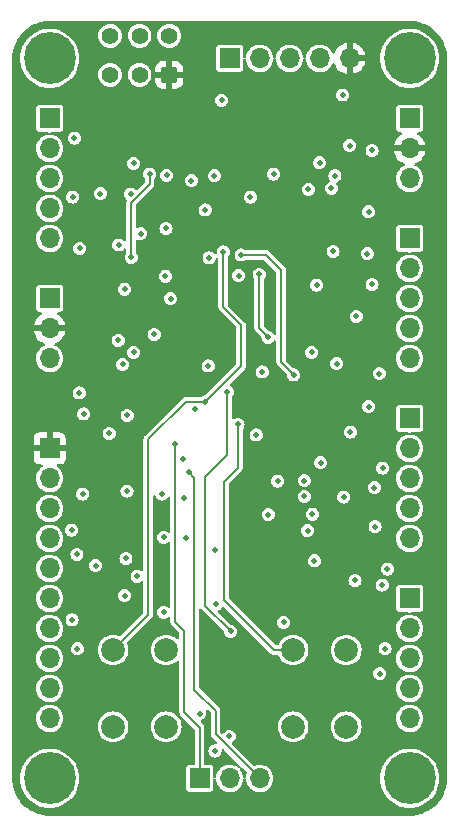
<source format=gbr>
%TF.GenerationSoftware,KiCad,Pcbnew,7.0.10-7.0.10~ubuntu22.04.1*%
%TF.CreationDate,2024-05-26T20:09:48+02:00*%
%TF.ProjectId,hardware,68617264-7761-4726-952e-6b696361645f,rev?*%
%TF.SameCoordinates,Original*%
%TF.FileFunction,Copper,L4,Bot*%
%TF.FilePolarity,Positive*%
%FSLAX46Y46*%
G04 Gerber Fmt 4.6, Leading zero omitted, Abs format (unit mm)*
G04 Created by KiCad (PCBNEW 7.0.10-7.0.10~ubuntu22.04.1) date 2024-05-26 20:09:48*
%MOMM*%
%LPD*%
G01*
G04 APERTURE LIST*
G04 Aperture macros list*
%AMRoundRect*
0 Rectangle with rounded corners*
0 $1 Rounding radius*
0 $2 $3 $4 $5 $6 $7 $8 $9 X,Y pos of 4 corners*
0 Add a 4 corners polygon primitive as box body*
4,1,4,$2,$3,$4,$5,$6,$7,$8,$9,$2,$3,0*
0 Add four circle primitives for the rounded corners*
1,1,$1+$1,$2,$3*
1,1,$1+$1,$4,$5*
1,1,$1+$1,$6,$7*
1,1,$1+$1,$8,$9*
0 Add four rect primitives between the rounded corners*
20,1,$1+$1,$2,$3,$4,$5,0*
20,1,$1+$1,$4,$5,$6,$7,0*
20,1,$1+$1,$6,$7,$8,$9,0*
20,1,$1+$1,$8,$9,$2,$3,0*%
G04 Aperture macros list end*
%TA.AperFunction,ComponentPad*%
%ADD10R,1.700000X1.700000*%
%TD*%
%TA.AperFunction,ComponentPad*%
%ADD11O,1.700000X1.700000*%
%TD*%
%TA.AperFunction,ComponentPad*%
%ADD12C,0.700000*%
%TD*%
%TA.AperFunction,ComponentPad*%
%ADD13C,4.400000*%
%TD*%
%TA.AperFunction,ComponentPad*%
%ADD14C,2.000000*%
%TD*%
%TA.AperFunction,ComponentPad*%
%ADD15RoundRect,0.250000X0.450000X0.450000X-0.450000X0.450000X-0.450000X-0.450000X0.450000X-0.450000X0*%
%TD*%
%TA.AperFunction,ComponentPad*%
%ADD16C,1.400000*%
%TD*%
%TA.AperFunction,ViaPad*%
%ADD17C,0.500000*%
%TD*%
%TA.AperFunction,Conductor*%
%ADD18C,0.200000*%
%TD*%
G04 APERTURE END LIST*
D10*
%TO.P,J8,1,Pin_1*%
%TO.N,+5V*%
X124244000Y-100330000D03*
D11*
%TO.P,J8,2,Pin_2*%
%TO.N,+3V3*%
X124244000Y-102870000D03*
%TO.P,J8,3,Pin_3*%
%TO.N,GND*%
X124244000Y-105410000D03*
%TD*%
D10*
%TO.P,J2,1,Pin_1*%
%TO.N,USART1_TX*%
X136944000Y-140970000D03*
D11*
%TO.P,J2,2,Pin_2*%
%TO.N,GND*%
X139484000Y-140970000D03*
%TO.P,J2,3,Pin_3*%
%TO.N,USART1_RX*%
X142024000Y-140970000D03*
%TD*%
D12*
%TO.P,H1,1,1*%
%TO.N,unconnected-(H1-Pad1)*%
X153074000Y-80010000D03*
X153557274Y-78843274D03*
X153557274Y-81176726D03*
X154724000Y-78360000D03*
D13*
X154724000Y-80010000D03*
D12*
X154724000Y-81660000D03*
X155890726Y-78843274D03*
X155890726Y-81176726D03*
X156374000Y-80010000D03*
%TD*%
D10*
%TO.P,J3,1,Pin_1*%
%TO.N,+3V3*%
X124244000Y-113030000D03*
D11*
%TO.P,J3,2,Pin_2*%
%TO.N,PA0*%
X124244000Y-115570000D03*
%TO.P,J3,3,Pin_3*%
%TO.N,PA1*%
X124244000Y-118110000D03*
%TO.P,J3,4,Pin_4*%
%TO.N,PA4*%
X124244000Y-120650000D03*
%TO.P,J3,5,Pin_5*%
%TO.N,PA5*%
X124244000Y-123190000D03*
%TO.P,J3,6,Pin_6*%
%TO.N,PA6*%
X124244000Y-125730000D03*
%TO.P,J3,7,Pin_7*%
%TO.N,PA7*%
X124244000Y-128270000D03*
%TO.P,J3,8,Pin_8*%
%TO.N,PB0*%
X124244000Y-130810000D03*
%TO.P,J3,9,Pin_9*%
%TO.N,PB1*%
X124244000Y-133350000D03*
%TO.P,J3,10,Pin_10*%
%TO.N,GND*%
X124244000Y-135890000D03*
%TD*%
D12*
%TO.P,H2,1,1*%
%TO.N,unconnected-(H2-Pad1)*%
X122594000Y-80010000D03*
X123077274Y-78843274D03*
X123077274Y-81176726D03*
X124244000Y-78360000D03*
D13*
X124244000Y-80010000D03*
D12*
X124244000Y-81660000D03*
X125410726Y-78843274D03*
X125410726Y-81176726D03*
X125894000Y-80010000D03*
%TD*%
D10*
%TO.P,J4,1,Pin_1*%
%TO.N,PA10*%
X154724000Y-110490000D03*
D11*
%TO.P,J4,2,Pin_2*%
%TO.N,PA9*%
X154724000Y-113030000D03*
%TO.P,J4,3,Pin_3*%
%TO.N,PA8*%
X154724000Y-115570000D03*
%TO.P,J4,4,Pin_4*%
%TO.N,PB15*%
X154724000Y-118110000D03*
%TO.P,J4,5,Pin_5*%
%TO.N,PB14*%
X154724000Y-120650000D03*
%TD*%
D10*
%TO.P,J9,1,Pin_1*%
%TO.N,+5V*%
X154724000Y-85090000D03*
D11*
%TO.P,J9,2,Pin_2*%
%TO.N,+3V3*%
X154724000Y-87630000D03*
%TO.P,J9,3,Pin_3*%
%TO.N,GND*%
X154724000Y-90170000D03*
%TD*%
D14*
%TO.P,SW1,1,1*%
%TO.N,NRST*%
X129614000Y-136600000D03*
X129614000Y-130100000D03*
%TO.P,SW1,2,2*%
%TO.N,GND*%
X134114000Y-136600000D03*
X134114000Y-130100000D03*
%TD*%
D10*
%TO.P,J1,1,Pin_1*%
%TO.N,GND*%
X139484000Y-80010000D03*
D11*
%TO.P,J1,2,Pin_2*%
%TO.N,Net-(J1-Pin_2)*%
X142024000Y-80010000D03*
%TO.P,J1,3,Pin_3*%
%TO.N,Net-(J1-Pin_3)*%
X144564000Y-80010000D03*
%TO.P,J1,4,Pin_4*%
%TO.N,Net-(J1-Pin_4)*%
X147104000Y-80010000D03*
%TO.P,J1,5,Pin_5*%
%TO.N,+3V3*%
X149644000Y-80010000D03*
%TD*%
D12*
%TO.P,H4,1,1*%
%TO.N,unconnected-(H4-Pad1)*%
X122594000Y-140970000D03*
X123077274Y-139803274D03*
X123077274Y-142136726D03*
X124244000Y-139320000D03*
D13*
X124244000Y-140970000D03*
D12*
X124244000Y-142620000D03*
X125410726Y-139803274D03*
X125410726Y-142136726D03*
X125894000Y-140970000D03*
%TD*%
D15*
%TO.P,SW3,1,A*%
%TO.N,+3V3*%
X134364000Y-81405000D03*
D16*
%TO.P,SW3,2,B*%
%TO.N,Net-(D5-A)*%
X131864000Y-81405000D03*
%TO.P,SW3,3,C*%
%TO.N,GND*%
X129364000Y-81405000D03*
%TO.P,SW3,4*%
%TO.N,N/C*%
X129364000Y-78105000D03*
%TO.P,SW3,5*%
X131864000Y-78105000D03*
%TO.P,SW3,6*%
X134364000Y-78105000D03*
%TD*%
D10*
%TO.P,J7,1,Pin_1*%
%TO.N,PB5*%
X124244000Y-85090000D03*
D11*
%TO.P,J7,2,Pin_2*%
%TO.N,PB6*%
X124244000Y-87630000D03*
%TO.P,J7,3,Pin_3*%
%TO.N,PB7*%
X124244000Y-90170000D03*
%TO.P,J7,4,Pin_4*%
%TO.N,PB8*%
X124244000Y-92710000D03*
%TO.P,J7,5,Pin_5*%
%TO.N,PB9*%
X124244000Y-95250000D03*
%TD*%
D14*
%TO.P,SW2,1,1*%
%TO.N,USER_BTN*%
X144854000Y-136600000D03*
X144854000Y-130100000D03*
%TO.P,SW2,2,2*%
%TO.N,GND*%
X149354000Y-136600000D03*
X149354000Y-130100000D03*
%TD*%
D10*
%TO.P,J5,1,Pin_1*%
%TO.N,PB4*%
X154724000Y-95250000D03*
D11*
%TO.P,J5,2,Pin_2*%
%TO.N,PB3*%
X154724000Y-97790000D03*
%TO.P,J5,3,Pin_3*%
%TO.N,PA15*%
X154724000Y-100330000D03*
%TO.P,J5,4,Pin_4*%
%TO.N,PA12*%
X154724000Y-102870000D03*
%TO.P,J5,5,Pin_5*%
%TO.N,PA11*%
X154724000Y-105410000D03*
%TD*%
D10*
%TO.P,J6,1,Pin_1*%
%TO.N,PB13*%
X154724000Y-125730000D03*
D11*
%TO.P,J6,2,Pin_2*%
%TO.N,PB12*%
X154724000Y-128270000D03*
%TO.P,J6,3,Pin_3*%
%TO.N,PB11*%
X154724000Y-130810000D03*
%TO.P,J6,4,Pin_4*%
%TO.N,PB10*%
X154724000Y-133350000D03*
%TO.P,J6,5,Pin_5*%
%TO.N,PB2*%
X154724000Y-135890000D03*
%TD*%
D12*
%TO.P,H3,1,1*%
%TO.N,unconnected-(H3-Pad1)*%
X153074000Y-140970000D03*
X153557274Y-139803274D03*
X153557274Y-142136726D03*
X154724000Y-139320000D03*
D13*
X154724000Y-140970000D03*
D12*
X154724000Y-142620000D03*
X155890726Y-139803274D03*
X155890726Y-142136726D03*
X156374000Y-140970000D03*
%TD*%
D17*
%TO.N,GND*%
X133900000Y-126900000D03*
X134500000Y-100350000D03*
X135650000Y-117250000D03*
X133900000Y-120550000D03*
X135750000Y-120600000D03*
X138250000Y-121600000D03*
X150100000Y-124200000D03*
X146100000Y-120000000D03*
X146500000Y-118600000D03*
X152400000Y-124600000D03*
X147200000Y-114250000D03*
X152850000Y-123250000D03*
%TO.N,BOOT*%
X131150000Y-96850000D03*
%TO.N,USER_BTN*%
X140200000Y-111000000D03*
%TO.N,STATUS_LED*%
X139300000Y-108250000D03*
%TO.N,GND*%
X131350000Y-104900000D03*
%TO.N,+3V3*%
X134950000Y-104650000D03*
X144750000Y-93000000D03*
X140750000Y-89925000D03*
X142050000Y-87625000D03*
X140750000Y-85350000D03*
X136300000Y-86800000D03*
X147100000Y-86550000D03*
X148400000Y-87650000D03*
X144700000Y-103950000D03*
X140550000Y-124300000D03*
%TO.N,NRST*%
X137414000Y-109093000D03*
X138938000Y-96393000D03*
%TO.N,GND*%
X151550000Y-87800000D03*
X142750000Y-118650000D03*
X126746000Y-108331000D03*
X130100000Y-95800000D03*
X129286000Y-111760000D03*
X136950000Y-135500000D03*
X148250000Y-96350000D03*
X130429000Y-105918000D03*
X149150000Y-117150000D03*
X148400000Y-89950000D03*
X134050000Y-98450000D03*
X126550000Y-122000000D03*
X130810000Y-110236000D03*
X138350000Y-126200000D03*
X135550000Y-113950000D03*
X152200000Y-132100000D03*
X128550000Y-91450000D03*
X138200000Y-89950000D03*
X126350000Y-86750000D03*
X144050000Y-127750000D03*
X141732000Y-111887000D03*
X146431000Y-104902000D03*
X126100000Y-119950000D03*
X151150000Y-96550000D03*
X126200000Y-91750000D03*
X137414000Y-92837000D03*
X126800000Y-96100000D03*
X139450000Y-137400000D03*
X148100000Y-91000000D03*
X143200000Y-89800000D03*
X131650000Y-123850000D03*
X152650000Y-130000000D03*
X137750000Y-96900000D03*
X134150000Y-89900000D03*
X127127000Y-110109000D03*
X143550000Y-115800000D03*
X136525000Y-109728000D03*
X137668000Y-106045000D03*
X145800000Y-115750000D03*
X140250000Y-98400000D03*
X126150000Y-127550000D03*
X126600000Y-130000000D03*
X146850000Y-99200000D03*
X130700000Y-122350000D03*
X133750000Y-116900000D03*
X131100000Y-91500000D03*
X145800000Y-117100000D03*
X146150000Y-91100000D03*
X146650000Y-122550000D03*
X151750000Y-116350000D03*
X151250000Y-109500000D03*
X141250000Y-91750000D03*
X149050000Y-83100000D03*
X147100000Y-88850000D03*
X127050000Y-116900000D03*
X149650000Y-87400000D03*
X130048000Y-103886000D03*
X138250000Y-138650000D03*
X133096000Y-103378000D03*
X130800000Y-116650000D03*
X131950000Y-94850000D03*
X128150000Y-122950000D03*
X150200000Y-101850000D03*
X152150000Y-106700000D03*
X151250000Y-93000000D03*
X134100000Y-94400000D03*
X149700000Y-111650000D03*
X142240000Y-106553000D03*
X151800000Y-119650000D03*
X130600000Y-99550000D03*
X131350000Y-88900000D03*
X152450000Y-114700000D03*
X138800000Y-83550000D03*
X130600000Y-125500000D03*
X136250000Y-90350000D03*
X148550000Y-105850000D03*
X151550000Y-99150000D03*
%TO.N,+3V3*%
X129921000Y-127000000D03*
X145034000Y-112776000D03*
X142748000Y-114046000D03*
X148971000Y-126873000D03*
X136652000Y-105918000D03*
X129159000Y-113284000D03*
%TO.N,BOOT*%
X132715000Y-89789000D03*
%TO.N,STATUS_LED*%
X139573000Y-128524000D03*
%TO.N,USART1_TX*%
X134874000Y-112649000D03*
%TO.N,USART1_RX*%
X136017000Y-115062000D03*
%TO.N,SWCLK*%
X141986000Y-98298000D03*
X142748000Y-103632000D03*
%TO.N,SWDIO*%
X140462000Y-96647000D03*
X144907000Y-106807000D03*
%TD*%
D18*
%TO.N,BOOT*%
X132715000Y-90662818D02*
X132715000Y-89789000D01*
X131150000Y-96850000D02*
X131150000Y-92227818D01*
X131150000Y-92227818D02*
X132715000Y-90662818D01*
%TO.N,USER_BTN*%
X140200000Y-111000000D02*
X140200000Y-114650000D01*
X139000000Y-115850000D02*
X139775000Y-115075000D01*
X140200000Y-114650000D02*
X139775000Y-115075000D01*
%TO.N,STATUS_LED*%
X139300000Y-108250000D02*
X139300000Y-113558000D01*
X137400000Y-115458000D02*
X138979000Y-113879000D01*
X139300000Y-113558000D02*
X138979000Y-113879000D01*
%TO.N,SWDIO*%
X140462000Y-96647000D02*
X142550000Y-96647000D01*
X143850000Y-105750000D02*
X144907000Y-106807000D01*
X142550000Y-96647000D02*
X143850000Y-97947000D01*
X143850000Y-97947000D02*
X143850000Y-105750000D01*
%TO.N,USER_BTN*%
X144854000Y-130100000D02*
X143250000Y-130100000D01*
X143250000Y-130100000D02*
X139000000Y-125850000D01*
X139000000Y-125850000D02*
X139000000Y-115850000D01*
%TO.N,STATUS_LED*%
X139573000Y-128524000D02*
X137400000Y-126351000D01*
X137400000Y-126351000D02*
X137400000Y-115458000D01*
%TO.N,USART1_RX*%
X136017000Y-115062000D02*
X136500000Y-115545000D01*
X136500000Y-115545000D02*
X136500000Y-133452000D01*
X138303000Y-135255000D02*
X138303000Y-137249000D01*
X136500000Y-133452000D02*
X138303000Y-135255000D01*
X138303000Y-137249000D02*
X142024000Y-140970000D01*
%TO.N,NRST*%
X135763000Y-109093000D02*
X137414000Y-109093000D01*
X140462000Y-102616000D02*
X138938000Y-101092000D01*
X132588000Y-112268000D02*
X135763000Y-109093000D01*
X137414000Y-109093000D02*
X140462000Y-106045000D01*
X129614000Y-130100000D02*
X132588000Y-127126000D01*
X138938000Y-101092000D02*
X138938000Y-96393000D01*
X132588000Y-127126000D02*
X132588000Y-112268000D01*
X140462000Y-106045000D02*
X140462000Y-102616000D01*
%TO.N,USART1_TX*%
X136944000Y-140970000D02*
X136944000Y-136690000D01*
X134874000Y-127762000D02*
X134874000Y-112649000D01*
X136944000Y-136690000D02*
X135636000Y-135382000D01*
X135636000Y-135382000D02*
X135636000Y-128524000D01*
X135636000Y-128524000D02*
X134874000Y-127762000D01*
%TO.N,SWCLK*%
X141986000Y-102870000D02*
X142748000Y-103632000D01*
X141986000Y-98298000D02*
X141986000Y-102870000D01*
%TD*%
%TA.AperFunction,Conductor*%
%TO.N,+3V3*%
G36*
X154727243Y-76835669D02*
G01*
X154857462Y-76842494D01*
X155056891Y-76853695D01*
X155069279Y-76855020D01*
X155224090Y-76879540D01*
X155225355Y-76879748D01*
X155397022Y-76908915D01*
X155408324Y-76911383D01*
X155564557Y-76953246D01*
X155566779Y-76953863D01*
X155729163Y-77000645D01*
X155739235Y-77004022D01*
X155892216Y-77062746D01*
X155895155Y-77063919D01*
X156049378Y-77127801D01*
X156058206Y-77131870D01*
X156205092Y-77206712D01*
X156208745Y-77208651D01*
X156353948Y-77288902D01*
X156361485Y-77293425D01*
X156500257Y-77383545D01*
X156504385Y-77386349D01*
X156639245Y-77482037D01*
X156645494Y-77486775D01*
X156702242Y-77532729D01*
X156774292Y-77591075D01*
X156778882Y-77594981D01*
X156901970Y-77704978D01*
X156907025Y-77709757D01*
X157024241Y-77826973D01*
X157029020Y-77832028D01*
X157139017Y-77955116D01*
X157142923Y-77959706D01*
X157223903Y-78059707D01*
X157239949Y-78079522D01*
X157247211Y-78088489D01*
X157251969Y-78094764D01*
X157347635Y-78229593D01*
X157350468Y-78233764D01*
X157390177Y-78294909D01*
X157440568Y-78372505D01*
X157445101Y-78380059D01*
X157525338Y-78525237D01*
X157527295Y-78528923D01*
X157602125Y-78675786D01*
X157606201Y-78684628D01*
X157670064Y-78838806D01*
X157671267Y-78841821D01*
X157729969Y-78994744D01*
X157733359Y-79004855D01*
X157780131Y-79167208D01*
X157780752Y-79169441D01*
X157822612Y-79325662D01*
X157825085Y-79336986D01*
X157854246Y-79508618D01*
X157854471Y-79509989D01*
X157878974Y-79664689D01*
X157880306Y-79677135D01*
X157891506Y-79876562D01*
X157891531Y-79877025D01*
X157898330Y-80006756D01*
X157898500Y-80013246D01*
X157898500Y-140966753D01*
X157898330Y-140973243D01*
X157891531Y-141102973D01*
X157891506Y-141103436D01*
X157880306Y-141302863D01*
X157878974Y-141315309D01*
X157854471Y-141470009D01*
X157854246Y-141471380D01*
X157825085Y-141643012D01*
X157822612Y-141654336D01*
X157780752Y-141810557D01*
X157780131Y-141812790D01*
X157733359Y-141975143D01*
X157729969Y-141985254D01*
X157671267Y-142138177D01*
X157670064Y-142141192D01*
X157606201Y-142295370D01*
X157602125Y-142304212D01*
X157527295Y-142451075D01*
X157525338Y-142454761D01*
X157445101Y-142599939D01*
X157440568Y-142607493D01*
X157350484Y-142746211D01*
X157347618Y-142750431D01*
X157251974Y-142885228D01*
X157247211Y-142891509D01*
X157142923Y-143020292D01*
X157139017Y-143024882D01*
X157029020Y-143147970D01*
X157024241Y-143153025D01*
X156907025Y-143270241D01*
X156901970Y-143275020D01*
X156778882Y-143385017D01*
X156774292Y-143388923D01*
X156645509Y-143493211D01*
X156639228Y-143497974D01*
X156504431Y-143593618D01*
X156500211Y-143596484D01*
X156361493Y-143686568D01*
X156353939Y-143691101D01*
X156208761Y-143771338D01*
X156205075Y-143773295D01*
X156058212Y-143848125D01*
X156049370Y-143852201D01*
X155895192Y-143916064D01*
X155892177Y-143917267D01*
X155739254Y-143975969D01*
X155729143Y-143979359D01*
X155566790Y-144026131D01*
X155564557Y-144026752D01*
X155408336Y-144068612D01*
X155397012Y-144071085D01*
X155225380Y-144100246D01*
X155224009Y-144100471D01*
X155069309Y-144124974D01*
X155056863Y-144126306D01*
X154857436Y-144137506D01*
X154856973Y-144137531D01*
X154727244Y-144144330D01*
X154720754Y-144144500D01*
X124247246Y-144144500D01*
X124240756Y-144144330D01*
X124111025Y-144137531D01*
X124110562Y-144137506D01*
X123911135Y-144126306D01*
X123898689Y-144124974D01*
X123743989Y-144100471D01*
X123742618Y-144100246D01*
X123570986Y-144071085D01*
X123559662Y-144068612D01*
X123403441Y-144026752D01*
X123401208Y-144026131D01*
X123238855Y-143979359D01*
X123228744Y-143975969D01*
X123075821Y-143917267D01*
X123072806Y-143916064D01*
X122918628Y-143852201D01*
X122909786Y-143848125D01*
X122762923Y-143773295D01*
X122759237Y-143771338D01*
X122614059Y-143691101D01*
X122606505Y-143686568D01*
X122560387Y-143656619D01*
X122467764Y-143596468D01*
X122463593Y-143593635D01*
X122328764Y-143497969D01*
X122322489Y-143493211D01*
X122193706Y-143388923D01*
X122189116Y-143385017D01*
X122066028Y-143275020D01*
X122060973Y-143270241D01*
X121943757Y-143153025D01*
X121938978Y-143147970D01*
X121828981Y-143024882D01*
X121825075Y-143020292D01*
X121766729Y-142948242D01*
X121720775Y-142891494D01*
X121716037Y-142885245D01*
X121620349Y-142750385D01*
X121617545Y-142746257D01*
X121527425Y-142607485D01*
X121522897Y-142599939D01*
X121442660Y-142454761D01*
X121440703Y-142451075D01*
X121421621Y-142413625D01*
X121365870Y-142304206D01*
X121361797Y-142295370D01*
X121312770Y-142177009D01*
X121297919Y-142141155D01*
X121296746Y-142138216D01*
X121238022Y-141985235D01*
X121234645Y-141975163D01*
X121187863Y-141812779D01*
X121187246Y-141810557D01*
X121170593Y-141748407D01*
X121145383Y-141654324D01*
X121142913Y-141643012D01*
X121131910Y-141578253D01*
X121113748Y-141471355D01*
X121113527Y-141470009D01*
X121113120Y-141467439D01*
X121089020Y-141315279D01*
X121087695Y-141302891D01*
X121076481Y-141103220D01*
X121069669Y-140973243D01*
X121069585Y-140970005D01*
X121738556Y-140970005D01*
X121758310Y-141284004D01*
X121758311Y-141284011D01*
X121817270Y-141593083D01*
X121914497Y-141892316D01*
X121914499Y-141892321D01*
X122048461Y-142177003D01*
X122048464Y-142177009D01*
X122217051Y-142442661D01*
X122217054Y-142442665D01*
X122417606Y-142685090D01*
X122417608Y-142685092D01*
X122417610Y-142685094D01*
X122630731Y-142885228D01*
X122646968Y-142900476D01*
X122646978Y-142900484D01*
X122901504Y-143085408D01*
X122901509Y-143085410D01*
X122901516Y-143085416D01*
X123177234Y-143236994D01*
X123177239Y-143236996D01*
X123177241Y-143236997D01*
X123177242Y-143236998D01*
X123469771Y-143352818D01*
X123469774Y-143352819D01*
X123774523Y-143431065D01*
X123774527Y-143431066D01*
X123840010Y-143439338D01*
X124086670Y-143470499D01*
X124086679Y-143470499D01*
X124086682Y-143470500D01*
X124086684Y-143470500D01*
X124401316Y-143470500D01*
X124401318Y-143470500D01*
X124401321Y-143470499D01*
X124401329Y-143470499D01*
X124587593Y-143446968D01*
X124713473Y-143431066D01*
X125018225Y-143352819D01*
X125078100Y-143329113D01*
X125310757Y-143236998D01*
X125310758Y-143236997D01*
X125310756Y-143236997D01*
X125310766Y-143236994D01*
X125586484Y-143085416D01*
X125841030Y-142900478D01*
X126070390Y-142685094D01*
X126270947Y-142442663D01*
X126439537Y-142177007D01*
X126573503Y-141892315D01*
X126670731Y-141593079D01*
X126729688Y-141284015D01*
X126738974Y-141136421D01*
X126749444Y-140970005D01*
X126749444Y-140969994D01*
X126729689Y-140655995D01*
X126729688Y-140655988D01*
X126729688Y-140655985D01*
X126670731Y-140346921D01*
X126573503Y-140047685D01*
X126566262Y-140032298D01*
X126500883Y-139893359D01*
X126439537Y-139762993D01*
X126270947Y-139497337D01*
X126270945Y-139497334D01*
X126070393Y-139254909D01*
X126070391Y-139254907D01*
X125841031Y-139039523D01*
X125841021Y-139039515D01*
X125586495Y-138854591D01*
X125586488Y-138854586D01*
X125586484Y-138854584D01*
X125310766Y-138703006D01*
X125310763Y-138703004D01*
X125310758Y-138703002D01*
X125310757Y-138703001D01*
X125018228Y-138587181D01*
X125018225Y-138587180D01*
X124713476Y-138508934D01*
X124713463Y-138508932D01*
X124401329Y-138469500D01*
X124401318Y-138469500D01*
X124086682Y-138469500D01*
X124086670Y-138469500D01*
X123774536Y-138508932D01*
X123774523Y-138508934D01*
X123469774Y-138587180D01*
X123469771Y-138587181D01*
X123177242Y-138703001D01*
X123177241Y-138703002D01*
X122901516Y-138854584D01*
X122901504Y-138854591D01*
X122646978Y-139039515D01*
X122646968Y-139039523D01*
X122417608Y-139254907D01*
X122417606Y-139254909D01*
X122217054Y-139497334D01*
X122217051Y-139497338D01*
X122048464Y-139762990D01*
X122048461Y-139762996D01*
X121914499Y-140047678D01*
X121914497Y-140047683D01*
X121817270Y-140346916D01*
X121758311Y-140655988D01*
X121758310Y-140655995D01*
X121738556Y-140969994D01*
X121738556Y-140970005D01*
X121069585Y-140970005D01*
X121069500Y-140966755D01*
X121069500Y-113927844D01*
X122894000Y-113927844D01*
X122900401Y-113987372D01*
X122900403Y-113987379D01*
X122950645Y-114122086D01*
X122950649Y-114122093D01*
X123036809Y-114237187D01*
X123036812Y-114237190D01*
X123151906Y-114323350D01*
X123151913Y-114323354D01*
X123286620Y-114373596D01*
X123286627Y-114373598D01*
X123346155Y-114379999D01*
X123346172Y-114380000D01*
X123544634Y-114380000D01*
X123611673Y-114399685D01*
X123657428Y-114452489D01*
X123667372Y-114521647D01*
X123638347Y-114585203D01*
X123609911Y-114609427D01*
X123547701Y-114647945D01*
X123390127Y-114791593D01*
X123261632Y-114961746D01*
X123166596Y-115152605D01*
X123166596Y-115152607D01*
X123113749Y-115338344D01*
X123108244Y-115357690D01*
X123088571Y-115570000D01*
X123108244Y-115782310D01*
X123164371Y-115979574D01*
X123166596Y-115987392D01*
X123166596Y-115987394D01*
X123261632Y-116178253D01*
X123355446Y-116302481D01*
X123390128Y-116348407D01*
X123547698Y-116492052D01*
X123728981Y-116604298D01*
X123927802Y-116681321D01*
X124124613Y-116718111D01*
X124186893Y-116749779D01*
X124222166Y-116810092D01*
X124219232Y-116879900D01*
X124179023Y-116937040D01*
X124124613Y-116961888D01*
X123927802Y-116998679D01*
X123927799Y-116998679D01*
X123927799Y-116998680D01*
X123728982Y-117075701D01*
X123728980Y-117075702D01*
X123547699Y-117187947D01*
X123390127Y-117331593D01*
X123261632Y-117501746D01*
X123166596Y-117692605D01*
X123166596Y-117692607D01*
X123108244Y-117897689D01*
X123088571Y-118109999D01*
X123088571Y-118110000D01*
X123108244Y-118322310D01*
X123166596Y-118527392D01*
X123166596Y-118527394D01*
X123261632Y-118718253D01*
X123390127Y-118888406D01*
X123390128Y-118888407D01*
X123547698Y-119032052D01*
X123728981Y-119144298D01*
X123927802Y-119221321D01*
X124124613Y-119258111D01*
X124186893Y-119289779D01*
X124222166Y-119350092D01*
X124219232Y-119419900D01*
X124179023Y-119477040D01*
X124124613Y-119501888D01*
X123927802Y-119538679D01*
X123927799Y-119538679D01*
X123927799Y-119538680D01*
X123728982Y-119615701D01*
X123728980Y-119615702D01*
X123547699Y-119727947D01*
X123390127Y-119871593D01*
X123261632Y-120041746D01*
X123166596Y-120232605D01*
X123166596Y-120232607D01*
X123110187Y-120430862D01*
X123108244Y-120437690D01*
X123088571Y-120650000D01*
X123108244Y-120862310D01*
X123156201Y-121030860D01*
X123166596Y-121067392D01*
X123166596Y-121067394D01*
X123261632Y-121258253D01*
X123261634Y-121258255D01*
X123390128Y-121428407D01*
X123547698Y-121572052D01*
X123728981Y-121684298D01*
X123927802Y-121761321D01*
X124124613Y-121798111D01*
X124186893Y-121829779D01*
X124222166Y-121890092D01*
X124219232Y-121959900D01*
X124179023Y-122017040D01*
X124124613Y-122041888D01*
X123927802Y-122078679D01*
X123927799Y-122078679D01*
X123927799Y-122078680D01*
X123728982Y-122155701D01*
X123728980Y-122155702D01*
X123547699Y-122267947D01*
X123390127Y-122411593D01*
X123261632Y-122581746D01*
X123166596Y-122772605D01*
X123166596Y-122772607D01*
X123108244Y-122977689D01*
X123097494Y-123093708D01*
X123088571Y-123190000D01*
X123108244Y-123402310D01*
X123156632Y-123572375D01*
X123166596Y-123607392D01*
X123166596Y-123607394D01*
X123261632Y-123798253D01*
X123300710Y-123850000D01*
X123390128Y-123968407D01*
X123547698Y-124112052D01*
X123728981Y-124224298D01*
X123927802Y-124301321D01*
X124124613Y-124338111D01*
X124186893Y-124369779D01*
X124222166Y-124430092D01*
X124219232Y-124499900D01*
X124179023Y-124557040D01*
X124124613Y-124581888D01*
X123927802Y-124618679D01*
X123927799Y-124618679D01*
X123927799Y-124618680D01*
X123728982Y-124695701D01*
X123728980Y-124695702D01*
X123547699Y-124807947D01*
X123390127Y-124951593D01*
X123261632Y-125121746D01*
X123166596Y-125312605D01*
X123166596Y-125312607D01*
X123108244Y-125517689D01*
X123092824Y-125684107D01*
X123088571Y-125730000D01*
X123108244Y-125942310D01*
X123134995Y-126036330D01*
X123166596Y-126147392D01*
X123166596Y-126147394D01*
X123261632Y-126338253D01*
X123389457Y-126507519D01*
X123390128Y-126508407D01*
X123547698Y-126652052D01*
X123728981Y-126764298D01*
X123927802Y-126841321D01*
X124124613Y-126878111D01*
X124186893Y-126909779D01*
X124222166Y-126970092D01*
X124219232Y-127039900D01*
X124179023Y-127097040D01*
X124124613Y-127121888D01*
X123927802Y-127158679D01*
X123927799Y-127158679D01*
X123927799Y-127158680D01*
X123728982Y-127235701D01*
X123728980Y-127235702D01*
X123547699Y-127347947D01*
X123390127Y-127491593D01*
X123261632Y-127661746D01*
X123166596Y-127852605D01*
X123166596Y-127852607D01*
X123108244Y-128057689D01*
X123090936Y-128244482D01*
X123088571Y-128270000D01*
X123108244Y-128482310D01*
X123160995Y-128667709D01*
X123166596Y-128687392D01*
X123166596Y-128687394D01*
X123261632Y-128878253D01*
X123330488Y-128969432D01*
X123390128Y-129048407D01*
X123547698Y-129192052D01*
X123728981Y-129304298D01*
X123927802Y-129381321D01*
X124124613Y-129418111D01*
X124186893Y-129449779D01*
X124222166Y-129510092D01*
X124219232Y-129579900D01*
X124179023Y-129637040D01*
X124124613Y-129661888D01*
X123927802Y-129698679D01*
X123927799Y-129698679D01*
X123927799Y-129698680D01*
X123728982Y-129775701D01*
X123728980Y-129775702D01*
X123547699Y-129887947D01*
X123390127Y-130031593D01*
X123261632Y-130201746D01*
X123166596Y-130392605D01*
X123166596Y-130392607D01*
X123108244Y-130597689D01*
X123093878Y-130752732D01*
X123088571Y-130810000D01*
X123108244Y-131022310D01*
X123130362Y-131100047D01*
X123166596Y-131227392D01*
X123166596Y-131227394D01*
X123261632Y-131418253D01*
X123261634Y-131418255D01*
X123390128Y-131588407D01*
X123547698Y-131732052D01*
X123728981Y-131844298D01*
X123927802Y-131921321D01*
X124124613Y-131958111D01*
X124186893Y-131989779D01*
X124222166Y-132050092D01*
X124219232Y-132119900D01*
X124179023Y-132177040D01*
X124124613Y-132201888D01*
X123927802Y-132238679D01*
X123927799Y-132238679D01*
X123927799Y-132238680D01*
X123728982Y-132315701D01*
X123728980Y-132315702D01*
X123547699Y-132427947D01*
X123390127Y-132571593D01*
X123261632Y-132741746D01*
X123166596Y-132932605D01*
X123166596Y-132932607D01*
X123108244Y-133137689D01*
X123088571Y-133349999D01*
X123088571Y-133350000D01*
X123108244Y-133562310D01*
X123166596Y-133767392D01*
X123166596Y-133767394D01*
X123261632Y-133958253D01*
X123261634Y-133958255D01*
X123390128Y-134128407D01*
X123547698Y-134272052D01*
X123728981Y-134384298D01*
X123927802Y-134461321D01*
X124124613Y-134498111D01*
X124186893Y-134529779D01*
X124222166Y-134590092D01*
X124219232Y-134659900D01*
X124179023Y-134717040D01*
X124124613Y-134741888D01*
X123927802Y-134778679D01*
X123927799Y-134778679D01*
X123927799Y-134778680D01*
X123728982Y-134855701D01*
X123728980Y-134855702D01*
X123547699Y-134967947D01*
X123390127Y-135111593D01*
X123261632Y-135281746D01*
X123166596Y-135472605D01*
X123166596Y-135472607D01*
X123108244Y-135677689D01*
X123088571Y-135889999D01*
X123088571Y-135890000D01*
X123108244Y-136102310D01*
X123166596Y-136307392D01*
X123166596Y-136307394D01*
X123261632Y-136498253D01*
X123382627Y-136658474D01*
X123390128Y-136668407D01*
X123547698Y-136812052D01*
X123728981Y-136924298D01*
X123927802Y-137001321D01*
X124137390Y-137040500D01*
X124137392Y-137040500D01*
X124350608Y-137040500D01*
X124350610Y-137040500D01*
X124560198Y-137001321D01*
X124759019Y-136924298D01*
X124940302Y-136812052D01*
X125097872Y-136668407D01*
X125149530Y-136600001D01*
X128308532Y-136600001D01*
X128328364Y-136826686D01*
X128328366Y-136826697D01*
X128387258Y-137046488D01*
X128387261Y-137046497D01*
X128483431Y-137252732D01*
X128483432Y-137252734D01*
X128613954Y-137439141D01*
X128774858Y-137600045D01*
X128774861Y-137600047D01*
X128961266Y-137730568D01*
X129167504Y-137826739D01*
X129387308Y-137885635D01*
X129549230Y-137899801D01*
X129613998Y-137905468D01*
X129614000Y-137905468D01*
X129614002Y-137905468D01*
X129670673Y-137900509D01*
X129840692Y-137885635D01*
X130060496Y-137826739D01*
X130266734Y-137730568D01*
X130453139Y-137600047D01*
X130614047Y-137439139D01*
X130744568Y-137252734D01*
X130840739Y-137046496D01*
X130899635Y-136826692D01*
X130919468Y-136600001D01*
X132808532Y-136600001D01*
X132828364Y-136826686D01*
X132828366Y-136826697D01*
X132887258Y-137046488D01*
X132887261Y-137046497D01*
X132983431Y-137252732D01*
X132983432Y-137252734D01*
X133113954Y-137439141D01*
X133274858Y-137600045D01*
X133274861Y-137600047D01*
X133461266Y-137730568D01*
X133667504Y-137826739D01*
X133887308Y-137885635D01*
X134049230Y-137899801D01*
X134113998Y-137905468D01*
X134114000Y-137905468D01*
X134114002Y-137905468D01*
X134170673Y-137900509D01*
X134340692Y-137885635D01*
X134560496Y-137826739D01*
X134766734Y-137730568D01*
X134953139Y-137600047D01*
X135114047Y-137439139D01*
X135244568Y-137252734D01*
X135340739Y-137046496D01*
X135399635Y-136826692D01*
X135419468Y-136600000D01*
X135399635Y-136373308D01*
X135340739Y-136153504D01*
X135244568Y-135947266D01*
X135145903Y-135806357D01*
X135132217Y-135765774D01*
X135101762Y-135748575D01*
X134953141Y-135599954D01*
X134766734Y-135469432D01*
X134766732Y-135469431D01*
X134560497Y-135373261D01*
X134560488Y-135373258D01*
X134340697Y-135314366D01*
X134340693Y-135314365D01*
X134340692Y-135314365D01*
X134340691Y-135314364D01*
X134340686Y-135314364D01*
X134114002Y-135294532D01*
X134113998Y-135294532D01*
X133887313Y-135314364D01*
X133887302Y-135314366D01*
X133667511Y-135373258D01*
X133667502Y-135373261D01*
X133461267Y-135469431D01*
X133461265Y-135469432D01*
X133274858Y-135599954D01*
X133113954Y-135760858D01*
X132983432Y-135947265D01*
X132983431Y-135947267D01*
X132887261Y-136153502D01*
X132887258Y-136153511D01*
X132828366Y-136373302D01*
X132828364Y-136373313D01*
X132808532Y-136599998D01*
X132808532Y-136600001D01*
X130919468Y-136600001D01*
X130919468Y-136600000D01*
X130899635Y-136373308D01*
X130840739Y-136153504D01*
X130744568Y-135947266D01*
X130614047Y-135760861D01*
X130614045Y-135760858D01*
X130453141Y-135599954D01*
X130266734Y-135469432D01*
X130266732Y-135469431D01*
X130060497Y-135373261D01*
X130060488Y-135373258D01*
X129840697Y-135314366D01*
X129840693Y-135314365D01*
X129840692Y-135314365D01*
X129840691Y-135314364D01*
X129840686Y-135314364D01*
X129614002Y-135294532D01*
X129613998Y-135294532D01*
X129387313Y-135314364D01*
X129387302Y-135314366D01*
X129167511Y-135373258D01*
X129167502Y-135373261D01*
X128961267Y-135469431D01*
X128961265Y-135469432D01*
X128774858Y-135599954D01*
X128613954Y-135760858D01*
X128483432Y-135947265D01*
X128483431Y-135947267D01*
X128387261Y-136153502D01*
X128387258Y-136153511D01*
X128328366Y-136373302D01*
X128328364Y-136373313D01*
X128308532Y-136599998D01*
X128308532Y-136600001D01*
X125149530Y-136600001D01*
X125226366Y-136498255D01*
X125321405Y-136307389D01*
X125379756Y-136102310D01*
X125399429Y-135890000D01*
X125379756Y-135677690D01*
X125321405Y-135472611D01*
X125321403Y-135472606D01*
X125321403Y-135472605D01*
X125226367Y-135281746D01*
X125097872Y-135111593D01*
X124996453Y-135019137D01*
X124940302Y-134967948D01*
X124759019Y-134855702D01*
X124759017Y-134855701D01*
X124659608Y-134817190D01*
X124560198Y-134778679D01*
X124363385Y-134741888D01*
X124301106Y-134710221D01*
X124265833Y-134649908D01*
X124268767Y-134580100D01*
X124308976Y-134522960D01*
X124363384Y-134498111D01*
X124560198Y-134461321D01*
X124759019Y-134384298D01*
X124940302Y-134272052D01*
X125097872Y-134128407D01*
X125226366Y-133958255D01*
X125226367Y-133958253D01*
X125321403Y-133767394D01*
X125321403Y-133767393D01*
X125321405Y-133767389D01*
X125379756Y-133562310D01*
X125399429Y-133350000D01*
X125379756Y-133137690D01*
X125321405Y-132932611D01*
X125321403Y-132932606D01*
X125321403Y-132932605D01*
X125226367Y-132741746D01*
X125097872Y-132571593D01*
X125011243Y-132492620D01*
X124940302Y-132427948D01*
X124759019Y-132315702D01*
X124759017Y-132315701D01*
X124659608Y-132277190D01*
X124560198Y-132238679D01*
X124363385Y-132201888D01*
X124301106Y-132170221D01*
X124265833Y-132109908D01*
X124268767Y-132040100D01*
X124308976Y-131982960D01*
X124363384Y-131958111D01*
X124560198Y-131921321D01*
X124759019Y-131844298D01*
X124940302Y-131732052D01*
X125097872Y-131588407D01*
X125226366Y-131418255D01*
X125271936Y-131326738D01*
X125321403Y-131227394D01*
X125321403Y-131227393D01*
X125321405Y-131227389D01*
X125379756Y-131022310D01*
X125399429Y-130810000D01*
X125379756Y-130597690D01*
X125321405Y-130392611D01*
X125321403Y-130392606D01*
X125321403Y-130392605D01*
X125226367Y-130201746D01*
X125097872Y-130031593D01*
X125063216Y-130000000D01*
X126044750Y-130000000D01*
X126057915Y-130100000D01*
X126063670Y-130143708D01*
X126063671Y-130143712D01*
X126119137Y-130277622D01*
X126119138Y-130277624D01*
X126119139Y-130277625D01*
X126207379Y-130392621D01*
X126322375Y-130480861D01*
X126322376Y-130480861D01*
X126322377Y-130480862D01*
X126345979Y-130490638D01*
X126456291Y-130536330D01*
X126583280Y-130553048D01*
X126599999Y-130555250D01*
X126600000Y-130555250D01*
X126600001Y-130555250D01*
X126614977Y-130553278D01*
X126743709Y-130536330D01*
X126877625Y-130480861D01*
X126992621Y-130392621D01*
X127080861Y-130277625D01*
X127136330Y-130143709D01*
X127142084Y-130100001D01*
X128308532Y-130100001D01*
X128328364Y-130326686D01*
X128328366Y-130326697D01*
X128387258Y-130546488D01*
X128387261Y-130546497D01*
X128483431Y-130752732D01*
X128483432Y-130752734D01*
X128613954Y-130939141D01*
X128774858Y-131100045D01*
X128774861Y-131100047D01*
X128961266Y-131230568D01*
X129167504Y-131326739D01*
X129387308Y-131385635D01*
X129549230Y-131399801D01*
X129613998Y-131405468D01*
X129614000Y-131405468D01*
X129614002Y-131405468D01*
X129670673Y-131400509D01*
X129840692Y-131385635D01*
X130060496Y-131326739D01*
X130266734Y-131230568D01*
X130453139Y-131100047D01*
X130614047Y-130939139D01*
X130744568Y-130752734D01*
X130840739Y-130546496D01*
X130899635Y-130326692D01*
X130919468Y-130100000D01*
X130899635Y-129873308D01*
X130840739Y-129653504D01*
X130828802Y-129627905D01*
X130809425Y-129586350D01*
X130798933Y-129517273D01*
X130827453Y-129453489D01*
X130834113Y-129446278D01*
X132893483Y-127386909D01*
X132916050Y-127364342D01*
X132926107Y-127344601D01*
X132936277Y-127328007D01*
X132949296Y-127310090D01*
X132956142Y-127289016D01*
X132963585Y-127271047D01*
X132973646Y-127251304D01*
X132977112Y-127229417D01*
X132981655Y-127210498D01*
X132986772Y-127194750D01*
X132988500Y-127189433D01*
X132988500Y-127062567D01*
X132988500Y-117123490D01*
X133008185Y-117056451D01*
X133060989Y-117010696D01*
X133130147Y-117000752D01*
X133193703Y-117029777D01*
X133227061Y-117076038D01*
X133269137Y-117177622D01*
X133269138Y-117177623D01*
X133269139Y-117177625D01*
X133357379Y-117292621D01*
X133472375Y-117380861D01*
X133606291Y-117436330D01*
X133733280Y-117453048D01*
X133749999Y-117455250D01*
X133750000Y-117455250D01*
X133750001Y-117455250D01*
X133764977Y-117453278D01*
X133893709Y-117436330D01*
X134027625Y-117380861D01*
X134142621Y-117292621D01*
X134230861Y-117177625D01*
X134234938Y-117167779D01*
X134278779Y-117113377D01*
X134345073Y-117091311D01*
X134412772Y-117108589D01*
X134460383Y-117159726D01*
X134473500Y-117215232D01*
X134473500Y-120044725D01*
X134453815Y-120111764D01*
X134401011Y-120157519D01*
X134331853Y-120167463D01*
X134274014Y-120143101D01*
X134177625Y-120069139D01*
X134177624Y-120069138D01*
X134177622Y-120069137D01*
X134043712Y-120013671D01*
X134043710Y-120013670D01*
X134043709Y-120013670D01*
X133939877Y-120000000D01*
X133900001Y-119994750D01*
X133899999Y-119994750D01*
X133756291Y-120013670D01*
X133756287Y-120013671D01*
X133622377Y-120069137D01*
X133507379Y-120157379D01*
X133419137Y-120272377D01*
X133363671Y-120406287D01*
X133363670Y-120406291D01*
X133350642Y-120505250D01*
X133344750Y-120550000D01*
X133357915Y-120650000D01*
X133363670Y-120693708D01*
X133363671Y-120693712D01*
X133419137Y-120827622D01*
X133419138Y-120827624D01*
X133419139Y-120827625D01*
X133507379Y-120942621D01*
X133622375Y-121030861D01*
X133622376Y-121030861D01*
X133622377Y-121030862D01*
X133667013Y-121049350D01*
X133756291Y-121086330D01*
X133883280Y-121103048D01*
X133899999Y-121105250D01*
X133900000Y-121105250D01*
X133900001Y-121105250D01*
X133914977Y-121103278D01*
X134043709Y-121086330D01*
X134177625Y-121030861D01*
X134274014Y-120956898D01*
X134339182Y-120931704D01*
X134407627Y-120945742D01*
X134457617Y-120994555D01*
X134473500Y-121055274D01*
X134473500Y-126394725D01*
X134453815Y-126461764D01*
X134401011Y-126507519D01*
X134331853Y-126517463D01*
X134274014Y-126493101D01*
X134177625Y-126419139D01*
X134177624Y-126419138D01*
X134177622Y-126419137D01*
X134043712Y-126363671D01*
X134043710Y-126363670D01*
X134043709Y-126363670D01*
X133971854Y-126354210D01*
X133900001Y-126344750D01*
X133899999Y-126344750D01*
X133756291Y-126363670D01*
X133756287Y-126363671D01*
X133622377Y-126419137D01*
X133507379Y-126507379D01*
X133419137Y-126622377D01*
X133363671Y-126756287D01*
X133363670Y-126756291D01*
X133347235Y-126881128D01*
X133344750Y-126900000D01*
X133352662Y-126960100D01*
X133363670Y-127043708D01*
X133363671Y-127043712D01*
X133419137Y-127177622D01*
X133419138Y-127177624D01*
X133419139Y-127177625D01*
X133507379Y-127292621D01*
X133622375Y-127380861D01*
X133622376Y-127380861D01*
X133622377Y-127380862D01*
X133636976Y-127386909D01*
X133756291Y-127436330D01*
X133883280Y-127453048D01*
X133899999Y-127455250D01*
X133900000Y-127455250D01*
X133900001Y-127455250D01*
X133914977Y-127453278D01*
X134043709Y-127436330D01*
X134177625Y-127380861D01*
X134274014Y-127306898D01*
X134339182Y-127281704D01*
X134407627Y-127295742D01*
X134457617Y-127344555D01*
X134473500Y-127405274D01*
X134473500Y-127825429D01*
X134473501Y-127825439D01*
X134480346Y-127846507D01*
X134484887Y-127865418D01*
X134488354Y-127887304D01*
X134488355Y-127887307D01*
X134498412Y-127907045D01*
X134505857Y-127925018D01*
X134512704Y-127946090D01*
X134525726Y-127964014D01*
X134535890Y-127980600D01*
X134545949Y-128000340D01*
X134545950Y-128000342D01*
X134565390Y-128019782D01*
X134565419Y-128019813D01*
X135199181Y-128653574D01*
X135232666Y-128714897D01*
X135235500Y-128741255D01*
X135235500Y-129082951D01*
X135215815Y-129149990D01*
X135163011Y-129195745D01*
X135093853Y-129205689D01*
X135030297Y-129176664D01*
X135023819Y-129170632D01*
X134953141Y-129099954D01*
X134766734Y-128969432D01*
X134766732Y-128969431D01*
X134560497Y-128873261D01*
X134560488Y-128873258D01*
X134340697Y-128814366D01*
X134340693Y-128814365D01*
X134340692Y-128814365D01*
X134340691Y-128814364D01*
X134340686Y-128814364D01*
X134114002Y-128794532D01*
X134113998Y-128794532D01*
X133887313Y-128814364D01*
X133887302Y-128814366D01*
X133667511Y-128873258D01*
X133667502Y-128873261D01*
X133461267Y-128969431D01*
X133461265Y-128969432D01*
X133274858Y-129099954D01*
X133113954Y-129260858D01*
X132983432Y-129447265D01*
X132983431Y-129447267D01*
X132887261Y-129653502D01*
X132887258Y-129653511D01*
X132828366Y-129873302D01*
X132828364Y-129873313D01*
X132808532Y-130099998D01*
X132808532Y-130100001D01*
X132828364Y-130326686D01*
X132828366Y-130326697D01*
X132887258Y-130546488D01*
X132887261Y-130546497D01*
X132983431Y-130752732D01*
X132983432Y-130752734D01*
X133113954Y-130939141D01*
X133274858Y-131100045D01*
X133274861Y-131100047D01*
X133461266Y-131230568D01*
X133667504Y-131326739D01*
X133887308Y-131385635D01*
X134049230Y-131399801D01*
X134113998Y-131405468D01*
X134114000Y-131405468D01*
X134114002Y-131405468D01*
X134170673Y-131400509D01*
X134340692Y-131385635D01*
X134560496Y-131326739D01*
X134766734Y-131230568D01*
X134953139Y-131100047D01*
X134953141Y-131100045D01*
X135023819Y-131029368D01*
X135085142Y-130995883D01*
X135154834Y-131000867D01*
X135210767Y-131042739D01*
X135235184Y-131108203D01*
X135235500Y-131117049D01*
X135235500Y-135445429D01*
X135235501Y-135445439D01*
X135242346Y-135466507D01*
X135246887Y-135485418D01*
X135250354Y-135507304D01*
X135250355Y-135507307D01*
X135260412Y-135527045D01*
X135267857Y-135545018D01*
X135274704Y-135566090D01*
X135287726Y-135584014D01*
X135297893Y-135600605D01*
X135299929Y-135604601D01*
X135304719Y-135630109D01*
X135324902Y-135638376D01*
X135335160Y-135647554D01*
X136507181Y-136819573D01*
X136540666Y-136880896D01*
X136543500Y-136907254D01*
X136543500Y-139695500D01*
X136523815Y-139762539D01*
X136471011Y-139808294D01*
X136419500Y-139819500D01*
X136049143Y-139819500D01*
X136049117Y-139819502D01*
X136024012Y-139822413D01*
X136024008Y-139822415D01*
X135921235Y-139867793D01*
X135841794Y-139947234D01*
X135796415Y-140050006D01*
X135796415Y-140050008D01*
X135793500Y-140075131D01*
X135793500Y-141864856D01*
X135793502Y-141864882D01*
X135796413Y-141889987D01*
X135796415Y-141889991D01*
X135841793Y-141992764D01*
X135841794Y-141992765D01*
X135921235Y-142072206D01*
X136024009Y-142117585D01*
X136049135Y-142120500D01*
X137838864Y-142120499D01*
X137838879Y-142120497D01*
X137838882Y-142120497D01*
X137863987Y-142117586D01*
X137863988Y-142117585D01*
X137863991Y-142117585D01*
X137966765Y-142072206D01*
X138046206Y-141992765D01*
X138091585Y-141889991D01*
X138094500Y-141864865D01*
X138094499Y-141126046D01*
X138114183Y-141059009D01*
X138166987Y-141013254D01*
X138236146Y-141003310D01*
X138299702Y-141032335D01*
X138337476Y-141091113D01*
X138341970Y-141114606D01*
X138348244Y-141182310D01*
X138406596Y-141387392D01*
X138406596Y-141387394D01*
X138501632Y-141578253D01*
X138559088Y-141654336D01*
X138630128Y-141748407D01*
X138787698Y-141892052D01*
X138968981Y-142004298D01*
X139167802Y-142081321D01*
X139377390Y-142120500D01*
X139377392Y-142120500D01*
X139590608Y-142120500D01*
X139590610Y-142120500D01*
X139800198Y-142081321D01*
X139999019Y-142004298D01*
X140180302Y-141892052D01*
X140337872Y-141748407D01*
X140466366Y-141578255D01*
X140519583Y-141471380D01*
X140561403Y-141387394D01*
X140561403Y-141387393D01*
X140561405Y-141387389D01*
X140619756Y-141182310D01*
X140630529Y-141066047D01*
X140656315Y-141001111D01*
X140700869Y-140969194D01*
X140664497Y-140948331D01*
X140632307Y-140886318D01*
X140630529Y-140873951D01*
X140627175Y-140837759D01*
X140619756Y-140757690D01*
X140561405Y-140552611D01*
X140561403Y-140552606D01*
X140561403Y-140552605D01*
X140466367Y-140361746D01*
X140361669Y-140223105D01*
X140336977Y-140157744D01*
X140344661Y-140121691D01*
X140326043Y-140128636D01*
X140257770Y-140113784D01*
X140233659Y-140096589D01*
X140182562Y-140050008D01*
X140180302Y-140047948D01*
X139999019Y-139935702D01*
X139999017Y-139935701D01*
X139889718Y-139893359D01*
X139800198Y-139858679D01*
X139590610Y-139819500D01*
X139377390Y-139819500D01*
X139167802Y-139858679D01*
X139167799Y-139858679D01*
X139167799Y-139858680D01*
X138968982Y-139935701D01*
X138968980Y-139935702D01*
X138787699Y-140047947D01*
X138630127Y-140191593D01*
X138501632Y-140361746D01*
X138406596Y-140552605D01*
X138406596Y-140552607D01*
X138348244Y-140757689D01*
X138341970Y-140825394D01*
X138316183Y-140890331D01*
X138259383Y-140931018D01*
X138189602Y-140934538D01*
X138128995Y-140899772D01*
X138096806Y-140837759D01*
X138094499Y-140813952D01*
X138094499Y-140075143D01*
X138094499Y-140075136D01*
X138094497Y-140075117D01*
X138091586Y-140050012D01*
X138091585Y-140050010D01*
X138091585Y-140050009D01*
X138046206Y-139947235D01*
X137966765Y-139867794D01*
X137946124Y-139858680D01*
X137863992Y-139822415D01*
X137838868Y-139819500D01*
X137838865Y-139819500D01*
X137468500Y-139819500D01*
X137401461Y-139799815D01*
X137355706Y-139747011D01*
X137344500Y-139695500D01*
X137344500Y-136654080D01*
X137344499Y-136654065D01*
X137344499Y-136626568D01*
X137344499Y-136626567D01*
X137337653Y-136605501D01*
X137333111Y-136586580D01*
X137329646Y-136564696D01*
X137319586Y-136544952D01*
X137312140Y-136526974D01*
X137305297Y-136505913D01*
X137305296Y-136505912D01*
X137305296Y-136505910D01*
X137292269Y-136487981D01*
X137282104Y-136471392D01*
X137272050Y-136451658D01*
X137057357Y-136236965D01*
X137023872Y-136175642D01*
X137028856Y-136105950D01*
X137070728Y-136050017D01*
X137097576Y-136034728D01*
X137227625Y-135980861D01*
X137342621Y-135892621D01*
X137430861Y-135777625D01*
X137486330Y-135643709D01*
X137505250Y-135500000D01*
X137486330Y-135356291D01*
X137476293Y-135332061D01*
X137468825Y-135262594D01*
X137500100Y-135200114D01*
X137560189Y-135164462D01*
X137630014Y-135166955D01*
X137678536Y-135196929D01*
X137866181Y-135384574D01*
X137899666Y-135445897D01*
X137902500Y-135472255D01*
X137902500Y-137312429D01*
X137902501Y-137312439D01*
X137909346Y-137333507D01*
X137913887Y-137352418D01*
X137917354Y-137374304D01*
X137917355Y-137374307D01*
X137927412Y-137394045D01*
X137934857Y-137412018D01*
X137941704Y-137433090D01*
X137954726Y-137451014D01*
X137964890Y-137467600D01*
X137974949Y-137487340D01*
X137974950Y-137487342D01*
X137994390Y-137506782D01*
X137994419Y-137506813D01*
X138374445Y-137886839D01*
X138407930Y-137948162D01*
X138402946Y-138017854D01*
X138361074Y-138073787D01*
X138295610Y-138098204D01*
X138270579Y-138097459D01*
X138250002Y-138094750D01*
X138249999Y-138094750D01*
X138106291Y-138113670D01*
X138106287Y-138113671D01*
X137972377Y-138169137D01*
X137857379Y-138257379D01*
X137769137Y-138372377D01*
X137713671Y-138506287D01*
X137713670Y-138506291D01*
X137694750Y-138649999D01*
X137694750Y-138650000D01*
X137713670Y-138793708D01*
X137713671Y-138793712D01*
X137769137Y-138927622D01*
X137769138Y-138927624D01*
X137769139Y-138927625D01*
X137857379Y-139042621D01*
X137972375Y-139130861D01*
X138106291Y-139186330D01*
X138233280Y-139203048D01*
X138249999Y-139205250D01*
X138250000Y-139205250D01*
X138250001Y-139205250D01*
X138264977Y-139203278D01*
X138393709Y-139186330D01*
X138527625Y-139130861D01*
X138642621Y-139042621D01*
X138730861Y-138927625D01*
X138786330Y-138793709D01*
X138805250Y-138650000D01*
X138802540Y-138629420D01*
X138813304Y-138560388D01*
X138859682Y-138508131D01*
X138926951Y-138489244D01*
X138993752Y-138509723D01*
X139013160Y-138525554D01*
X140404878Y-139917271D01*
X140438363Y-139978594D01*
X140434522Y-140032298D01*
X140468949Y-140024658D01*
X140534515Y-140048799D01*
X140548304Y-140060697D01*
X140915805Y-140428198D01*
X140949290Y-140489521D01*
X140947390Y-140549813D01*
X140888244Y-140757687D01*
X140877471Y-140873951D01*
X140851685Y-140938888D01*
X140807130Y-140970804D01*
X140843503Y-140991668D01*
X140875693Y-141053681D01*
X140877471Y-141066048D01*
X140888244Y-141182310D01*
X140946596Y-141387392D01*
X140946596Y-141387394D01*
X141041632Y-141578253D01*
X141099088Y-141654336D01*
X141170128Y-141748407D01*
X141327698Y-141892052D01*
X141508981Y-142004298D01*
X141707802Y-142081321D01*
X141917390Y-142120500D01*
X141917392Y-142120500D01*
X142130608Y-142120500D01*
X142130610Y-142120500D01*
X142340198Y-142081321D01*
X142539019Y-142004298D01*
X142720302Y-141892052D01*
X142877872Y-141748407D01*
X143006366Y-141578255D01*
X143059583Y-141471380D01*
X143101403Y-141387394D01*
X143101403Y-141387393D01*
X143101405Y-141387389D01*
X143159756Y-141182310D01*
X143179429Y-140970005D01*
X152218556Y-140970005D01*
X152238310Y-141284004D01*
X152238311Y-141284011D01*
X152297270Y-141593083D01*
X152394497Y-141892316D01*
X152394499Y-141892321D01*
X152528461Y-142177003D01*
X152528464Y-142177009D01*
X152697051Y-142442661D01*
X152697054Y-142442665D01*
X152897606Y-142685090D01*
X152897608Y-142685092D01*
X152897610Y-142685094D01*
X153110731Y-142885228D01*
X153126968Y-142900476D01*
X153126978Y-142900484D01*
X153381504Y-143085408D01*
X153381509Y-143085410D01*
X153381516Y-143085416D01*
X153657234Y-143236994D01*
X153657239Y-143236996D01*
X153657241Y-143236997D01*
X153657242Y-143236998D01*
X153949771Y-143352818D01*
X153949774Y-143352819D01*
X154254523Y-143431065D01*
X154254527Y-143431066D01*
X154320010Y-143439338D01*
X154566670Y-143470499D01*
X154566679Y-143470499D01*
X154566682Y-143470500D01*
X154566684Y-143470500D01*
X154881316Y-143470500D01*
X154881318Y-143470500D01*
X154881321Y-143470499D01*
X154881329Y-143470499D01*
X155067593Y-143446968D01*
X155193473Y-143431066D01*
X155498225Y-143352819D01*
X155558100Y-143329113D01*
X155790757Y-143236998D01*
X155790758Y-143236997D01*
X155790756Y-143236997D01*
X155790766Y-143236994D01*
X156066484Y-143085416D01*
X156321030Y-142900478D01*
X156550390Y-142685094D01*
X156750947Y-142442663D01*
X156919537Y-142177007D01*
X157053503Y-141892315D01*
X157150731Y-141593079D01*
X157209688Y-141284015D01*
X157218974Y-141136421D01*
X157229444Y-140970005D01*
X157229444Y-140969994D01*
X157209689Y-140655995D01*
X157209688Y-140655988D01*
X157209688Y-140655985D01*
X157150731Y-140346921D01*
X157053503Y-140047685D01*
X157046262Y-140032298D01*
X156980883Y-139893359D01*
X156919537Y-139762993D01*
X156750947Y-139497337D01*
X156750945Y-139497334D01*
X156550393Y-139254909D01*
X156550391Y-139254907D01*
X156321031Y-139039523D01*
X156321021Y-139039515D01*
X156066495Y-138854591D01*
X156066488Y-138854586D01*
X156066484Y-138854584D01*
X155790766Y-138703006D01*
X155790763Y-138703004D01*
X155790758Y-138703002D01*
X155790757Y-138703001D01*
X155498228Y-138587181D01*
X155498225Y-138587180D01*
X155193476Y-138508934D01*
X155193463Y-138508932D01*
X154881329Y-138469500D01*
X154881318Y-138469500D01*
X154566682Y-138469500D01*
X154566670Y-138469500D01*
X154254536Y-138508932D01*
X154254523Y-138508934D01*
X153949774Y-138587180D01*
X153949771Y-138587181D01*
X153657242Y-138703001D01*
X153657241Y-138703002D01*
X153381516Y-138854584D01*
X153381504Y-138854591D01*
X153126978Y-139039515D01*
X153126968Y-139039523D01*
X152897608Y-139254907D01*
X152897606Y-139254909D01*
X152697054Y-139497334D01*
X152697051Y-139497338D01*
X152528464Y-139762990D01*
X152528461Y-139762996D01*
X152394499Y-140047678D01*
X152394497Y-140047683D01*
X152297270Y-140346916D01*
X152238311Y-140655988D01*
X152238310Y-140655995D01*
X152218556Y-140969994D01*
X152218556Y-140970005D01*
X143179429Y-140970005D01*
X143179429Y-140970000D01*
X143179428Y-140969994D01*
X143175817Y-140931018D01*
X143159756Y-140757690D01*
X143101405Y-140552611D01*
X143101403Y-140552606D01*
X143101403Y-140552605D01*
X143006367Y-140361746D01*
X142877872Y-140191593D01*
X142720302Y-140047948D01*
X142539019Y-139935702D01*
X142539017Y-139935701D01*
X142429718Y-139893359D01*
X142340198Y-139858679D01*
X142130610Y-139819500D01*
X141917390Y-139819500D01*
X141707802Y-139858679D01*
X141707797Y-139858680D01*
X141618280Y-139893359D01*
X141548657Y-139899221D01*
X141486917Y-139866510D01*
X141485806Y-139865413D01*
X139698379Y-138077986D01*
X139664894Y-138016663D01*
X139669878Y-137946971D01*
X139711750Y-137891038D01*
X139724069Y-137882912D01*
X139727608Y-137880867D01*
X139727625Y-137880861D01*
X139842621Y-137792621D01*
X139930861Y-137677625D01*
X139986330Y-137543709D01*
X140005250Y-137400000D01*
X139986330Y-137256291D01*
X139947029Y-137161408D01*
X139930862Y-137122377D01*
X139930861Y-137122376D01*
X139930861Y-137122375D01*
X139842621Y-137007379D01*
X139727625Y-136919139D01*
X139727624Y-136919138D01*
X139727622Y-136919137D01*
X139593712Y-136863671D01*
X139593710Y-136863670D01*
X139593709Y-136863670D01*
X139521854Y-136854210D01*
X139450001Y-136844750D01*
X139449999Y-136844750D01*
X139306291Y-136863670D01*
X139306287Y-136863671D01*
X139172377Y-136919137D01*
X139057379Y-137007379D01*
X138969138Y-137122376D01*
X138967080Y-137125942D01*
X138964556Y-137128347D01*
X138964192Y-137128823D01*
X138964117Y-137128766D01*
X138916511Y-137174156D01*
X138847904Y-137187377D01*
X138783040Y-137161408D01*
X138772013Y-137151620D01*
X138739819Y-137119426D01*
X138706334Y-137058103D01*
X138703500Y-137031745D01*
X138703500Y-136600001D01*
X143548532Y-136600001D01*
X143568364Y-136826686D01*
X143568366Y-136826697D01*
X143627258Y-137046488D01*
X143627261Y-137046497D01*
X143723431Y-137252732D01*
X143723432Y-137252734D01*
X143853954Y-137439141D01*
X144014858Y-137600045D01*
X144014861Y-137600047D01*
X144201266Y-137730568D01*
X144407504Y-137826739D01*
X144627308Y-137885635D01*
X144789230Y-137899801D01*
X144853998Y-137905468D01*
X144854000Y-137905468D01*
X144854002Y-137905468D01*
X144910673Y-137900509D01*
X145080692Y-137885635D01*
X145300496Y-137826739D01*
X145506734Y-137730568D01*
X145693139Y-137600047D01*
X145854047Y-137439139D01*
X145984568Y-137252734D01*
X146080739Y-137046496D01*
X146139635Y-136826692D01*
X146159468Y-136600001D01*
X148048532Y-136600001D01*
X148068364Y-136826686D01*
X148068366Y-136826697D01*
X148127258Y-137046488D01*
X148127261Y-137046497D01*
X148223431Y-137252732D01*
X148223432Y-137252734D01*
X148353954Y-137439141D01*
X148514858Y-137600045D01*
X148514861Y-137600047D01*
X148701266Y-137730568D01*
X148907504Y-137826739D01*
X149127308Y-137885635D01*
X149289230Y-137899801D01*
X149353998Y-137905468D01*
X149354000Y-137905468D01*
X149354002Y-137905468D01*
X149410673Y-137900509D01*
X149580692Y-137885635D01*
X149800496Y-137826739D01*
X150006734Y-137730568D01*
X150193139Y-137600047D01*
X150354047Y-137439139D01*
X150484568Y-137252734D01*
X150580739Y-137046496D01*
X150639635Y-136826692D01*
X150659468Y-136600000D01*
X150639635Y-136373308D01*
X150580739Y-136153504D01*
X150484568Y-135947266D01*
X150444470Y-135890000D01*
X153568571Y-135890000D01*
X153588244Y-136102310D01*
X153646596Y-136307392D01*
X153646596Y-136307394D01*
X153741632Y-136498253D01*
X153862627Y-136658474D01*
X153870128Y-136668407D01*
X154027698Y-136812052D01*
X154208981Y-136924298D01*
X154407802Y-137001321D01*
X154617390Y-137040500D01*
X154617392Y-137040500D01*
X154830608Y-137040500D01*
X154830610Y-137040500D01*
X155040198Y-137001321D01*
X155239019Y-136924298D01*
X155420302Y-136812052D01*
X155577872Y-136668407D01*
X155706366Y-136498255D01*
X155801405Y-136307389D01*
X155859756Y-136102310D01*
X155879429Y-135890000D01*
X155859756Y-135677690D01*
X155801405Y-135472611D01*
X155801403Y-135472606D01*
X155801403Y-135472605D01*
X155706367Y-135281746D01*
X155577872Y-135111593D01*
X155476453Y-135019137D01*
X155420302Y-134967948D01*
X155239019Y-134855702D01*
X155239017Y-134855701D01*
X155139608Y-134817190D01*
X155040198Y-134778679D01*
X154843385Y-134741888D01*
X154781106Y-134710221D01*
X154745833Y-134649908D01*
X154748767Y-134580100D01*
X154788976Y-134522960D01*
X154843384Y-134498111D01*
X155040198Y-134461321D01*
X155239019Y-134384298D01*
X155420302Y-134272052D01*
X155577872Y-134128407D01*
X155706366Y-133958255D01*
X155706367Y-133958253D01*
X155801403Y-133767394D01*
X155801403Y-133767393D01*
X155801405Y-133767389D01*
X155859756Y-133562310D01*
X155879429Y-133350000D01*
X155859756Y-133137690D01*
X155801405Y-132932611D01*
X155801403Y-132932606D01*
X155801403Y-132932605D01*
X155706367Y-132741746D01*
X155577872Y-132571593D01*
X155491243Y-132492620D01*
X155420302Y-132427948D01*
X155239019Y-132315702D01*
X155239017Y-132315701D01*
X155139608Y-132277190D01*
X155040198Y-132238679D01*
X154843385Y-132201888D01*
X154781106Y-132170221D01*
X154745833Y-132109908D01*
X154748767Y-132040100D01*
X154788976Y-131982960D01*
X154843384Y-131958111D01*
X155040198Y-131921321D01*
X155239019Y-131844298D01*
X155420302Y-131732052D01*
X155577872Y-131588407D01*
X155706366Y-131418255D01*
X155751936Y-131326738D01*
X155801403Y-131227394D01*
X155801403Y-131227393D01*
X155801405Y-131227389D01*
X155859756Y-131022310D01*
X155879429Y-130810000D01*
X155859756Y-130597690D01*
X155801405Y-130392611D01*
X155801403Y-130392606D01*
X155801403Y-130392605D01*
X155706367Y-130201746D01*
X155577872Y-130031593D01*
X155543215Y-129999999D01*
X155420302Y-129887948D01*
X155239019Y-129775702D01*
X155239017Y-129775701D01*
X155042317Y-129699500D01*
X155040198Y-129698679D01*
X154843385Y-129661888D01*
X154781106Y-129630221D01*
X154745833Y-129569908D01*
X154748767Y-129500100D01*
X154788976Y-129442960D01*
X154843384Y-129418111D01*
X155040198Y-129381321D01*
X155239019Y-129304298D01*
X155420302Y-129192052D01*
X155577872Y-129048407D01*
X155706366Y-128878255D01*
X155744523Y-128801625D01*
X155801403Y-128687394D01*
X155801403Y-128687393D01*
X155801405Y-128687389D01*
X155859756Y-128482310D01*
X155879429Y-128270000D01*
X155859756Y-128057690D01*
X155801405Y-127852611D01*
X155801403Y-127852606D01*
X155801403Y-127852605D01*
X155706367Y-127661746D01*
X155577872Y-127491593D01*
X155538006Y-127455250D01*
X155420302Y-127347948D01*
X155239019Y-127235702D01*
X155239017Y-127235701D01*
X155119576Y-127189430D01*
X155040198Y-127158679D01*
X154867456Y-127126387D01*
X154805176Y-127094719D01*
X154769903Y-127034407D01*
X154772837Y-126964599D01*
X154813046Y-126907459D01*
X154877764Y-126881128D01*
X154890233Y-126880499D01*
X155618864Y-126880499D01*
X155618879Y-126880497D01*
X155618882Y-126880497D01*
X155643987Y-126877586D01*
X155643988Y-126877585D01*
X155643991Y-126877585D01*
X155746765Y-126832206D01*
X155826206Y-126752765D01*
X155871585Y-126649991D01*
X155874500Y-126624865D01*
X155874499Y-124835136D01*
X155874497Y-124835117D01*
X155871586Y-124810012D01*
X155871585Y-124810010D01*
X155871585Y-124810009D01*
X155826206Y-124707235D01*
X155746765Y-124627794D01*
X155726124Y-124618680D01*
X155643992Y-124582415D01*
X155618865Y-124579500D01*
X153829143Y-124579500D01*
X153829117Y-124579502D01*
X153804012Y-124582413D01*
X153804008Y-124582415D01*
X153701235Y-124627793D01*
X153621794Y-124707234D01*
X153576415Y-124810006D01*
X153576415Y-124810008D01*
X153573500Y-124835131D01*
X153573500Y-126624856D01*
X153573502Y-126624882D01*
X153576413Y-126649987D01*
X153576415Y-126649991D01*
X153621793Y-126752764D01*
X153621794Y-126752765D01*
X153701235Y-126832206D01*
X153804009Y-126877585D01*
X153829135Y-126880500D01*
X154557758Y-126880499D01*
X154624795Y-126900183D01*
X154670550Y-126952987D01*
X154680494Y-127022146D01*
X154651469Y-127085702D01*
X154592691Y-127123476D01*
X154580542Y-127126388D01*
X154524116Y-127136935D01*
X154407802Y-127158679D01*
X154407800Y-127158679D01*
X154407798Y-127158680D01*
X154208982Y-127235701D01*
X154208980Y-127235702D01*
X154027699Y-127347947D01*
X153870127Y-127491593D01*
X153741632Y-127661746D01*
X153646596Y-127852605D01*
X153646596Y-127852607D01*
X153588244Y-128057689D01*
X153570936Y-128244482D01*
X153568571Y-128270000D01*
X153588244Y-128482310D01*
X153640995Y-128667709D01*
X153646596Y-128687392D01*
X153646596Y-128687394D01*
X153741632Y-128878253D01*
X153810488Y-128969432D01*
X153870128Y-129048407D01*
X154027698Y-129192052D01*
X154208981Y-129304298D01*
X154407802Y-129381321D01*
X154604613Y-129418111D01*
X154666893Y-129449779D01*
X154702166Y-129510092D01*
X154699232Y-129579900D01*
X154659023Y-129637040D01*
X154604613Y-129661888D01*
X154407802Y-129698679D01*
X154407799Y-129698679D01*
X154407799Y-129698680D01*
X154208982Y-129775701D01*
X154208980Y-129775702D01*
X154027699Y-129887947D01*
X153870127Y-130031593D01*
X153741632Y-130201746D01*
X153646596Y-130392605D01*
X153646596Y-130392607D01*
X153588244Y-130597689D01*
X153573878Y-130752732D01*
X153568571Y-130810000D01*
X153588244Y-131022310D01*
X153610362Y-131100047D01*
X153646596Y-131227392D01*
X153646596Y-131227394D01*
X153741632Y-131418253D01*
X153741634Y-131418255D01*
X153870128Y-131588407D01*
X154027698Y-131732052D01*
X154208981Y-131844298D01*
X154407802Y-131921321D01*
X154604613Y-131958111D01*
X154666893Y-131989779D01*
X154702166Y-132050092D01*
X154699232Y-132119900D01*
X154659023Y-132177040D01*
X154604613Y-132201888D01*
X154407802Y-132238679D01*
X154407799Y-132238679D01*
X154407799Y-132238680D01*
X154208982Y-132315701D01*
X154208980Y-132315702D01*
X154027699Y-132427947D01*
X153870127Y-132571593D01*
X153741632Y-132741746D01*
X153646596Y-132932605D01*
X153646596Y-132932607D01*
X153588244Y-133137689D01*
X153568571Y-133349999D01*
X153568571Y-133350000D01*
X153588244Y-133562310D01*
X153646596Y-133767392D01*
X153646596Y-133767394D01*
X153741632Y-133958253D01*
X153741634Y-133958255D01*
X153870128Y-134128407D01*
X154027698Y-134272052D01*
X154208981Y-134384298D01*
X154407802Y-134461321D01*
X154604613Y-134498111D01*
X154666893Y-134529779D01*
X154702166Y-134590092D01*
X154699232Y-134659900D01*
X154659023Y-134717040D01*
X154604613Y-134741888D01*
X154407802Y-134778679D01*
X154407799Y-134778679D01*
X154407799Y-134778680D01*
X154208982Y-134855701D01*
X154208980Y-134855702D01*
X154027699Y-134967947D01*
X153870127Y-135111593D01*
X153741632Y-135281746D01*
X153646596Y-135472605D01*
X153646596Y-135472607D01*
X153588244Y-135677689D01*
X153568571Y-135889999D01*
X153568571Y-135890000D01*
X150444470Y-135890000D01*
X150354047Y-135760861D01*
X150354045Y-135760858D01*
X150193141Y-135599954D01*
X150006734Y-135469432D01*
X150006732Y-135469431D01*
X149800497Y-135373261D01*
X149800488Y-135373258D01*
X149580697Y-135314366D01*
X149580693Y-135314365D01*
X149580692Y-135314365D01*
X149580691Y-135314364D01*
X149580686Y-135314364D01*
X149354002Y-135294532D01*
X149353998Y-135294532D01*
X149127313Y-135314364D01*
X149127302Y-135314366D01*
X148907511Y-135373258D01*
X148907502Y-135373261D01*
X148701267Y-135469431D01*
X148701265Y-135469432D01*
X148514858Y-135599954D01*
X148353954Y-135760858D01*
X148223432Y-135947265D01*
X148223431Y-135947267D01*
X148127261Y-136153502D01*
X148127258Y-136153511D01*
X148068366Y-136373302D01*
X148068364Y-136373313D01*
X148048532Y-136599998D01*
X148048532Y-136600001D01*
X146159468Y-136600001D01*
X146159468Y-136600000D01*
X146139635Y-136373308D01*
X146080739Y-136153504D01*
X145984568Y-135947266D01*
X145854047Y-135760861D01*
X145854045Y-135760858D01*
X145693141Y-135599954D01*
X145506734Y-135469432D01*
X145506732Y-135469431D01*
X145300497Y-135373261D01*
X145300488Y-135373258D01*
X145080697Y-135314366D01*
X145080693Y-135314365D01*
X145080692Y-135314365D01*
X145080691Y-135314364D01*
X145080686Y-135314364D01*
X144854002Y-135294532D01*
X144853998Y-135294532D01*
X144627313Y-135314364D01*
X144627302Y-135314366D01*
X144407511Y-135373258D01*
X144407502Y-135373261D01*
X144201267Y-135469431D01*
X144201265Y-135469432D01*
X144014858Y-135599954D01*
X143853954Y-135760858D01*
X143723432Y-135947265D01*
X143723431Y-135947267D01*
X143627261Y-136153502D01*
X143627258Y-136153511D01*
X143568366Y-136373302D01*
X143568364Y-136373313D01*
X143548532Y-136599998D01*
X143548532Y-136600001D01*
X138703500Y-136600001D01*
X138703500Y-135191568D01*
X138703500Y-135191567D01*
X138696652Y-135170491D01*
X138692111Y-135151578D01*
X138688646Y-135129696D01*
X138678588Y-135109958D01*
X138671140Y-135091976D01*
X138664296Y-135070910D01*
X138651271Y-135052982D01*
X138641106Y-135036394D01*
X138631049Y-135016656D01*
X138612825Y-134998433D01*
X138612807Y-134998413D01*
X136936819Y-133322425D01*
X136903334Y-133261102D01*
X136900500Y-133234744D01*
X136900500Y-132100000D01*
X151644750Y-132100000D01*
X151663670Y-132243708D01*
X151663671Y-132243712D01*
X151719137Y-132377622D01*
X151719138Y-132377624D01*
X151719139Y-132377625D01*
X151807379Y-132492621D01*
X151922375Y-132580861D01*
X152056291Y-132636330D01*
X152183280Y-132653048D01*
X152199999Y-132655250D01*
X152200000Y-132655250D01*
X152200001Y-132655250D01*
X152214977Y-132653278D01*
X152343709Y-132636330D01*
X152477625Y-132580861D01*
X152592621Y-132492621D01*
X152680861Y-132377625D01*
X152736330Y-132243709D01*
X152755250Y-132100000D01*
X152736330Y-131956291D01*
X152680861Y-131822375D01*
X152592621Y-131707379D01*
X152477625Y-131619139D01*
X152477624Y-131619138D01*
X152477622Y-131619137D01*
X152343712Y-131563671D01*
X152343710Y-131563670D01*
X152343709Y-131563670D01*
X152271854Y-131554210D01*
X152200001Y-131544750D01*
X152199999Y-131544750D01*
X152056291Y-131563670D01*
X152056287Y-131563671D01*
X151922377Y-131619137D01*
X151807379Y-131707379D01*
X151719137Y-131822377D01*
X151663671Y-131956287D01*
X151663670Y-131956291D01*
X151644750Y-132099999D01*
X151644750Y-132100000D01*
X136900500Y-132100000D01*
X136900500Y-126717255D01*
X136920185Y-126650216D01*
X136972989Y-126604461D01*
X137042147Y-126594517D01*
X137105703Y-126623542D01*
X137112181Y-126629574D01*
X138989675Y-128507068D01*
X139023160Y-128568391D01*
X139024933Y-128578563D01*
X139036670Y-128667707D01*
X139036671Y-128667712D01*
X139092137Y-128801622D01*
X139092138Y-128801624D01*
X139092139Y-128801625D01*
X139180379Y-128916621D01*
X139295375Y-129004861D01*
X139429291Y-129060330D01*
X139556280Y-129077048D01*
X139572999Y-129079250D01*
X139573000Y-129079250D01*
X139573001Y-129079250D01*
X139587977Y-129077278D01*
X139716709Y-129060330D01*
X139850625Y-129004861D01*
X139965621Y-128916621D01*
X140053861Y-128801625D01*
X140109330Y-128667709D01*
X140128250Y-128524000D01*
X140109330Y-128380291D01*
X140053861Y-128246375D01*
X139965621Y-128131379D01*
X139850625Y-128043139D01*
X139850624Y-128043138D01*
X139850622Y-128043137D01*
X139716712Y-127987671D01*
X139716710Y-127987670D01*
X139716709Y-127987670D01*
X139663009Y-127980600D01*
X139627563Y-127975933D01*
X139563666Y-127947666D01*
X139556068Y-127940675D01*
X138524534Y-126909141D01*
X138491049Y-126847818D01*
X138496033Y-126778126D01*
X138537905Y-126722193D01*
X138564763Y-126706899D01*
X138582257Y-126699652D01*
X138627625Y-126680861D01*
X138742621Y-126592621D01*
X138830861Y-126477625D01*
X138830865Y-126477613D01*
X138834377Y-126471532D01*
X138884940Y-126423313D01*
X138953546Y-126410085D01*
X139018413Y-126436047D01*
X139029450Y-126445843D01*
X142993413Y-130409807D01*
X142993433Y-130409825D01*
X143011658Y-130428050D01*
X143031398Y-130438108D01*
X143047987Y-130448274D01*
X143065909Y-130461295D01*
X143065910Y-130461295D01*
X143065911Y-130461296D01*
X143086980Y-130468142D01*
X143104949Y-130475584D01*
X143124696Y-130485646D01*
X143146582Y-130489112D01*
X143165497Y-130493653D01*
X143186567Y-130500500D01*
X143218481Y-130500500D01*
X143526816Y-130500500D01*
X143593855Y-130520185D01*
X143639198Y-130572095D01*
X143723431Y-130752732D01*
X143723432Y-130752734D01*
X143853954Y-130939141D01*
X144014858Y-131100045D01*
X144014861Y-131100047D01*
X144201266Y-131230568D01*
X144407504Y-131326739D01*
X144627308Y-131385635D01*
X144789230Y-131399801D01*
X144853998Y-131405468D01*
X144854000Y-131405468D01*
X144854002Y-131405468D01*
X144910673Y-131400509D01*
X145080692Y-131385635D01*
X145300496Y-131326739D01*
X145506734Y-131230568D01*
X145693139Y-131100047D01*
X145854047Y-130939139D01*
X145984568Y-130752734D01*
X146080739Y-130546496D01*
X146139635Y-130326692D01*
X146159468Y-130100001D01*
X148048532Y-130100001D01*
X148068364Y-130326686D01*
X148068366Y-130326697D01*
X148127258Y-130546488D01*
X148127261Y-130546497D01*
X148223431Y-130752732D01*
X148223432Y-130752734D01*
X148353954Y-130939141D01*
X148514858Y-131100045D01*
X148514861Y-131100047D01*
X148701266Y-131230568D01*
X148907504Y-131326739D01*
X149127308Y-131385635D01*
X149289230Y-131399801D01*
X149353998Y-131405468D01*
X149354000Y-131405468D01*
X149354002Y-131405468D01*
X149410673Y-131400509D01*
X149580692Y-131385635D01*
X149800496Y-131326739D01*
X150006734Y-131230568D01*
X150193139Y-131100047D01*
X150354047Y-130939139D01*
X150484568Y-130752734D01*
X150580739Y-130546496D01*
X150639635Y-130326692D01*
X150659468Y-130100000D01*
X150650719Y-130000000D01*
X152094750Y-130000000D01*
X152107915Y-130100000D01*
X152113670Y-130143708D01*
X152113671Y-130143712D01*
X152169137Y-130277622D01*
X152169138Y-130277624D01*
X152169139Y-130277625D01*
X152257379Y-130392621D01*
X152372375Y-130480861D01*
X152372376Y-130480861D01*
X152372377Y-130480862D01*
X152395979Y-130490638D01*
X152506291Y-130536330D01*
X152633280Y-130553048D01*
X152649999Y-130555250D01*
X152650000Y-130555250D01*
X152650001Y-130555250D01*
X152664977Y-130553278D01*
X152793709Y-130536330D01*
X152927625Y-130480861D01*
X153042621Y-130392621D01*
X153130861Y-130277625D01*
X153186330Y-130143709D01*
X153205250Y-130000000D01*
X153186330Y-129856291D01*
X153130861Y-129722375D01*
X153042621Y-129607379D01*
X152927625Y-129519139D01*
X152927624Y-129519138D01*
X152927622Y-129519137D01*
X152793712Y-129463671D01*
X152793710Y-129463670D01*
X152793709Y-129463670D01*
X152716378Y-129453489D01*
X152650001Y-129444750D01*
X152649999Y-129444750D01*
X152506291Y-129463670D01*
X152506287Y-129463671D01*
X152372377Y-129519137D01*
X152257379Y-129607379D01*
X152169137Y-129722377D01*
X152113671Y-129856287D01*
X152113670Y-129856291D01*
X152094750Y-130000000D01*
X150650719Y-130000000D01*
X150639635Y-129873308D01*
X150580739Y-129653504D01*
X150484568Y-129447266D01*
X150354047Y-129260861D01*
X150354045Y-129260858D01*
X150193141Y-129099954D01*
X150006734Y-128969432D01*
X150006732Y-128969431D01*
X149800497Y-128873261D01*
X149800488Y-128873258D01*
X149580697Y-128814366D01*
X149580693Y-128814365D01*
X149580692Y-128814365D01*
X149580691Y-128814364D01*
X149580686Y-128814364D01*
X149354002Y-128794532D01*
X149353998Y-128794532D01*
X149127313Y-128814364D01*
X149127302Y-128814366D01*
X148907511Y-128873258D01*
X148907502Y-128873261D01*
X148701267Y-128969431D01*
X148701265Y-128969432D01*
X148514858Y-129099954D01*
X148353954Y-129260858D01*
X148223432Y-129447265D01*
X148223431Y-129447267D01*
X148127261Y-129653502D01*
X148127258Y-129653511D01*
X148068366Y-129873302D01*
X148068364Y-129873313D01*
X148048532Y-130099998D01*
X148048532Y-130100001D01*
X146159468Y-130100001D01*
X146159468Y-130100000D01*
X146139635Y-129873308D01*
X146080739Y-129653504D01*
X145984568Y-129447266D01*
X145854047Y-129260861D01*
X145854045Y-129260858D01*
X145693141Y-129099954D01*
X145506734Y-128969432D01*
X145506732Y-128969431D01*
X145300497Y-128873261D01*
X145300488Y-128873258D01*
X145080697Y-128814366D01*
X145080693Y-128814365D01*
X145080692Y-128814365D01*
X145080691Y-128814364D01*
X145080686Y-128814364D01*
X144854002Y-128794532D01*
X144853998Y-128794532D01*
X144627313Y-128814364D01*
X144627302Y-128814366D01*
X144407511Y-128873258D01*
X144407502Y-128873261D01*
X144201267Y-128969431D01*
X144201265Y-128969432D01*
X144014858Y-129099954D01*
X143853954Y-129260858D01*
X143723432Y-129447265D01*
X143723431Y-129447267D01*
X143639198Y-129627905D01*
X143593025Y-129680344D01*
X143526816Y-129699500D01*
X143467255Y-129699500D01*
X143400216Y-129679815D01*
X143379574Y-129663181D01*
X141466393Y-127750000D01*
X143494750Y-127750000D01*
X143508258Y-127852605D01*
X143513670Y-127893708D01*
X143513671Y-127893712D01*
X143569137Y-128027622D01*
X143569138Y-128027624D01*
X143569139Y-128027625D01*
X143657379Y-128142621D01*
X143772375Y-128230861D01*
X143906291Y-128286330D01*
X144033280Y-128303048D01*
X144049999Y-128305250D01*
X144050000Y-128305250D01*
X144050001Y-128305250D01*
X144064977Y-128303278D01*
X144193709Y-128286330D01*
X144327625Y-128230861D01*
X144442621Y-128142621D01*
X144530861Y-128027625D01*
X144586330Y-127893709D01*
X144605250Y-127750000D01*
X144586330Y-127606291D01*
X144530861Y-127472375D01*
X144442621Y-127357379D01*
X144327625Y-127269139D01*
X144327624Y-127269138D01*
X144327622Y-127269137D01*
X144193712Y-127213671D01*
X144193710Y-127213670D01*
X144193709Y-127213670D01*
X144121854Y-127204210D01*
X144050001Y-127194750D01*
X144049999Y-127194750D01*
X143906291Y-127213670D01*
X143906287Y-127213671D01*
X143772377Y-127269137D01*
X143657379Y-127357379D01*
X143569137Y-127472377D01*
X143513671Y-127606287D01*
X143513670Y-127606291D01*
X143494750Y-127750000D01*
X141466393Y-127750000D01*
X139436819Y-125720426D01*
X139403334Y-125659103D01*
X139400500Y-125632745D01*
X139400500Y-124200000D01*
X149544750Y-124200000D01*
X149561978Y-124330861D01*
X149563670Y-124343708D01*
X149563671Y-124343712D01*
X149619137Y-124477622D01*
X149619138Y-124477624D01*
X149619139Y-124477625D01*
X149707379Y-124592621D01*
X149822375Y-124680861D01*
X149956291Y-124736330D01*
X150083280Y-124753048D01*
X150099999Y-124755250D01*
X150100000Y-124755250D01*
X150100001Y-124755250D01*
X150114977Y-124753278D01*
X150243709Y-124736330D01*
X150377625Y-124680861D01*
X150483005Y-124600000D01*
X151844750Y-124600000D01*
X151862698Y-124736329D01*
X151863670Y-124743708D01*
X151863671Y-124743712D01*
X151919137Y-124877622D01*
X151919138Y-124877624D01*
X151919139Y-124877625D01*
X152007379Y-124992621D01*
X152122375Y-125080861D01*
X152256291Y-125136330D01*
X152383280Y-125153048D01*
X152399999Y-125155250D01*
X152400000Y-125155250D01*
X152400001Y-125155250D01*
X152414977Y-125153278D01*
X152543709Y-125136330D01*
X152677625Y-125080861D01*
X152792621Y-124992621D01*
X152880861Y-124877625D01*
X152936330Y-124743709D01*
X152955250Y-124600000D01*
X152936330Y-124456291D01*
X152887379Y-124338111D01*
X152880862Y-124322377D01*
X152880861Y-124322376D01*
X152880861Y-124322375D01*
X152792621Y-124207379D01*
X152677625Y-124119139D01*
X152677624Y-124119138D01*
X152677622Y-124119137D01*
X152543712Y-124063671D01*
X152543710Y-124063670D01*
X152543709Y-124063670D01*
X152471854Y-124054210D01*
X152400001Y-124044750D01*
X152399999Y-124044750D01*
X152256291Y-124063670D01*
X152256287Y-124063671D01*
X152122377Y-124119137D01*
X152007379Y-124207379D01*
X151919137Y-124322377D01*
X151863671Y-124456287D01*
X151863670Y-124456291D01*
X151845722Y-124592620D01*
X151844750Y-124600000D01*
X150483005Y-124600000D01*
X150492621Y-124592621D01*
X150580861Y-124477625D01*
X150636330Y-124343709D01*
X150655250Y-124200000D01*
X150636330Y-124056291D01*
X150580861Y-123922375D01*
X150492621Y-123807379D01*
X150377625Y-123719139D01*
X150377624Y-123719138D01*
X150377622Y-123719137D01*
X150243712Y-123663671D01*
X150243710Y-123663670D01*
X150243709Y-123663670D01*
X150171854Y-123654210D01*
X150100001Y-123644750D01*
X150099999Y-123644750D01*
X149956291Y-123663670D01*
X149956287Y-123663671D01*
X149822377Y-123719137D01*
X149707379Y-123807379D01*
X149619137Y-123922377D01*
X149563671Y-124056287D01*
X149563670Y-124056291D01*
X149554279Y-124127625D01*
X149544750Y-124200000D01*
X139400500Y-124200000D01*
X139400500Y-123250000D01*
X152294750Y-123250000D01*
X152303132Y-123313670D01*
X152313670Y-123393708D01*
X152313671Y-123393712D01*
X152369137Y-123527622D01*
X152369138Y-123527624D01*
X152369139Y-123527625D01*
X152457379Y-123642621D01*
X152572375Y-123730861D01*
X152706291Y-123786330D01*
X152833280Y-123803048D01*
X152849999Y-123805250D01*
X152850000Y-123805250D01*
X152850001Y-123805250D01*
X152864977Y-123803278D01*
X152993709Y-123786330D01*
X153127625Y-123730861D01*
X153242621Y-123642621D01*
X153330861Y-123527625D01*
X153386330Y-123393709D01*
X153405250Y-123250000D01*
X153386330Y-123106291D01*
X153330861Y-122972375D01*
X153242621Y-122857379D01*
X153127625Y-122769139D01*
X153127624Y-122769138D01*
X153127622Y-122769137D01*
X152993712Y-122713671D01*
X152993710Y-122713670D01*
X152993709Y-122713670D01*
X152921854Y-122704210D01*
X152850001Y-122694750D01*
X152849999Y-122694750D01*
X152706291Y-122713670D01*
X152706287Y-122713671D01*
X152572377Y-122769137D01*
X152457379Y-122857379D01*
X152369137Y-122972377D01*
X152313671Y-123106287D01*
X152313670Y-123106291D01*
X152294750Y-123250000D01*
X139400500Y-123250000D01*
X139400500Y-122550000D01*
X146094750Y-122550000D01*
X146113670Y-122693708D01*
X146113671Y-122693712D01*
X146169137Y-122827622D01*
X146169138Y-122827624D01*
X146169139Y-122827625D01*
X146257379Y-122942621D01*
X146372375Y-123030861D01*
X146506291Y-123086330D01*
X146633280Y-123103048D01*
X146649999Y-123105250D01*
X146650000Y-123105250D01*
X146650001Y-123105250D01*
X146664977Y-123103278D01*
X146793709Y-123086330D01*
X146927625Y-123030861D01*
X147042621Y-122942621D01*
X147130861Y-122827625D01*
X147186330Y-122693709D01*
X147205250Y-122550000D01*
X147186330Y-122406291D01*
X147130861Y-122272375D01*
X147042621Y-122157379D01*
X146927625Y-122069139D01*
X146927624Y-122069138D01*
X146927622Y-122069137D01*
X146793712Y-122013671D01*
X146793710Y-122013670D01*
X146793709Y-122013670D01*
X146689877Y-122000000D01*
X146650001Y-121994750D01*
X146649999Y-121994750D01*
X146506291Y-122013670D01*
X146506287Y-122013671D01*
X146372377Y-122069137D01*
X146257379Y-122157379D01*
X146169137Y-122272377D01*
X146113671Y-122406287D01*
X146113670Y-122406291D01*
X146094750Y-122549999D01*
X146094750Y-122550000D01*
X139400500Y-122550000D01*
X139400500Y-120650000D01*
X153568571Y-120650000D01*
X153588244Y-120862310D01*
X153636201Y-121030860D01*
X153646596Y-121067392D01*
X153646596Y-121067394D01*
X153741632Y-121258253D01*
X153741634Y-121258255D01*
X153870128Y-121428407D01*
X154027698Y-121572052D01*
X154208981Y-121684298D01*
X154407802Y-121761321D01*
X154617390Y-121800500D01*
X154617392Y-121800500D01*
X154830608Y-121800500D01*
X154830610Y-121800500D01*
X155040198Y-121761321D01*
X155239019Y-121684298D01*
X155420302Y-121572052D01*
X155577872Y-121428407D01*
X155706366Y-121258255D01*
X155732386Y-121206000D01*
X155801403Y-121067394D01*
X155801403Y-121067393D01*
X155801405Y-121067389D01*
X155859756Y-120862310D01*
X155879429Y-120650000D01*
X155859756Y-120437690D01*
X155801405Y-120232611D01*
X155801403Y-120232606D01*
X155801403Y-120232605D01*
X155706367Y-120041746D01*
X155577872Y-119871593D01*
X155561082Y-119856287D01*
X155420302Y-119727948D01*
X155239019Y-119615702D01*
X155239017Y-119615701D01*
X155139608Y-119577190D01*
X155040198Y-119538679D01*
X154843385Y-119501888D01*
X154781106Y-119470221D01*
X154745833Y-119409908D01*
X154748767Y-119340100D01*
X154788976Y-119282960D01*
X154843384Y-119258111D01*
X155040198Y-119221321D01*
X155239019Y-119144298D01*
X155420302Y-119032052D01*
X155577872Y-118888407D01*
X155706366Y-118718255D01*
X155740353Y-118649999D01*
X155801403Y-118527394D01*
X155801403Y-118527393D01*
X155801405Y-118527389D01*
X155859756Y-118322310D01*
X155879429Y-118110000D01*
X155859756Y-117897690D01*
X155801405Y-117692611D01*
X155801403Y-117692606D01*
X155801403Y-117692605D01*
X155706367Y-117501746D01*
X155577872Y-117331593D01*
X155536319Y-117293712D01*
X155420302Y-117187948D01*
X155239019Y-117075702D01*
X155239017Y-117075701D01*
X155120472Y-117029777D01*
X155040198Y-116998679D01*
X154843385Y-116961888D01*
X154781106Y-116930221D01*
X154745833Y-116869908D01*
X154748767Y-116800100D01*
X154788976Y-116742960D01*
X154843384Y-116718111D01*
X155040198Y-116681321D01*
X155239019Y-116604298D01*
X155420302Y-116492052D01*
X155577872Y-116348407D01*
X155706366Y-116178255D01*
X155710906Y-116169137D01*
X155801403Y-115987394D01*
X155801403Y-115987393D01*
X155801405Y-115987389D01*
X155859756Y-115782310D01*
X155879429Y-115570000D01*
X155859756Y-115357690D01*
X155801405Y-115152611D01*
X155801403Y-115152606D01*
X155801403Y-115152605D01*
X155706367Y-114961746D01*
X155577872Y-114791593D01*
X155553655Y-114769516D01*
X155420302Y-114647948D01*
X155239019Y-114535702D01*
X155239017Y-114535701D01*
X155101850Y-114482563D01*
X155040198Y-114458679D01*
X154843385Y-114421888D01*
X154781106Y-114390221D01*
X154745833Y-114329908D01*
X154748767Y-114260100D01*
X154788976Y-114202960D01*
X154843384Y-114178111D01*
X155040198Y-114141321D01*
X155239019Y-114064298D01*
X155420302Y-113952052D01*
X155577872Y-113808407D01*
X155706366Y-113638255D01*
X155760270Y-113530000D01*
X155801403Y-113447394D01*
X155801403Y-113447393D01*
X155801405Y-113447389D01*
X155859756Y-113242310D01*
X155879429Y-113030000D01*
X155859756Y-112817690D01*
X155801405Y-112612611D01*
X155801403Y-112612606D01*
X155801403Y-112612605D01*
X155706367Y-112421746D01*
X155577872Y-112251593D01*
X155503168Y-112183491D01*
X155420302Y-112107948D01*
X155239019Y-111995702D01*
X155239017Y-111995701D01*
X155063290Y-111927625D01*
X155040198Y-111918679D01*
X154867456Y-111886387D01*
X154805176Y-111854719D01*
X154769903Y-111794407D01*
X154772837Y-111724599D01*
X154813046Y-111667459D01*
X154877764Y-111641128D01*
X154890233Y-111640499D01*
X155618864Y-111640499D01*
X155618879Y-111640497D01*
X155618882Y-111640497D01*
X155643987Y-111637586D01*
X155643988Y-111637585D01*
X155643991Y-111637585D01*
X155746765Y-111592206D01*
X155826206Y-111512765D01*
X155871585Y-111409991D01*
X155874500Y-111384865D01*
X155874499Y-109595136D01*
X155874497Y-109595117D01*
X155871586Y-109570012D01*
X155871585Y-109570010D01*
X155871585Y-109570009D01*
X155826206Y-109467235D01*
X155746765Y-109387794D01*
X155707874Y-109370622D01*
X155643992Y-109342415D01*
X155618865Y-109339500D01*
X153829143Y-109339500D01*
X153829117Y-109339502D01*
X153804012Y-109342413D01*
X153804008Y-109342415D01*
X153701235Y-109387793D01*
X153621794Y-109467234D01*
X153576415Y-109570006D01*
X153576415Y-109570008D01*
X153573500Y-109595131D01*
X153573500Y-111384856D01*
X153573502Y-111384882D01*
X153576413Y-111409987D01*
X153576415Y-111409991D01*
X153621793Y-111512764D01*
X153621794Y-111512765D01*
X153701235Y-111592206D01*
X153804009Y-111637585D01*
X153829135Y-111640500D01*
X154557758Y-111640499D01*
X154624795Y-111660183D01*
X154670550Y-111712987D01*
X154680494Y-111782146D01*
X154651469Y-111845702D01*
X154592691Y-111883476D01*
X154580542Y-111886388D01*
X154524116Y-111896935D01*
X154407802Y-111918679D01*
X154407800Y-111918679D01*
X154407798Y-111918680D01*
X154208982Y-111995701D01*
X154208980Y-111995702D01*
X154027699Y-112107947D01*
X153870127Y-112251593D01*
X153741632Y-112421746D01*
X153646596Y-112612605D01*
X153646596Y-112612607D01*
X153636242Y-112648999D01*
X153588244Y-112817690D01*
X153568571Y-113030000D01*
X153588244Y-113242310D01*
X153641199Y-113428426D01*
X153646596Y-113447392D01*
X153646596Y-113447394D01*
X153741632Y-113638253D01*
X153839546Y-113767910D01*
X153870128Y-113808407D01*
X154027698Y-113952052D01*
X154208981Y-114064298D01*
X154407802Y-114141321D01*
X154604613Y-114178111D01*
X154666893Y-114209779D01*
X154702166Y-114270092D01*
X154699232Y-114339900D01*
X154659023Y-114397040D01*
X154604613Y-114421888D01*
X154407802Y-114458679D01*
X154407799Y-114458679D01*
X154407799Y-114458680D01*
X154208982Y-114535701D01*
X154208980Y-114535702D01*
X154027699Y-114647947D01*
X153870127Y-114791593D01*
X153741632Y-114961746D01*
X153646596Y-115152605D01*
X153646596Y-115152607D01*
X153593749Y-115338344D01*
X153588244Y-115357690D01*
X153568571Y-115570000D01*
X153588244Y-115782310D01*
X153644371Y-115979574D01*
X153646596Y-115987392D01*
X153646596Y-115987394D01*
X153741632Y-116178253D01*
X153835446Y-116302481D01*
X153870128Y-116348407D01*
X154027698Y-116492052D01*
X154208981Y-116604298D01*
X154407802Y-116681321D01*
X154604613Y-116718111D01*
X154666893Y-116749779D01*
X154702166Y-116810092D01*
X154699232Y-116879900D01*
X154659023Y-116937040D01*
X154604613Y-116961888D01*
X154407802Y-116998679D01*
X154407799Y-116998679D01*
X154407799Y-116998680D01*
X154208982Y-117075701D01*
X154208980Y-117075702D01*
X154027699Y-117187947D01*
X153870127Y-117331593D01*
X153741632Y-117501746D01*
X153646596Y-117692605D01*
X153646596Y-117692607D01*
X153588244Y-117897689D01*
X153568571Y-118109999D01*
X153568571Y-118110000D01*
X153588244Y-118322310D01*
X153646596Y-118527392D01*
X153646596Y-118527394D01*
X153741632Y-118718253D01*
X153870127Y-118888406D01*
X153870128Y-118888407D01*
X154027698Y-119032052D01*
X154208981Y-119144298D01*
X154407802Y-119221321D01*
X154604613Y-119258111D01*
X154666893Y-119289779D01*
X154702166Y-119350092D01*
X154699232Y-119419900D01*
X154659023Y-119477040D01*
X154604613Y-119501888D01*
X154407802Y-119538679D01*
X154407799Y-119538679D01*
X154407799Y-119538680D01*
X154208982Y-119615701D01*
X154208980Y-119615702D01*
X154027699Y-119727947D01*
X153870127Y-119871593D01*
X153741632Y-120041746D01*
X153646596Y-120232605D01*
X153646596Y-120232607D01*
X153590187Y-120430862D01*
X153588244Y-120437690D01*
X153568571Y-120650000D01*
X139400500Y-120650000D01*
X139400500Y-120000000D01*
X145544750Y-120000000D01*
X145563589Y-120143097D01*
X145563670Y-120143708D01*
X145563671Y-120143712D01*
X145619137Y-120277622D01*
X145619138Y-120277624D01*
X145619139Y-120277625D01*
X145707379Y-120392621D01*
X145822375Y-120480861D01*
X145822376Y-120480861D01*
X145822377Y-120480862D01*
X145867013Y-120499350D01*
X145956291Y-120536330D01*
X146083280Y-120553048D01*
X146099999Y-120555250D01*
X146100000Y-120555250D01*
X146100001Y-120555250D01*
X146114977Y-120553278D01*
X146243709Y-120536330D01*
X146377625Y-120480861D01*
X146492621Y-120392621D01*
X146580861Y-120277625D01*
X146636330Y-120143709D01*
X146655250Y-120000000D01*
X146636330Y-119856291D01*
X146599350Y-119767013D01*
X146580862Y-119722377D01*
X146580861Y-119722376D01*
X146580861Y-119722375D01*
X146525325Y-119650000D01*
X151244750Y-119650000D01*
X151263670Y-119793708D01*
X151263671Y-119793712D01*
X151319137Y-119927622D01*
X151319138Y-119927624D01*
X151319139Y-119927625D01*
X151407379Y-120042621D01*
X151522375Y-120130861D01*
X151522376Y-120130861D01*
X151522377Y-120130862D01*
X151567013Y-120149350D01*
X151656291Y-120186330D01*
X151783280Y-120203048D01*
X151799999Y-120205250D01*
X151800000Y-120205250D01*
X151800001Y-120205250D01*
X151814977Y-120203278D01*
X151943709Y-120186330D01*
X152077625Y-120130861D01*
X152192621Y-120042621D01*
X152280861Y-119927625D01*
X152336330Y-119793709D01*
X152355250Y-119650000D01*
X152336330Y-119506291D01*
X152280861Y-119372375D01*
X152192621Y-119257379D01*
X152077625Y-119169139D01*
X152077624Y-119169138D01*
X152077622Y-119169137D01*
X151943712Y-119113671D01*
X151943710Y-119113670D01*
X151943709Y-119113670D01*
X151871854Y-119104210D01*
X151800001Y-119094750D01*
X151799999Y-119094750D01*
X151656291Y-119113670D01*
X151656287Y-119113671D01*
X151522377Y-119169137D01*
X151407379Y-119257379D01*
X151319137Y-119372377D01*
X151263671Y-119506287D01*
X151263670Y-119506291D01*
X151244750Y-119649999D01*
X151244750Y-119650000D01*
X146525325Y-119650000D01*
X146492621Y-119607379D01*
X146377625Y-119519139D01*
X146377624Y-119519138D01*
X146377622Y-119519137D01*
X146243712Y-119463671D01*
X146243710Y-119463670D01*
X146243709Y-119463670D01*
X146171854Y-119454210D01*
X146100001Y-119444750D01*
X146099999Y-119444750D01*
X145956291Y-119463670D01*
X145956287Y-119463671D01*
X145822377Y-119519137D01*
X145707379Y-119607379D01*
X145619137Y-119722377D01*
X145563671Y-119856287D01*
X145563670Y-119856291D01*
X145549578Y-119963332D01*
X145544750Y-120000000D01*
X139400500Y-120000000D01*
X139400500Y-118650000D01*
X142194750Y-118650000D01*
X142213670Y-118793708D01*
X142213671Y-118793712D01*
X142269137Y-118927622D01*
X142269138Y-118927624D01*
X142269139Y-118927625D01*
X142357379Y-119042621D01*
X142472375Y-119130861D01*
X142472376Y-119130861D01*
X142472377Y-119130862D01*
X142504813Y-119144297D01*
X142606291Y-119186330D01*
X142733280Y-119203048D01*
X142749999Y-119205250D01*
X142750000Y-119205250D01*
X142750001Y-119205250D01*
X142764977Y-119203278D01*
X142893709Y-119186330D01*
X143027625Y-119130861D01*
X143142621Y-119042621D01*
X143230861Y-118927625D01*
X143286330Y-118793709D01*
X143305250Y-118650000D01*
X143298667Y-118600000D01*
X145944750Y-118600000D01*
X145963670Y-118743708D01*
X145963671Y-118743712D01*
X146019137Y-118877622D01*
X146019138Y-118877624D01*
X146019139Y-118877625D01*
X146107379Y-118992621D01*
X146222375Y-119080861D01*
X146222376Y-119080861D01*
X146222377Y-119080862D01*
X146267013Y-119099350D01*
X146356291Y-119136330D01*
X146483280Y-119153048D01*
X146499999Y-119155250D01*
X146500000Y-119155250D01*
X146500001Y-119155250D01*
X146514977Y-119153278D01*
X146643709Y-119136330D01*
X146777625Y-119080861D01*
X146892621Y-118992621D01*
X146980861Y-118877625D01*
X147036330Y-118743709D01*
X147055250Y-118600000D01*
X147036330Y-118456291D01*
X146980861Y-118322375D01*
X146892621Y-118207379D01*
X146777625Y-118119139D01*
X146777624Y-118119138D01*
X146777622Y-118119137D01*
X146643712Y-118063671D01*
X146643710Y-118063670D01*
X146643709Y-118063670D01*
X146571854Y-118054210D01*
X146500001Y-118044750D01*
X146499999Y-118044750D01*
X146356291Y-118063670D01*
X146356287Y-118063671D01*
X146222377Y-118119137D01*
X146107379Y-118207379D01*
X146019137Y-118322377D01*
X145963671Y-118456287D01*
X145963670Y-118456291D01*
X145944750Y-118599999D01*
X145944750Y-118600000D01*
X143298667Y-118600000D01*
X143286330Y-118506291D01*
X143230861Y-118372375D01*
X143142621Y-118257379D01*
X143027625Y-118169139D01*
X143027624Y-118169138D01*
X143027622Y-118169137D01*
X142893712Y-118113671D01*
X142893710Y-118113670D01*
X142893709Y-118113670D01*
X142821854Y-118104210D01*
X142750001Y-118094750D01*
X142749999Y-118094750D01*
X142606291Y-118113670D01*
X142606287Y-118113671D01*
X142472377Y-118169137D01*
X142357379Y-118257379D01*
X142269137Y-118372377D01*
X142213671Y-118506287D01*
X142213670Y-118506291D01*
X142194750Y-118649999D01*
X142194750Y-118650000D01*
X139400500Y-118650000D01*
X139400500Y-117100000D01*
X145244750Y-117100000D01*
X145254969Y-117177623D01*
X145263670Y-117243708D01*
X145263671Y-117243712D01*
X145319137Y-117377622D01*
X145319138Y-117377624D01*
X145319139Y-117377625D01*
X145407379Y-117492621D01*
X145522375Y-117580861D01*
X145656291Y-117636330D01*
X145783280Y-117653048D01*
X145799999Y-117655250D01*
X145800000Y-117655250D01*
X145800001Y-117655250D01*
X145814977Y-117653278D01*
X145943709Y-117636330D01*
X146077625Y-117580861D01*
X146192621Y-117492621D01*
X146280861Y-117377625D01*
X146336330Y-117243709D01*
X146348667Y-117150000D01*
X148594750Y-117150000D01*
X148613670Y-117293708D01*
X148613671Y-117293712D01*
X148669137Y-117427622D01*
X148669138Y-117427624D01*
X148669139Y-117427625D01*
X148757379Y-117542621D01*
X148872375Y-117630861D01*
X148872376Y-117630861D01*
X148872377Y-117630862D01*
X148917013Y-117649350D01*
X149006291Y-117686330D01*
X149133280Y-117703048D01*
X149149999Y-117705250D01*
X149150000Y-117705250D01*
X149150001Y-117705250D01*
X149164977Y-117703278D01*
X149293709Y-117686330D01*
X149427625Y-117630861D01*
X149542621Y-117542621D01*
X149630861Y-117427625D01*
X149686330Y-117293709D01*
X149705250Y-117150000D01*
X149686330Y-117006291D01*
X149644478Y-116905250D01*
X149630862Y-116872377D01*
X149630861Y-116872376D01*
X149630861Y-116872375D01*
X149542621Y-116757379D01*
X149427625Y-116669139D01*
X149427624Y-116669138D01*
X149427622Y-116669137D01*
X149293712Y-116613671D01*
X149293710Y-116613670D01*
X149293709Y-116613670D01*
X149221854Y-116604210D01*
X149150001Y-116594750D01*
X149149999Y-116594750D01*
X149006291Y-116613670D01*
X149006287Y-116613671D01*
X148872377Y-116669137D01*
X148757379Y-116757379D01*
X148669137Y-116872377D01*
X148613671Y-117006287D01*
X148613670Y-117006291D01*
X148594750Y-117149999D01*
X148594750Y-117150000D01*
X146348667Y-117150000D01*
X146355250Y-117100000D01*
X146336330Y-116956291D01*
X146289918Y-116844241D01*
X146280862Y-116822377D01*
X146280861Y-116822376D01*
X146280861Y-116822375D01*
X146192621Y-116707379D01*
X146077625Y-116619139D01*
X146077624Y-116619138D01*
X146077622Y-116619137D01*
X145943712Y-116563671D01*
X145943710Y-116563670D01*
X145943709Y-116563670D01*
X145824221Y-116547938D01*
X145800283Y-116537348D01*
X145778697Y-116547519D01*
X145775777Y-116547939D01*
X145656291Y-116563670D01*
X145656287Y-116563671D01*
X145522377Y-116619137D01*
X145407379Y-116707379D01*
X145319137Y-116822377D01*
X145263671Y-116956287D01*
X145263670Y-116956291D01*
X145244750Y-117100000D01*
X139400500Y-117100000D01*
X139400500Y-116067255D01*
X139420185Y-116000216D01*
X139436819Y-115979574D01*
X139616393Y-115800000D01*
X142994750Y-115800000D01*
X143003852Y-115869139D01*
X143013670Y-115943708D01*
X143013671Y-115943712D01*
X143069137Y-116077622D01*
X143069138Y-116077624D01*
X143069139Y-116077625D01*
X143157379Y-116192621D01*
X143272375Y-116280861D01*
X143272376Y-116280861D01*
X143272377Y-116280862D01*
X143317013Y-116299350D01*
X143406291Y-116336330D01*
X143533280Y-116353048D01*
X143549999Y-116355250D01*
X143550000Y-116355250D01*
X143550001Y-116355250D01*
X143564977Y-116353278D01*
X143589876Y-116350000D01*
X151194750Y-116350000D01*
X151203852Y-116419139D01*
X151213670Y-116493708D01*
X151213671Y-116493712D01*
X151269137Y-116627622D01*
X151269138Y-116627624D01*
X151269139Y-116627625D01*
X151357379Y-116742621D01*
X151472375Y-116830861D01*
X151606291Y-116886330D01*
X151733280Y-116903048D01*
X151749999Y-116905250D01*
X151750000Y-116905250D01*
X151750001Y-116905250D01*
X151764977Y-116903278D01*
X151893709Y-116886330D01*
X152027625Y-116830861D01*
X152142621Y-116742621D01*
X152230861Y-116627625D01*
X152286330Y-116493709D01*
X152305250Y-116350000D01*
X152286330Y-116206291D01*
X152230861Y-116072375D01*
X152142621Y-115957379D01*
X152027625Y-115869139D01*
X152027624Y-115869138D01*
X152027622Y-115869137D01*
X151893712Y-115813671D01*
X151893710Y-115813670D01*
X151893709Y-115813670D01*
X151789877Y-115800000D01*
X151750001Y-115794750D01*
X151749999Y-115794750D01*
X151606291Y-115813670D01*
X151606287Y-115813671D01*
X151472377Y-115869137D01*
X151357379Y-115957379D01*
X151269137Y-116072377D01*
X151213671Y-116206287D01*
X151213670Y-116206291D01*
X151200642Y-116305250D01*
X151194750Y-116350000D01*
X143589876Y-116350000D01*
X143693709Y-116336330D01*
X143827625Y-116280861D01*
X143942621Y-116192621D01*
X144030861Y-116077625D01*
X144086330Y-115943709D01*
X144105250Y-115800000D01*
X144103481Y-115786567D01*
X144100707Y-115765491D01*
X144098667Y-115750000D01*
X145244750Y-115750000D01*
X145253132Y-115813670D01*
X145263670Y-115893708D01*
X145263671Y-115893712D01*
X145319137Y-116027622D01*
X145319138Y-116027624D01*
X145319139Y-116027625D01*
X145407379Y-116142621D01*
X145522375Y-116230861D01*
X145656291Y-116286330D01*
X145767167Y-116300927D01*
X145775777Y-116302061D01*
X145799715Y-116312651D01*
X145821302Y-116302481D01*
X145824222Y-116302061D01*
X145943709Y-116286330D01*
X146077625Y-116230861D01*
X146192621Y-116142621D01*
X146280861Y-116027625D01*
X146336330Y-115893709D01*
X146355250Y-115750000D01*
X146336330Y-115606291D01*
X146297887Y-115513481D01*
X146280862Y-115472377D01*
X146280861Y-115472376D01*
X146280861Y-115472375D01*
X146192621Y-115357379D01*
X146077625Y-115269139D01*
X146077624Y-115269138D01*
X146077622Y-115269137D01*
X145943712Y-115213671D01*
X145943710Y-115213670D01*
X145943709Y-115213670D01*
X145871854Y-115204210D01*
X145800001Y-115194750D01*
X145799999Y-115194750D01*
X145656291Y-115213670D01*
X145656287Y-115213671D01*
X145522377Y-115269137D01*
X145407379Y-115357379D01*
X145319137Y-115472377D01*
X145263671Y-115606287D01*
X145263670Y-115606291D01*
X145248082Y-115724695D01*
X145244750Y-115750000D01*
X144098667Y-115750000D01*
X144086330Y-115656291D01*
X144039347Y-115542862D01*
X144030862Y-115522377D01*
X144030861Y-115522376D01*
X144030861Y-115522375D01*
X143942621Y-115407379D01*
X143827625Y-115319139D01*
X143827624Y-115319138D01*
X143827622Y-115319137D01*
X143693712Y-115263671D01*
X143693710Y-115263670D01*
X143693709Y-115263670D01*
X143621854Y-115254210D01*
X143550001Y-115244750D01*
X143549999Y-115244750D01*
X143406291Y-115263670D01*
X143406287Y-115263671D01*
X143272377Y-115319137D01*
X143157379Y-115407379D01*
X143069137Y-115522377D01*
X143013671Y-115656287D01*
X143013670Y-115656291D01*
X142996519Y-115786567D01*
X142994750Y-115800000D01*
X139616393Y-115800000D01*
X140512552Y-114903841D01*
X140512557Y-114903834D01*
X140528050Y-114888342D01*
X140538109Y-114868598D01*
X140548269Y-114852018D01*
X140561296Y-114834089D01*
X140568142Y-114813017D01*
X140575588Y-114795043D01*
X140577346Y-114791593D01*
X140585646Y-114775304D01*
X140589112Y-114753416D01*
X140593651Y-114734510D01*
X140600500Y-114713433D01*
X140600500Y-114586567D01*
X140600500Y-114250000D01*
X146644750Y-114250000D01*
X146663670Y-114393708D01*
X146663671Y-114393712D01*
X146719137Y-114527622D01*
X146719138Y-114527624D01*
X146719139Y-114527625D01*
X146807379Y-114642621D01*
X146922375Y-114730861D01*
X147056291Y-114786330D01*
X147183280Y-114803048D01*
X147199999Y-114805250D01*
X147200000Y-114805250D01*
X147200001Y-114805250D01*
X147214977Y-114803278D01*
X147343709Y-114786330D01*
X147477625Y-114730861D01*
X147517844Y-114700000D01*
X151894750Y-114700000D01*
X151912403Y-114834089D01*
X151913670Y-114843708D01*
X151913671Y-114843712D01*
X151969137Y-114977622D01*
X151969138Y-114977624D01*
X151969139Y-114977625D01*
X152057379Y-115092621D01*
X152172375Y-115180861D01*
X152172376Y-115180861D01*
X152172377Y-115180862D01*
X152217013Y-115199350D01*
X152306291Y-115236330D01*
X152433280Y-115253048D01*
X152449999Y-115255250D01*
X152450000Y-115255250D01*
X152450001Y-115255250D01*
X152464977Y-115253278D01*
X152593709Y-115236330D01*
X152727625Y-115180861D01*
X152842621Y-115092621D01*
X152930861Y-114977625D01*
X152986330Y-114843709D01*
X153005250Y-114700000D01*
X152986330Y-114556291D01*
X152935156Y-114432745D01*
X152930862Y-114422377D01*
X152930861Y-114422376D01*
X152930861Y-114422375D01*
X152842621Y-114307379D01*
X152727625Y-114219139D01*
X152727624Y-114219138D01*
X152727622Y-114219137D01*
X152593712Y-114163671D01*
X152593710Y-114163670D01*
X152593709Y-114163670D01*
X152521854Y-114154210D01*
X152450001Y-114144750D01*
X152449999Y-114144750D01*
X152306291Y-114163670D01*
X152306287Y-114163671D01*
X152172377Y-114219137D01*
X152057379Y-114307379D01*
X151969137Y-114422377D01*
X151913671Y-114556287D01*
X151913670Y-114556291D01*
X151894750Y-114700000D01*
X147517844Y-114700000D01*
X147592621Y-114642621D01*
X147680861Y-114527625D01*
X147736330Y-114393709D01*
X147755250Y-114250000D01*
X147736330Y-114106291D01*
X147680861Y-113972375D01*
X147592621Y-113857379D01*
X147477625Y-113769139D01*
X147477624Y-113769138D01*
X147477622Y-113769137D01*
X147343712Y-113713671D01*
X147343710Y-113713670D01*
X147343709Y-113713670D01*
X147271854Y-113704210D01*
X147200001Y-113694750D01*
X147199999Y-113694750D01*
X147056291Y-113713670D01*
X147056287Y-113713671D01*
X146922377Y-113769137D01*
X146807379Y-113857379D01*
X146719137Y-113972377D01*
X146663671Y-114106287D01*
X146663670Y-114106291D01*
X146644750Y-114249999D01*
X146644750Y-114250000D01*
X140600500Y-114250000D01*
X140600500Y-111887000D01*
X141176750Y-111887000D01*
X141182098Y-111927625D01*
X141195670Y-112030708D01*
X141195671Y-112030712D01*
X141251137Y-112164622D01*
X141251138Y-112164624D01*
X141251139Y-112164625D01*
X141339379Y-112279621D01*
X141454375Y-112367861D01*
X141454376Y-112367861D01*
X141454377Y-112367862D01*
X141499013Y-112386350D01*
X141588291Y-112423330D01*
X141715280Y-112440048D01*
X141731999Y-112442250D01*
X141732000Y-112442250D01*
X141732001Y-112442250D01*
X141746977Y-112440278D01*
X141875709Y-112423330D01*
X142009625Y-112367861D01*
X142124621Y-112279621D01*
X142212861Y-112164625D01*
X142268330Y-112030709D01*
X142287250Y-111887000D01*
X142287169Y-111886388D01*
X142278799Y-111822809D01*
X142268330Y-111743291D01*
X142229688Y-111650000D01*
X149144750Y-111650000D01*
X149163670Y-111793708D01*
X149163671Y-111793712D01*
X149219137Y-111927622D01*
X149219138Y-111927624D01*
X149219139Y-111927625D01*
X149307379Y-112042621D01*
X149422375Y-112130861D01*
X149422376Y-112130861D01*
X149422377Y-112130862D01*
X149467013Y-112149350D01*
X149556291Y-112186330D01*
X149683280Y-112203048D01*
X149699999Y-112205250D01*
X149700000Y-112205250D01*
X149700001Y-112205250D01*
X149714977Y-112203278D01*
X149843709Y-112186330D01*
X149977625Y-112130861D01*
X150092621Y-112042621D01*
X150180861Y-111927625D01*
X150236330Y-111793709D01*
X150255250Y-111650000D01*
X150236330Y-111506291D01*
X150194846Y-111406139D01*
X150180862Y-111372377D01*
X150180861Y-111372376D01*
X150180861Y-111372375D01*
X150092621Y-111257379D01*
X149977625Y-111169139D01*
X149977624Y-111169138D01*
X149977622Y-111169137D01*
X149843712Y-111113671D01*
X149843710Y-111113670D01*
X149843709Y-111113670D01*
X149771854Y-111104210D01*
X149700001Y-111094750D01*
X149699999Y-111094750D01*
X149556291Y-111113670D01*
X149556287Y-111113671D01*
X149422377Y-111169137D01*
X149307379Y-111257379D01*
X149219137Y-111372377D01*
X149163671Y-111506287D01*
X149163670Y-111506291D01*
X149144750Y-111649999D01*
X149144750Y-111650000D01*
X142229688Y-111650000D01*
X142212861Y-111609375D01*
X142124621Y-111494379D01*
X142009625Y-111406139D01*
X142009624Y-111406138D01*
X142009622Y-111406137D01*
X141875712Y-111350671D01*
X141875710Y-111350670D01*
X141875709Y-111350670D01*
X141803854Y-111341210D01*
X141732001Y-111331750D01*
X141731999Y-111331750D01*
X141588291Y-111350670D01*
X141588287Y-111350671D01*
X141454377Y-111406137D01*
X141339379Y-111494379D01*
X141251137Y-111609377D01*
X141195671Y-111743287D01*
X141195670Y-111743291D01*
X141176831Y-111886388D01*
X141176750Y-111887000D01*
X140600500Y-111887000D01*
X140600500Y-111424444D01*
X140620185Y-111357405D01*
X140626125Y-111348957D01*
X140680861Y-111277625D01*
X140736330Y-111143709D01*
X140755250Y-111000000D01*
X140736330Y-110856291D01*
X140680861Y-110722375D01*
X140592621Y-110607379D01*
X140477625Y-110519139D01*
X140477624Y-110519138D01*
X140477622Y-110519137D01*
X140343712Y-110463671D01*
X140343710Y-110463670D01*
X140343709Y-110463670D01*
X140271854Y-110454210D01*
X140200001Y-110444750D01*
X140199999Y-110444750D01*
X140056291Y-110463670D01*
X140056287Y-110463671D01*
X139922376Y-110519138D01*
X139922375Y-110519138D01*
X139899985Y-110536319D01*
X139834816Y-110561512D01*
X139766371Y-110547473D01*
X139716382Y-110498658D01*
X139700500Y-110437942D01*
X139700500Y-109500000D01*
X150694750Y-109500000D01*
X150712388Y-109633975D01*
X150713670Y-109643708D01*
X150713671Y-109643712D01*
X150769137Y-109777622D01*
X150769138Y-109777624D01*
X150769139Y-109777625D01*
X150857379Y-109892621D01*
X150972375Y-109980861D01*
X151106291Y-110036330D01*
X151233280Y-110053048D01*
X151249999Y-110055250D01*
X151250000Y-110055250D01*
X151250001Y-110055250D01*
X151264977Y-110053278D01*
X151393709Y-110036330D01*
X151527625Y-109980861D01*
X151642621Y-109892621D01*
X151730861Y-109777625D01*
X151786330Y-109643709D01*
X151805250Y-109500000D01*
X151786330Y-109356291D01*
X151730861Y-109222375D01*
X151642621Y-109107379D01*
X151527625Y-109019139D01*
X151527624Y-109019138D01*
X151527622Y-109019137D01*
X151393712Y-108963671D01*
X151393710Y-108963670D01*
X151393709Y-108963670D01*
X151321854Y-108954210D01*
X151250001Y-108944750D01*
X151249999Y-108944750D01*
X151106291Y-108963670D01*
X151106287Y-108963671D01*
X150972377Y-109019137D01*
X150857379Y-109107379D01*
X150769137Y-109222377D01*
X150713671Y-109356287D01*
X150713670Y-109356291D01*
X150694750Y-109500000D01*
X139700500Y-109500000D01*
X139700500Y-108674444D01*
X139720185Y-108607405D01*
X139726125Y-108598957D01*
X139780861Y-108527625D01*
X139836330Y-108393709D01*
X139855250Y-108250000D01*
X139836330Y-108106291D01*
X139780861Y-107972375D01*
X139692621Y-107857379D01*
X139577625Y-107769139D01*
X139577624Y-107769138D01*
X139577622Y-107769137D01*
X139555774Y-107760088D01*
X139501370Y-107716248D01*
X139479305Y-107649954D01*
X139496584Y-107582254D01*
X139515541Y-107557850D01*
X140520393Y-106553000D01*
X141684750Y-106553000D01*
X141703670Y-106696708D01*
X141703671Y-106696712D01*
X141759137Y-106830622D01*
X141759138Y-106830624D01*
X141759139Y-106830625D01*
X141847379Y-106945621D01*
X141962375Y-107033861D01*
X142096291Y-107089330D01*
X142223280Y-107106048D01*
X142239999Y-107108250D01*
X142240000Y-107108250D01*
X142240001Y-107108250D01*
X142254977Y-107106278D01*
X142383709Y-107089330D01*
X142517625Y-107033861D01*
X142632621Y-106945621D01*
X142720861Y-106830625D01*
X142776330Y-106696709D01*
X142795250Y-106553000D01*
X142776330Y-106409291D01*
X142720861Y-106275375D01*
X142632621Y-106160379D01*
X142517625Y-106072139D01*
X142517624Y-106072138D01*
X142517622Y-106072137D01*
X142383712Y-106016671D01*
X142383710Y-106016670D01*
X142383709Y-106016670D01*
X142311854Y-106007210D01*
X142240001Y-105997750D01*
X142239999Y-105997750D01*
X142096291Y-106016670D01*
X142096287Y-106016671D01*
X141962377Y-106072137D01*
X141847379Y-106160379D01*
X141759137Y-106275377D01*
X141703671Y-106409287D01*
X141703670Y-106409291D01*
X141684750Y-106552999D01*
X141684750Y-106553000D01*
X140520393Y-106553000D01*
X140767484Y-106305909D01*
X140767484Y-106305908D01*
X140774552Y-106298841D01*
X140774557Y-106298834D01*
X140790050Y-106283342D01*
X140800114Y-106263588D01*
X140810263Y-106247026D01*
X140823296Y-106229090D01*
X140830144Y-106208011D01*
X140837586Y-106190044D01*
X140847646Y-106170304D01*
X140851112Y-106148417D01*
X140855655Y-106129498D01*
X140856265Y-106127622D01*
X140862500Y-106108433D01*
X140862500Y-105981567D01*
X140862500Y-102584481D01*
X140862500Y-102580080D01*
X140862499Y-102580065D01*
X140862499Y-102552568D01*
X140862499Y-102552567D01*
X140855653Y-102531501D01*
X140851111Y-102512580D01*
X140847646Y-102490696D01*
X140837586Y-102470952D01*
X140830140Y-102452974D01*
X140823297Y-102431913D01*
X140823296Y-102431912D01*
X140823296Y-102431910D01*
X140810269Y-102413981D01*
X140800104Y-102397392D01*
X140790050Y-102377658D01*
X140700342Y-102287950D01*
X139374819Y-100962426D01*
X139341334Y-100901103D01*
X139338500Y-100874745D01*
X139338500Y-98400000D01*
X139694750Y-98400000D01*
X139713670Y-98543708D01*
X139713671Y-98543712D01*
X139769137Y-98677622D01*
X139769138Y-98677624D01*
X139769139Y-98677625D01*
X139857379Y-98792621D01*
X139972375Y-98880861D01*
X140106291Y-98936330D01*
X140233280Y-98953048D01*
X140249999Y-98955250D01*
X140250000Y-98955250D01*
X140250001Y-98955250D01*
X140264977Y-98953278D01*
X140393709Y-98936330D01*
X140527625Y-98880861D01*
X140642621Y-98792621D01*
X140730861Y-98677625D01*
X140786330Y-98543709D01*
X140805250Y-98400000D01*
X140786330Y-98256291D01*
X140730861Y-98122375D01*
X140642621Y-98007379D01*
X140527625Y-97919139D01*
X140527624Y-97919138D01*
X140527622Y-97919137D01*
X140393712Y-97863671D01*
X140393710Y-97863670D01*
X140393709Y-97863670D01*
X140321854Y-97854210D01*
X140250001Y-97844750D01*
X140249999Y-97844750D01*
X140106291Y-97863670D01*
X140106287Y-97863671D01*
X139972377Y-97919137D01*
X139857379Y-98007379D01*
X139769137Y-98122377D01*
X139713671Y-98256287D01*
X139713670Y-98256291D01*
X139694750Y-98399999D01*
X139694750Y-98400000D01*
X139338500Y-98400000D01*
X139338500Y-96817444D01*
X139358185Y-96750405D01*
X139364125Y-96741957D01*
X139401145Y-96693712D01*
X139418861Y-96670625D01*
X139428647Y-96647000D01*
X139906750Y-96647000D01*
X139912899Y-96693709D01*
X139925670Y-96790708D01*
X139925671Y-96790712D01*
X139981137Y-96924622D01*
X139981138Y-96924624D01*
X139981139Y-96924625D01*
X140069379Y-97039621D01*
X140184375Y-97127861D01*
X140318291Y-97183330D01*
X140445280Y-97200048D01*
X140461999Y-97202250D01*
X140462000Y-97202250D01*
X140462001Y-97202250D01*
X140476977Y-97200278D01*
X140605709Y-97183330D01*
X140739625Y-97127861D01*
X140793749Y-97086330D01*
X140810960Y-97073124D01*
X140876129Y-97047930D01*
X140886446Y-97047500D01*
X142332745Y-97047500D01*
X142399784Y-97067185D01*
X142420426Y-97083819D01*
X143413181Y-98076574D01*
X143446666Y-98137897D01*
X143449500Y-98164255D01*
X143449500Y-103276625D01*
X143429815Y-103343664D01*
X143377011Y-103389419D01*
X143307853Y-103399363D01*
X143244297Y-103370338D01*
X143227125Y-103352112D01*
X143177463Y-103287392D01*
X143140621Y-103239379D01*
X143025625Y-103151139D01*
X143025624Y-103151138D01*
X143025622Y-103151137D01*
X142891712Y-103095671D01*
X142891710Y-103095670D01*
X142891709Y-103095670D01*
X142838009Y-103088600D01*
X142802563Y-103083933D01*
X142738666Y-103055666D01*
X142731068Y-103048675D01*
X142422819Y-102740426D01*
X142389334Y-102679103D01*
X142386500Y-102652745D01*
X142386500Y-98722444D01*
X142406185Y-98655405D01*
X142412125Y-98646957D01*
X142466861Y-98575625D01*
X142522330Y-98441709D01*
X142541250Y-98298000D01*
X142522330Y-98154291D01*
X142466861Y-98020375D01*
X142378621Y-97905379D01*
X142263625Y-97817139D01*
X142263624Y-97817138D01*
X142263622Y-97817137D01*
X142129712Y-97761671D01*
X142129710Y-97761670D01*
X142129709Y-97761670D01*
X142057854Y-97752210D01*
X141986001Y-97742750D01*
X141985999Y-97742750D01*
X141842291Y-97761670D01*
X141842287Y-97761671D01*
X141708377Y-97817137D01*
X141593379Y-97905379D01*
X141505137Y-98020377D01*
X141449671Y-98154287D01*
X141449670Y-98154291D01*
X141430750Y-98298000D01*
X141449670Y-98441709D01*
X141505139Y-98575625D01*
X141534332Y-98613670D01*
X141559875Y-98646957D01*
X141585070Y-98712125D01*
X141585500Y-98722444D01*
X141585500Y-102933429D01*
X141585501Y-102933439D01*
X141592346Y-102954507D01*
X141596887Y-102973418D01*
X141600354Y-102995304D01*
X141600355Y-102995307D01*
X141610412Y-103015045D01*
X141617857Y-103033018D01*
X141624704Y-103054090D01*
X141637726Y-103072014D01*
X141647890Y-103088600D01*
X141657949Y-103108340D01*
X141657950Y-103108342D01*
X141677390Y-103127782D01*
X141677419Y-103127813D01*
X142164675Y-103615068D01*
X142198160Y-103676391D01*
X142199933Y-103686563D01*
X142211670Y-103775707D01*
X142211671Y-103775712D01*
X142267137Y-103909622D01*
X142267138Y-103909624D01*
X142267139Y-103909625D01*
X142355379Y-104024621D01*
X142470375Y-104112861D01*
X142604291Y-104168330D01*
X142731280Y-104185048D01*
X142747999Y-104187250D01*
X142748000Y-104187250D01*
X142748001Y-104187250D01*
X142762977Y-104185278D01*
X142891709Y-104168330D01*
X143025625Y-104112861D01*
X143140621Y-104024621D01*
X143227126Y-103911884D01*
X143283552Y-103870685D01*
X143353298Y-103866530D01*
X143414219Y-103900742D01*
X143446971Y-103962460D01*
X143449500Y-103987374D01*
X143449500Y-105813429D01*
X143449501Y-105813439D01*
X143456346Y-105834507D01*
X143460887Y-105853418D01*
X143464354Y-105875304D01*
X143464355Y-105875307D01*
X143474412Y-105895045D01*
X143481857Y-105913018D01*
X143488704Y-105934090D01*
X143501726Y-105952014D01*
X143511890Y-105968600D01*
X143521949Y-105988340D01*
X143521950Y-105988342D01*
X143541390Y-106007782D01*
X143541419Y-106007813D01*
X144323675Y-106790068D01*
X144357160Y-106851391D01*
X144358933Y-106861563D01*
X144370670Y-106950707D01*
X144370671Y-106950712D01*
X144426137Y-107084622D01*
X144426138Y-107084624D01*
X144426139Y-107084625D01*
X144514379Y-107199621D01*
X144629375Y-107287861D01*
X144763291Y-107343330D01*
X144890280Y-107360048D01*
X144906999Y-107362250D01*
X144907000Y-107362250D01*
X144907001Y-107362250D01*
X144921977Y-107360278D01*
X145050709Y-107343330D01*
X145184625Y-107287861D01*
X145299621Y-107199621D01*
X145387861Y-107084625D01*
X145443330Y-106950709D01*
X145462250Y-106807000D01*
X145448163Y-106700000D01*
X151594750Y-106700000D01*
X151611947Y-106830625D01*
X151613670Y-106843708D01*
X151613671Y-106843712D01*
X151669137Y-106977622D01*
X151669138Y-106977624D01*
X151669139Y-106977625D01*
X151757379Y-107092621D01*
X151872375Y-107180861D01*
X152006291Y-107236330D01*
X152133280Y-107253048D01*
X152149999Y-107255250D01*
X152150000Y-107255250D01*
X152150001Y-107255250D01*
X152164977Y-107253278D01*
X152293709Y-107236330D01*
X152427625Y-107180861D01*
X152542621Y-107092621D01*
X152630861Y-106977625D01*
X152686330Y-106843709D01*
X152705250Y-106700000D01*
X152686330Y-106556291D01*
X152630861Y-106422375D01*
X152542621Y-106307379D01*
X152427625Y-106219139D01*
X152427624Y-106219138D01*
X152427622Y-106219137D01*
X152293712Y-106163671D01*
X152293710Y-106163670D01*
X152293709Y-106163670D01*
X152177899Y-106148423D01*
X152150001Y-106144750D01*
X152149999Y-106144750D01*
X152006291Y-106163670D01*
X152006287Y-106163671D01*
X151872377Y-106219137D01*
X151757379Y-106307379D01*
X151669137Y-106422377D01*
X151613671Y-106556287D01*
X151613670Y-106556291D01*
X151594750Y-106700000D01*
X145448163Y-106700000D01*
X145443330Y-106663291D01*
X145387861Y-106529375D01*
X145299621Y-106414379D01*
X145184625Y-106326139D01*
X145184624Y-106326138D01*
X145184622Y-106326137D01*
X145050712Y-106270671D01*
X145050710Y-106270670D01*
X145050709Y-106270670D01*
X144997055Y-106263606D01*
X144961563Y-106258933D01*
X144897666Y-106230666D01*
X144890068Y-106223675D01*
X144516393Y-105850000D01*
X147994750Y-105850000D01*
X148012963Y-105988342D01*
X148013670Y-105993708D01*
X148013671Y-105993712D01*
X148069137Y-106127622D01*
X148069138Y-106127624D01*
X148069139Y-106127625D01*
X148157379Y-106242621D01*
X148272375Y-106330861D01*
X148406291Y-106386330D01*
X148533280Y-106403048D01*
X148549999Y-106405250D01*
X148550000Y-106405250D01*
X148550001Y-106405250D01*
X148564977Y-106403278D01*
X148693709Y-106386330D01*
X148827625Y-106330861D01*
X148942621Y-106242621D01*
X149030861Y-106127625D01*
X149086330Y-105993709D01*
X149105250Y-105850000D01*
X149086330Y-105706291D01*
X149049350Y-105617013D01*
X149030862Y-105572377D01*
X149030861Y-105572376D01*
X149030861Y-105572375D01*
X148942621Y-105457379D01*
X148880876Y-105410000D01*
X153568571Y-105410000D01*
X153588244Y-105622310D01*
X153646596Y-105827392D01*
X153646596Y-105827394D01*
X153741632Y-106018253D01*
X153832654Y-106138784D01*
X153870128Y-106188407D01*
X154027698Y-106332052D01*
X154208981Y-106444298D01*
X154407802Y-106521321D01*
X154617390Y-106560500D01*
X154617392Y-106560500D01*
X154830608Y-106560500D01*
X154830610Y-106560500D01*
X155040198Y-106521321D01*
X155239019Y-106444298D01*
X155420302Y-106332052D01*
X155577872Y-106188407D01*
X155706366Y-106018255D01*
X155757569Y-105915425D01*
X155801403Y-105827394D01*
X155801403Y-105827393D01*
X155801405Y-105827389D01*
X155859756Y-105622310D01*
X155879429Y-105410000D01*
X155859756Y-105197690D01*
X155801405Y-104992611D01*
X155801403Y-104992606D01*
X155801403Y-104992605D01*
X155706367Y-104801746D01*
X155577872Y-104631593D01*
X155567760Y-104622375D01*
X155420302Y-104487948D01*
X155239019Y-104375702D01*
X155239017Y-104375701D01*
X155139608Y-104337190D01*
X155040198Y-104298679D01*
X154843385Y-104261888D01*
X154781106Y-104230221D01*
X154745833Y-104169908D01*
X154748767Y-104100100D01*
X154788976Y-104042960D01*
X154843384Y-104018111D01*
X155040198Y-103981321D01*
X155239019Y-103904298D01*
X155420302Y-103792052D01*
X155577872Y-103648407D01*
X155706366Y-103478255D01*
X155760270Y-103370000D01*
X155801403Y-103287394D01*
X155801403Y-103287393D01*
X155801405Y-103287389D01*
X155859756Y-103082310D01*
X155879429Y-102870000D01*
X155859756Y-102657690D01*
X155801405Y-102452611D01*
X155801403Y-102452606D01*
X155801403Y-102452605D01*
X155706367Y-102261746D01*
X155577872Y-102091593D01*
X155420302Y-101947948D01*
X155239019Y-101835702D01*
X155239017Y-101835701D01*
X155139608Y-101797190D01*
X155040198Y-101758679D01*
X154843385Y-101721888D01*
X154781106Y-101690221D01*
X154745833Y-101629908D01*
X154748767Y-101560100D01*
X154788976Y-101502960D01*
X154843384Y-101478111D01*
X155040198Y-101441321D01*
X155239019Y-101364298D01*
X155420302Y-101252052D01*
X155577872Y-101108407D01*
X155706366Y-100938255D01*
X155759841Y-100830862D01*
X155801403Y-100747394D01*
X155801403Y-100747393D01*
X155801405Y-100747389D01*
X155859756Y-100542310D01*
X155879429Y-100330000D01*
X155859756Y-100117690D01*
X155801405Y-99912611D01*
X155801403Y-99912606D01*
X155801403Y-99912605D01*
X155706367Y-99721746D01*
X155577872Y-99551593D01*
X155568029Y-99542620D01*
X155420302Y-99407948D01*
X155239019Y-99295702D01*
X155239017Y-99295701D01*
X155139608Y-99257190D01*
X155040198Y-99218679D01*
X154843385Y-99181888D01*
X154781106Y-99150221D01*
X154745833Y-99089908D01*
X154748767Y-99020100D01*
X154788976Y-98962960D01*
X154843384Y-98938111D01*
X155040198Y-98901321D01*
X155239019Y-98824298D01*
X155420302Y-98712052D01*
X155577872Y-98568407D01*
X155706366Y-98398255D01*
X155801405Y-98207389D01*
X155859756Y-98002310D01*
X155879429Y-97790000D01*
X155859756Y-97577690D01*
X155801405Y-97372611D01*
X155801403Y-97372606D01*
X155801403Y-97372605D01*
X155706367Y-97181746D01*
X155577872Y-97011593D01*
X155574644Y-97008650D01*
X155420302Y-96867948D01*
X155239019Y-96755702D01*
X155239017Y-96755701D01*
X155078995Y-96693709D01*
X155040198Y-96678679D01*
X154867456Y-96646387D01*
X154805176Y-96614719D01*
X154769903Y-96554407D01*
X154772837Y-96484599D01*
X154813046Y-96427459D01*
X154877764Y-96401128D01*
X154890233Y-96400499D01*
X155618864Y-96400499D01*
X155618879Y-96400497D01*
X155618882Y-96400497D01*
X155643987Y-96397586D01*
X155643988Y-96397585D01*
X155643991Y-96397585D01*
X155746765Y-96352206D01*
X155826206Y-96272765D01*
X155871585Y-96169991D01*
X155874500Y-96144865D01*
X155874499Y-94355136D01*
X155874497Y-94355117D01*
X155871586Y-94330012D01*
X155871585Y-94330010D01*
X155871585Y-94330009D01*
X155826206Y-94227235D01*
X155746765Y-94147794D01*
X155726124Y-94138680D01*
X155643992Y-94102415D01*
X155618865Y-94099500D01*
X153829143Y-94099500D01*
X153829117Y-94099502D01*
X153804012Y-94102413D01*
X153804008Y-94102415D01*
X153701235Y-94147793D01*
X153621794Y-94227234D01*
X153576415Y-94330006D01*
X153576415Y-94330008D01*
X153573500Y-94355131D01*
X153573500Y-96144856D01*
X153573502Y-96144882D01*
X153576413Y-96169987D01*
X153576415Y-96169991D01*
X153621793Y-96272764D01*
X153621794Y-96272765D01*
X153701235Y-96352206D01*
X153804009Y-96397585D01*
X153829135Y-96400500D01*
X154557758Y-96400499D01*
X154624795Y-96420183D01*
X154670550Y-96472987D01*
X154680494Y-96542146D01*
X154651469Y-96605702D01*
X154592691Y-96643476D01*
X154580542Y-96646388D01*
X154533135Y-96655250D01*
X154407802Y-96678679D01*
X154407800Y-96678679D01*
X154407798Y-96678680D01*
X154208982Y-96755701D01*
X154208980Y-96755702D01*
X154027699Y-96867947D01*
X153870127Y-97011593D01*
X153741632Y-97181746D01*
X153646596Y-97372605D01*
X153646596Y-97372607D01*
X153588244Y-97577689D01*
X153573474Y-97737092D01*
X153568571Y-97790000D01*
X153588244Y-98002310D01*
X153636632Y-98172375D01*
X153646596Y-98207392D01*
X153646596Y-98207394D01*
X153741632Y-98398253D01*
X153851479Y-98543712D01*
X153870128Y-98568407D01*
X154027698Y-98712052D01*
X154208981Y-98824298D01*
X154407802Y-98901321D01*
X154604613Y-98938111D01*
X154666893Y-98969779D01*
X154702166Y-99030092D01*
X154699232Y-99099900D01*
X154659023Y-99157040D01*
X154604613Y-99181888D01*
X154407802Y-99218679D01*
X154407799Y-99218679D01*
X154407799Y-99218680D01*
X154208982Y-99295701D01*
X154208980Y-99295702D01*
X154027699Y-99407947D01*
X153870127Y-99551593D01*
X153741632Y-99721746D01*
X153646596Y-99912605D01*
X153646596Y-99912607D01*
X153591784Y-100105250D01*
X153588244Y-100117690D01*
X153568571Y-100330000D01*
X153588244Y-100542310D01*
X153645238Y-100742621D01*
X153646596Y-100747392D01*
X153646596Y-100747394D01*
X153741632Y-100938253D01*
X153741634Y-100938255D01*
X153870128Y-101108407D01*
X154027698Y-101252052D01*
X154208981Y-101364298D01*
X154407802Y-101441321D01*
X154604613Y-101478111D01*
X154666893Y-101509779D01*
X154702166Y-101570092D01*
X154699232Y-101639900D01*
X154659023Y-101697040D01*
X154604613Y-101721888D01*
X154407802Y-101758679D01*
X154407799Y-101758679D01*
X154407799Y-101758680D01*
X154208982Y-101835701D01*
X154208980Y-101835702D01*
X154027699Y-101947947D01*
X153870127Y-102091593D01*
X153741632Y-102261746D01*
X153646596Y-102452605D01*
X153646596Y-102452607D01*
X153588244Y-102657689D01*
X153568571Y-102869999D01*
X153568571Y-102870000D01*
X153588244Y-103082310D01*
X153646596Y-103287392D01*
X153646596Y-103287394D01*
X153741632Y-103478253D01*
X153839897Y-103608375D01*
X153870128Y-103648407D01*
X154027698Y-103792052D01*
X154208981Y-103904298D01*
X154407802Y-103981321D01*
X154604613Y-104018111D01*
X154666893Y-104049779D01*
X154702166Y-104110092D01*
X154699232Y-104179900D01*
X154659023Y-104237040D01*
X154604613Y-104261888D01*
X154407802Y-104298679D01*
X154407799Y-104298679D01*
X154407799Y-104298680D01*
X154208982Y-104375701D01*
X154208980Y-104375702D01*
X154027699Y-104487947D01*
X153870127Y-104631593D01*
X153741632Y-104801746D01*
X153646596Y-104992605D01*
X153646596Y-104992607D01*
X153588244Y-105197689D01*
X153568571Y-105409999D01*
X153568571Y-105410000D01*
X148880876Y-105410000D01*
X148827625Y-105369139D01*
X148827624Y-105369138D01*
X148827622Y-105369137D01*
X148693712Y-105313671D01*
X148693710Y-105313670D01*
X148693709Y-105313670D01*
X148621854Y-105304210D01*
X148550001Y-105294750D01*
X148549999Y-105294750D01*
X148406291Y-105313670D01*
X148406287Y-105313671D01*
X148272377Y-105369137D01*
X148157379Y-105457379D01*
X148069137Y-105572377D01*
X148013671Y-105706287D01*
X148013670Y-105706291D01*
X147994750Y-105850000D01*
X144516393Y-105850000D01*
X144286819Y-105620426D01*
X144253334Y-105559103D01*
X144250500Y-105532745D01*
X144250500Y-104902000D01*
X145875750Y-104902000D01*
X145894670Y-105045708D01*
X145894671Y-105045712D01*
X145950137Y-105179622D01*
X145950138Y-105179624D01*
X145950139Y-105179625D01*
X146038379Y-105294621D01*
X146153375Y-105382861D01*
X146287291Y-105438330D01*
X146414280Y-105455048D01*
X146430999Y-105457250D01*
X146431000Y-105457250D01*
X146431001Y-105457250D01*
X146446191Y-105455250D01*
X146574709Y-105438330D01*
X146708625Y-105382861D01*
X146823621Y-105294621D01*
X146911861Y-105179625D01*
X146967330Y-105045709D01*
X146986250Y-104902000D01*
X146967330Y-104758291D01*
X146911861Y-104624375D01*
X146823621Y-104509379D01*
X146708625Y-104421139D01*
X146708624Y-104421138D01*
X146708622Y-104421137D01*
X146574712Y-104365671D01*
X146574710Y-104365670D01*
X146574709Y-104365670D01*
X146502854Y-104356210D01*
X146431001Y-104346750D01*
X146430999Y-104346750D01*
X146287291Y-104365670D01*
X146287287Y-104365671D01*
X146153377Y-104421137D01*
X146038379Y-104509379D01*
X145950137Y-104624377D01*
X145894671Y-104758287D01*
X145894670Y-104758291D01*
X145875750Y-104901999D01*
X145875750Y-104902000D01*
X144250500Y-104902000D01*
X144250500Y-101850000D01*
X149644750Y-101850000D01*
X149663670Y-101993708D01*
X149663671Y-101993712D01*
X149719137Y-102127622D01*
X149719138Y-102127624D01*
X149719139Y-102127625D01*
X149807379Y-102242621D01*
X149922375Y-102330861D01*
X150056291Y-102386330D01*
X150183280Y-102403048D01*
X150199999Y-102405250D01*
X150200000Y-102405250D01*
X150200001Y-102405250D01*
X150214977Y-102403278D01*
X150343709Y-102386330D01*
X150477625Y-102330861D01*
X150592621Y-102242621D01*
X150680861Y-102127625D01*
X150736330Y-101993709D01*
X150755250Y-101850000D01*
X150736330Y-101706291D01*
X150680861Y-101572375D01*
X150592621Y-101457379D01*
X150477625Y-101369139D01*
X150477624Y-101369138D01*
X150477622Y-101369137D01*
X150343712Y-101313671D01*
X150343710Y-101313670D01*
X150343709Y-101313670D01*
X150254377Y-101301909D01*
X150200001Y-101294750D01*
X150199999Y-101294750D01*
X150056291Y-101313670D01*
X150056287Y-101313671D01*
X149922377Y-101369137D01*
X149807379Y-101457379D01*
X149719137Y-101572377D01*
X149663671Y-101706287D01*
X149663670Y-101706291D01*
X149644750Y-101849999D01*
X149644750Y-101850000D01*
X144250500Y-101850000D01*
X144250500Y-99200000D01*
X146294750Y-99200000D01*
X146313670Y-99343708D01*
X146313671Y-99343712D01*
X146369137Y-99477622D01*
X146369138Y-99477624D01*
X146369139Y-99477625D01*
X146457379Y-99592621D01*
X146572375Y-99680861D01*
X146572376Y-99680861D01*
X146572377Y-99680862D01*
X146617013Y-99699350D01*
X146706291Y-99736330D01*
X146833280Y-99753048D01*
X146849999Y-99755250D01*
X146850000Y-99755250D01*
X146850001Y-99755250D01*
X146864977Y-99753278D01*
X146993709Y-99736330D01*
X147127625Y-99680861D01*
X147242621Y-99592621D01*
X147330861Y-99477625D01*
X147386330Y-99343709D01*
X147405250Y-99200000D01*
X147398667Y-99150000D01*
X150994750Y-99150000D01*
X151013670Y-99293708D01*
X151013671Y-99293712D01*
X151069137Y-99427622D01*
X151069138Y-99427624D01*
X151069139Y-99427625D01*
X151157379Y-99542621D01*
X151272375Y-99630861D01*
X151406291Y-99686330D01*
X151533280Y-99703048D01*
X151549999Y-99705250D01*
X151550000Y-99705250D01*
X151550001Y-99705250D01*
X151564977Y-99703278D01*
X151693709Y-99686330D01*
X151827625Y-99630861D01*
X151942621Y-99542621D01*
X152030861Y-99427625D01*
X152086330Y-99293709D01*
X152105250Y-99150000D01*
X152086330Y-99006291D01*
X152042850Y-98901319D01*
X152030862Y-98872377D01*
X152030861Y-98872376D01*
X152030861Y-98872375D01*
X151942621Y-98757379D01*
X151827625Y-98669139D01*
X151827624Y-98669138D01*
X151827622Y-98669137D01*
X151693712Y-98613671D01*
X151693710Y-98613670D01*
X151693709Y-98613670D01*
X151621854Y-98604210D01*
X151550001Y-98594750D01*
X151549999Y-98594750D01*
X151406291Y-98613670D01*
X151406287Y-98613671D01*
X151272377Y-98669137D01*
X151157379Y-98757379D01*
X151069137Y-98872377D01*
X151013671Y-99006287D01*
X151013670Y-99006291D01*
X150994750Y-99149999D01*
X150994750Y-99150000D01*
X147398667Y-99150000D01*
X147386330Y-99056291D01*
X147336641Y-98936329D01*
X147330862Y-98922377D01*
X147330861Y-98922376D01*
X147330861Y-98922375D01*
X147242621Y-98807379D01*
X147127625Y-98719139D01*
X147127624Y-98719138D01*
X147127622Y-98719137D01*
X146993712Y-98663671D01*
X146993710Y-98663670D01*
X146993709Y-98663670D01*
X146866764Y-98646957D01*
X146850001Y-98644750D01*
X146849999Y-98644750D01*
X146706291Y-98663670D01*
X146706287Y-98663671D01*
X146572377Y-98719137D01*
X146457379Y-98807379D01*
X146369137Y-98922377D01*
X146313671Y-99056287D01*
X146313670Y-99056291D01*
X146294750Y-99199999D01*
X146294750Y-99200000D01*
X144250500Y-99200000D01*
X144250500Y-97883569D01*
X144250500Y-97883567D01*
X144243653Y-97862497D01*
X144239111Y-97843577D01*
X144235646Y-97821696D01*
X144225584Y-97801949D01*
X144218140Y-97783976D01*
X144211295Y-97762909D01*
X144198274Y-97744987D01*
X144188108Y-97728398D01*
X144178050Y-97708658D01*
X144159825Y-97690433D01*
X144159807Y-97690413D01*
X142819394Y-96350000D01*
X147694750Y-96350000D01*
X147703852Y-96419139D01*
X147713670Y-96493708D01*
X147713671Y-96493712D01*
X147769137Y-96627622D01*
X147769138Y-96627624D01*
X147769139Y-96627625D01*
X147857379Y-96742621D01*
X147972375Y-96830861D01*
X148106291Y-96886330D01*
X148233280Y-96903048D01*
X148249999Y-96905250D01*
X148250000Y-96905250D01*
X148250001Y-96905250D01*
X148264977Y-96903278D01*
X148393709Y-96886330D01*
X148527625Y-96830861D01*
X148642621Y-96742621D01*
X148730861Y-96627625D01*
X148763014Y-96550000D01*
X150594750Y-96550000D01*
X150613670Y-96693708D01*
X150613671Y-96693712D01*
X150669137Y-96827622D01*
X150669138Y-96827624D01*
X150669139Y-96827625D01*
X150757379Y-96942621D01*
X150872375Y-97030861D01*
X150872376Y-97030861D01*
X150872377Y-97030862D01*
X150912546Y-97047500D01*
X151006291Y-97086330D01*
X151133280Y-97103048D01*
X151149999Y-97105250D01*
X151150000Y-97105250D01*
X151150001Y-97105250D01*
X151164977Y-97103278D01*
X151293709Y-97086330D01*
X151427625Y-97030861D01*
X151542621Y-96942621D01*
X151630861Y-96827625D01*
X151686330Y-96693709D01*
X151705250Y-96550000D01*
X151686330Y-96406291D01*
X151635799Y-96284297D01*
X151630862Y-96272377D01*
X151630861Y-96272376D01*
X151630861Y-96272375D01*
X151542621Y-96157379D01*
X151427625Y-96069139D01*
X151427624Y-96069138D01*
X151427622Y-96069137D01*
X151293712Y-96013671D01*
X151293710Y-96013670D01*
X151293709Y-96013670D01*
X151192756Y-96000379D01*
X151150001Y-95994750D01*
X151149999Y-95994750D01*
X151006291Y-96013670D01*
X151006287Y-96013671D01*
X150872377Y-96069137D01*
X150757379Y-96157379D01*
X150669137Y-96272377D01*
X150613671Y-96406287D01*
X150613670Y-96406291D01*
X150594750Y-96549999D01*
X150594750Y-96550000D01*
X148763014Y-96550000D01*
X148786330Y-96493709D01*
X148805250Y-96350000D01*
X148803721Y-96338390D01*
X148801162Y-96318949D01*
X148786330Y-96206291D01*
X148748672Y-96115375D01*
X148730862Y-96072377D01*
X148730861Y-96072376D01*
X148730861Y-96072375D01*
X148642621Y-95957379D01*
X148527625Y-95869139D01*
X148527624Y-95869138D01*
X148527622Y-95869137D01*
X148393712Y-95813671D01*
X148393710Y-95813670D01*
X148393709Y-95813670D01*
X148289877Y-95800000D01*
X148250001Y-95794750D01*
X148249999Y-95794750D01*
X148106291Y-95813670D01*
X148106287Y-95813671D01*
X147972377Y-95869137D01*
X147857379Y-95957379D01*
X147769137Y-96072377D01*
X147713671Y-96206287D01*
X147713670Y-96206291D01*
X147696279Y-96338390D01*
X147694750Y-96350000D01*
X142819394Y-96350000D01*
X142807813Y-96338419D01*
X142807782Y-96338390D01*
X142788342Y-96318950D01*
X142788340Y-96318949D01*
X142768600Y-96308890D01*
X142752014Y-96298726D01*
X142734090Y-96285704D01*
X142734091Y-96285704D01*
X142713018Y-96278857D01*
X142695045Y-96271412D01*
X142675307Y-96261355D01*
X142675304Y-96261354D01*
X142653418Y-96257887D01*
X142634507Y-96253346D01*
X142613439Y-96246501D01*
X142613434Y-96246500D01*
X142613433Y-96246500D01*
X142613429Y-96246500D01*
X140886446Y-96246500D01*
X140819407Y-96226815D01*
X140810960Y-96220876D01*
X140739625Y-96166139D01*
X140739623Y-96166138D01*
X140605712Y-96110671D01*
X140605710Y-96110670D01*
X140605709Y-96110670D01*
X140524656Y-96099999D01*
X140462001Y-96091750D01*
X140461999Y-96091750D01*
X140318291Y-96110670D01*
X140318287Y-96110671D01*
X140184377Y-96166137D01*
X140069379Y-96254379D01*
X139981137Y-96369377D01*
X139925671Y-96503287D01*
X139925670Y-96503291D01*
X139906831Y-96646388D01*
X139906750Y-96647000D01*
X139428647Y-96647000D01*
X139474330Y-96536709D01*
X139493250Y-96393000D01*
X139474330Y-96249291D01*
X139418861Y-96115375D01*
X139330621Y-96000379D01*
X139215625Y-95912139D01*
X139215624Y-95912138D01*
X139215622Y-95912137D01*
X139081712Y-95856671D01*
X139081710Y-95856670D01*
X139081709Y-95856670D01*
X139009854Y-95847210D01*
X138938001Y-95837750D01*
X138937999Y-95837750D01*
X138794291Y-95856670D01*
X138794287Y-95856671D01*
X138660377Y-95912137D01*
X138545379Y-96000379D01*
X138457137Y-96115377D01*
X138401671Y-96249287D01*
X138401670Y-96249291D01*
X138382750Y-96392999D01*
X138382750Y-96393000D01*
X138390255Y-96450006D01*
X138379490Y-96519042D01*
X138333110Y-96571298D01*
X138265841Y-96590183D01*
X138199040Y-96569702D01*
X138168941Y-96541680D01*
X138151570Y-96519042D01*
X138142621Y-96507379D01*
X138027625Y-96419139D01*
X138027624Y-96419138D01*
X138027622Y-96419137D01*
X137893712Y-96363671D01*
X137893710Y-96363670D01*
X137893709Y-96363670D01*
X137806633Y-96352206D01*
X137750001Y-96344750D01*
X137749999Y-96344750D01*
X137606291Y-96363670D01*
X137606287Y-96363671D01*
X137472377Y-96419137D01*
X137357379Y-96507379D01*
X137269137Y-96622377D01*
X137213671Y-96756287D01*
X137213670Y-96756291D01*
X137204279Y-96827625D01*
X137194750Y-96900000D01*
X137211978Y-97030861D01*
X137213670Y-97043708D01*
X137213671Y-97043712D01*
X137269137Y-97177622D01*
X137269138Y-97177624D01*
X137269139Y-97177625D01*
X137357379Y-97292621D01*
X137472375Y-97380861D01*
X137472376Y-97380861D01*
X137472377Y-97380862D01*
X137517013Y-97399350D01*
X137606291Y-97436330D01*
X137733280Y-97453048D01*
X137749999Y-97455250D01*
X137750000Y-97455250D01*
X137750001Y-97455250D01*
X137764977Y-97453278D01*
X137893709Y-97436330D01*
X138027625Y-97380861D01*
X138142621Y-97292621D01*
X138230861Y-97177625D01*
X138286330Y-97043709D01*
X138290561Y-97011569D01*
X138318828Y-96947674D01*
X138377152Y-96909203D01*
X138447017Y-96908372D01*
X138506240Y-96945444D01*
X138536019Y-97008650D01*
X138537500Y-97027756D01*
X138537500Y-101155429D01*
X138537501Y-101155439D01*
X138544346Y-101176507D01*
X138548887Y-101195418D01*
X138552354Y-101217304D01*
X138552355Y-101217307D01*
X138562412Y-101237045D01*
X138569857Y-101255018D01*
X138576704Y-101276090D01*
X138589726Y-101294014D01*
X138599890Y-101310600D01*
X138609949Y-101330340D01*
X138609950Y-101330342D01*
X138629390Y-101349782D01*
X138629419Y-101349813D01*
X140025181Y-102745573D01*
X140058666Y-102806896D01*
X140061500Y-102833254D01*
X140061500Y-105827744D01*
X140041815Y-105894783D01*
X140025181Y-105915425D01*
X137430930Y-108509675D01*
X137369607Y-108543160D01*
X137359436Y-108544933D01*
X137270289Y-108556670D01*
X137136376Y-108612138D01*
X137136374Y-108612139D01*
X137065040Y-108666876D01*
X136999871Y-108692070D01*
X136989554Y-108692500D01*
X135699567Y-108692500D01*
X135678491Y-108699347D01*
X135659582Y-108703887D01*
X135637695Y-108707354D01*
X135617952Y-108717413D01*
X135599988Y-108724854D01*
X135578910Y-108731703D01*
X135578905Y-108731706D01*
X135560977Y-108744731D01*
X135544397Y-108754891D01*
X135524660Y-108764948D01*
X135524659Y-108764948D01*
X135513376Y-108776231D01*
X135502094Y-108787513D01*
X135502093Y-108787513D01*
X132282513Y-112007093D01*
X132282513Y-112007094D01*
X132271231Y-112018376D01*
X132259948Y-112029659D01*
X132259948Y-112029660D01*
X132249891Y-112049397D01*
X132239731Y-112065977D01*
X132226706Y-112083905D01*
X132226703Y-112083910D01*
X132219854Y-112104988D01*
X132212413Y-112122952D01*
X132202354Y-112142695D01*
X132198887Y-112164582D01*
X132194347Y-112183491D01*
X132187500Y-112204567D01*
X132187500Y-123317101D01*
X132167815Y-123384140D01*
X132115011Y-123429895D01*
X132045853Y-123439839D01*
X131988014Y-123415477D01*
X131927625Y-123369139D01*
X131927623Y-123369138D01*
X131793712Y-123313671D01*
X131793710Y-123313670D01*
X131793709Y-123313670D01*
X131721854Y-123304210D01*
X131650001Y-123294750D01*
X131649999Y-123294750D01*
X131506291Y-123313670D01*
X131506287Y-123313671D01*
X131372377Y-123369137D01*
X131257379Y-123457379D01*
X131169137Y-123572377D01*
X131113671Y-123706287D01*
X131113670Y-123706291D01*
X131094750Y-123849999D01*
X131094750Y-123850000D01*
X131113670Y-123993708D01*
X131113671Y-123993712D01*
X131169137Y-124127622D01*
X131169138Y-124127624D01*
X131169139Y-124127625D01*
X131257379Y-124242621D01*
X131372375Y-124330861D01*
X131372376Y-124330861D01*
X131372377Y-124330862D01*
X131417013Y-124349350D01*
X131506291Y-124386330D01*
X131633280Y-124403048D01*
X131649999Y-124405250D01*
X131650000Y-124405250D01*
X131650001Y-124405250D01*
X131664977Y-124403278D01*
X131793709Y-124386330D01*
X131927625Y-124330861D01*
X131988014Y-124284522D01*
X132053182Y-124259328D01*
X132121627Y-124273366D01*
X132171617Y-124322179D01*
X132187500Y-124382898D01*
X132187500Y-126908744D01*
X132167815Y-126975783D01*
X132151181Y-126996425D01*
X130267733Y-128879873D01*
X130206410Y-128913358D01*
X130136718Y-128908374D01*
X130127648Y-128904574D01*
X130060502Y-128873263D01*
X130060488Y-128873258D01*
X129840697Y-128814366D01*
X129840693Y-128814365D01*
X129840692Y-128814365D01*
X129840691Y-128814364D01*
X129840686Y-128814364D01*
X129614002Y-128794532D01*
X129613998Y-128794532D01*
X129387313Y-128814364D01*
X129387302Y-128814366D01*
X129167511Y-128873258D01*
X129167502Y-128873261D01*
X128961267Y-128969431D01*
X128961265Y-128969432D01*
X128774858Y-129099954D01*
X128613954Y-129260858D01*
X128483432Y-129447265D01*
X128483431Y-129447267D01*
X128387261Y-129653502D01*
X128387258Y-129653511D01*
X128328366Y-129873302D01*
X128328364Y-129873313D01*
X128308532Y-130099998D01*
X128308532Y-130100001D01*
X127142084Y-130100001D01*
X127155250Y-130000000D01*
X127136330Y-129856291D01*
X127080861Y-129722375D01*
X126992621Y-129607379D01*
X126877625Y-129519139D01*
X126877624Y-129519138D01*
X126877622Y-129519137D01*
X126743712Y-129463671D01*
X126743710Y-129463670D01*
X126743709Y-129463670D01*
X126666378Y-129453489D01*
X126600001Y-129444750D01*
X126599999Y-129444750D01*
X126456291Y-129463670D01*
X126456287Y-129463671D01*
X126322377Y-129519137D01*
X126207379Y-129607379D01*
X126119137Y-129722377D01*
X126063671Y-129856287D01*
X126063670Y-129856291D01*
X126044750Y-130000000D01*
X125063216Y-130000000D01*
X125063215Y-129999999D01*
X124940302Y-129887948D01*
X124759019Y-129775702D01*
X124759017Y-129775701D01*
X124562317Y-129699500D01*
X124560198Y-129698679D01*
X124363385Y-129661888D01*
X124301106Y-129630221D01*
X124265833Y-129569908D01*
X124268767Y-129500100D01*
X124308976Y-129442960D01*
X124363384Y-129418111D01*
X124560198Y-129381321D01*
X124759019Y-129304298D01*
X124940302Y-129192052D01*
X125097872Y-129048407D01*
X125226366Y-128878255D01*
X125264523Y-128801625D01*
X125321403Y-128687394D01*
X125321403Y-128687393D01*
X125321405Y-128687389D01*
X125379756Y-128482310D01*
X125399429Y-128270000D01*
X125379756Y-128057690D01*
X125321405Y-127852611D01*
X125321403Y-127852606D01*
X125321403Y-127852605D01*
X125226367Y-127661746D01*
X125141979Y-127550000D01*
X125594750Y-127550000D01*
X125602160Y-127606287D01*
X125613670Y-127693708D01*
X125613671Y-127693712D01*
X125669137Y-127827622D01*
X125669138Y-127827624D01*
X125669139Y-127827625D01*
X125757379Y-127942621D01*
X125872375Y-128030861D01*
X126006291Y-128086330D01*
X126133280Y-128103048D01*
X126149999Y-128105250D01*
X126150000Y-128105250D01*
X126150001Y-128105250D01*
X126164977Y-128103278D01*
X126293709Y-128086330D01*
X126427625Y-128030861D01*
X126542621Y-127942621D01*
X126630861Y-127827625D01*
X126686330Y-127693709D01*
X126705250Y-127550000D01*
X126686330Y-127406291D01*
X126630861Y-127272375D01*
X126542621Y-127157379D01*
X126427625Y-127069139D01*
X126427624Y-127069138D01*
X126427622Y-127069137D01*
X126293712Y-127013671D01*
X126293710Y-127013670D01*
X126293709Y-127013670D01*
X126162723Y-126996425D01*
X126150001Y-126994750D01*
X126149999Y-126994750D01*
X126006291Y-127013670D01*
X126006287Y-127013671D01*
X125872377Y-127069137D01*
X125757379Y-127157379D01*
X125669137Y-127272377D01*
X125613671Y-127406287D01*
X125613670Y-127406291D01*
X125602440Y-127491593D01*
X125594750Y-127550000D01*
X125141979Y-127550000D01*
X125097872Y-127491593D01*
X125058006Y-127455250D01*
X124940302Y-127347948D01*
X124759019Y-127235702D01*
X124759017Y-127235701D01*
X124639576Y-127189430D01*
X124560198Y-127158679D01*
X124363385Y-127121888D01*
X124301106Y-127090221D01*
X124265833Y-127029908D01*
X124268767Y-126960100D01*
X124308976Y-126902960D01*
X124363384Y-126878111D01*
X124560198Y-126841321D01*
X124759019Y-126764298D01*
X124940302Y-126652052D01*
X125097872Y-126508407D01*
X125226366Y-126338255D01*
X125226367Y-126338253D01*
X125321403Y-126147394D01*
X125321403Y-126147393D01*
X125321405Y-126147389D01*
X125379756Y-125942310D01*
X125399429Y-125730000D01*
X125379756Y-125517690D01*
X125374723Y-125500000D01*
X130044750Y-125500000D01*
X130063670Y-125643708D01*
X130063671Y-125643712D01*
X130119137Y-125777622D01*
X130119138Y-125777624D01*
X130119139Y-125777625D01*
X130207379Y-125892621D01*
X130322375Y-125980861D01*
X130456291Y-126036330D01*
X130583280Y-126053048D01*
X130599999Y-126055250D01*
X130600000Y-126055250D01*
X130600001Y-126055250D01*
X130614977Y-126053278D01*
X130743709Y-126036330D01*
X130877625Y-125980861D01*
X130992621Y-125892621D01*
X131080861Y-125777625D01*
X131136330Y-125643709D01*
X131155250Y-125500000D01*
X131136330Y-125356291D01*
X131080861Y-125222375D01*
X130992621Y-125107379D01*
X130877625Y-125019139D01*
X130877624Y-125019138D01*
X130877622Y-125019137D01*
X130743712Y-124963671D01*
X130743710Y-124963670D01*
X130743709Y-124963670D01*
X130651977Y-124951593D01*
X130600001Y-124944750D01*
X130599999Y-124944750D01*
X130456291Y-124963670D01*
X130456287Y-124963671D01*
X130322377Y-125019137D01*
X130207379Y-125107379D01*
X130119137Y-125222377D01*
X130063671Y-125356287D01*
X130063670Y-125356291D01*
X130044750Y-125499999D01*
X130044750Y-125500000D01*
X125374723Y-125500000D01*
X125321405Y-125312611D01*
X125321403Y-125312606D01*
X125321403Y-125312605D01*
X125226367Y-125121746D01*
X125097872Y-124951593D01*
X125090366Y-124944750D01*
X124940302Y-124807948D01*
X124759019Y-124695702D01*
X124759017Y-124695701D01*
X124659608Y-124657190D01*
X124560198Y-124618679D01*
X124363385Y-124581888D01*
X124301106Y-124550221D01*
X124265833Y-124489908D01*
X124268767Y-124420100D01*
X124308976Y-124362960D01*
X124363384Y-124338111D01*
X124560198Y-124301321D01*
X124759019Y-124224298D01*
X124940302Y-124112052D01*
X125097872Y-123968407D01*
X125226366Y-123798255D01*
X125232305Y-123786328D01*
X125321403Y-123607394D01*
X125321403Y-123607393D01*
X125321405Y-123607389D01*
X125379756Y-123402310D01*
X125399429Y-123190000D01*
X125379756Y-122977690D01*
X125371877Y-122950000D01*
X127594750Y-122950000D01*
X127612698Y-123086329D01*
X127613670Y-123093708D01*
X127613671Y-123093712D01*
X127669137Y-123227622D01*
X127669138Y-123227624D01*
X127669139Y-123227625D01*
X127757379Y-123342621D01*
X127872375Y-123430861D01*
X128006291Y-123486330D01*
X128133280Y-123503048D01*
X128149999Y-123505250D01*
X128150000Y-123505250D01*
X128150001Y-123505250D01*
X128164977Y-123503278D01*
X128293709Y-123486330D01*
X128427625Y-123430861D01*
X128542621Y-123342621D01*
X128630861Y-123227625D01*
X128686330Y-123093709D01*
X128705250Y-122950000D01*
X128686330Y-122806291D01*
X128630861Y-122672375D01*
X128542621Y-122557379D01*
X128427625Y-122469139D01*
X128427624Y-122469138D01*
X128427622Y-122469137D01*
X128293712Y-122413671D01*
X128293710Y-122413670D01*
X128293709Y-122413670D01*
X128221854Y-122404210D01*
X128150001Y-122394750D01*
X128149999Y-122394750D01*
X128006291Y-122413670D01*
X128006287Y-122413671D01*
X127872377Y-122469137D01*
X127757379Y-122557379D01*
X127669137Y-122672377D01*
X127613671Y-122806287D01*
X127613670Y-122806291D01*
X127595722Y-122942620D01*
X127594750Y-122950000D01*
X125371877Y-122950000D01*
X125321405Y-122772611D01*
X125321403Y-122772606D01*
X125321403Y-122772605D01*
X125226367Y-122581746D01*
X125097872Y-122411593D01*
X125030307Y-122349999D01*
X124940302Y-122267948D01*
X124759019Y-122155702D01*
X124759017Y-122155701D01*
X124653017Y-122114637D01*
X124560198Y-122078679D01*
X124363385Y-122041888D01*
X124301106Y-122010221D01*
X124295128Y-122000000D01*
X125994750Y-122000000D01*
X126012698Y-122136329D01*
X126013670Y-122143708D01*
X126013671Y-122143712D01*
X126069137Y-122277622D01*
X126069138Y-122277624D01*
X126069139Y-122277625D01*
X126157379Y-122392621D01*
X126272375Y-122480861D01*
X126272376Y-122480861D01*
X126272377Y-122480862D01*
X126317013Y-122499350D01*
X126406291Y-122536330D01*
X126533280Y-122553048D01*
X126549999Y-122555250D01*
X126550000Y-122555250D01*
X126550001Y-122555250D01*
X126564977Y-122553278D01*
X126693709Y-122536330D01*
X126827625Y-122480861D01*
X126942621Y-122392621D01*
X126975325Y-122350000D01*
X130144750Y-122350000D01*
X130161978Y-122480861D01*
X130163670Y-122493708D01*
X130163671Y-122493712D01*
X130219137Y-122627622D01*
X130219138Y-122627624D01*
X130219139Y-122627625D01*
X130307379Y-122742621D01*
X130422375Y-122830861D01*
X130556291Y-122886330D01*
X130683280Y-122903048D01*
X130699999Y-122905250D01*
X130700000Y-122905250D01*
X130700001Y-122905250D01*
X130714977Y-122903278D01*
X130843709Y-122886330D01*
X130977625Y-122830861D01*
X131092621Y-122742621D01*
X131180861Y-122627625D01*
X131236330Y-122493709D01*
X131255250Y-122350000D01*
X131236330Y-122206291D01*
X131198366Y-122114637D01*
X131180862Y-122072377D01*
X131180861Y-122072376D01*
X131180861Y-122072375D01*
X131092621Y-121957379D01*
X130977625Y-121869139D01*
X130977624Y-121869138D01*
X130977622Y-121869137D01*
X130843712Y-121813671D01*
X130843710Y-121813670D01*
X130843709Y-121813670D01*
X130743675Y-121800500D01*
X130700001Y-121794750D01*
X130699999Y-121794750D01*
X130556291Y-121813670D01*
X130556287Y-121813671D01*
X130422377Y-121869137D01*
X130307379Y-121957379D01*
X130219137Y-122072377D01*
X130163671Y-122206287D01*
X130163670Y-122206291D01*
X130154279Y-122277625D01*
X130144750Y-122350000D01*
X126975325Y-122350000D01*
X127030861Y-122277625D01*
X127086330Y-122143709D01*
X127105250Y-122000000D01*
X127086330Y-121856291D01*
X127030861Y-121722375D01*
X126942621Y-121607379D01*
X126827625Y-121519139D01*
X126827624Y-121519138D01*
X126827622Y-121519137D01*
X126693712Y-121463671D01*
X126693710Y-121463670D01*
X126693709Y-121463670D01*
X126621854Y-121454210D01*
X126550001Y-121444750D01*
X126549999Y-121444750D01*
X126406291Y-121463670D01*
X126406287Y-121463671D01*
X126272377Y-121519137D01*
X126157379Y-121607379D01*
X126069137Y-121722377D01*
X126013671Y-121856287D01*
X126013670Y-121856291D01*
X126005481Y-121918495D01*
X125994750Y-122000000D01*
X124295128Y-122000000D01*
X124265833Y-121949908D01*
X124268767Y-121880100D01*
X124308976Y-121822960D01*
X124363384Y-121798111D01*
X124560198Y-121761321D01*
X124759019Y-121684298D01*
X124940302Y-121572052D01*
X125097872Y-121428407D01*
X125226366Y-121258255D01*
X125252386Y-121206000D01*
X125321403Y-121067394D01*
X125321403Y-121067393D01*
X125321405Y-121067389D01*
X125379756Y-120862310D01*
X125399429Y-120650000D01*
X125379756Y-120437690D01*
X125321405Y-120232611D01*
X125321403Y-120232606D01*
X125321403Y-120232605D01*
X125226367Y-120041746D01*
X125157083Y-119950000D01*
X125544750Y-119950000D01*
X125553903Y-120019526D01*
X125563670Y-120093708D01*
X125563671Y-120093712D01*
X125619137Y-120227622D01*
X125619138Y-120227624D01*
X125619139Y-120227625D01*
X125707379Y-120342621D01*
X125822375Y-120430861D01*
X125956291Y-120486330D01*
X126083280Y-120503048D01*
X126099999Y-120505250D01*
X126100000Y-120505250D01*
X126100001Y-120505250D01*
X126114977Y-120503278D01*
X126243709Y-120486330D01*
X126377625Y-120430861D01*
X126492621Y-120342621D01*
X126580861Y-120227625D01*
X126636330Y-120093709D01*
X126655250Y-119950000D01*
X126636330Y-119806291D01*
X126580861Y-119672375D01*
X126492621Y-119557379D01*
X126377625Y-119469139D01*
X126377624Y-119469138D01*
X126377622Y-119469137D01*
X126243712Y-119413671D01*
X126243710Y-119413670D01*
X126243709Y-119413670D01*
X126171854Y-119404210D01*
X126100001Y-119394750D01*
X126099999Y-119394750D01*
X125956291Y-119413670D01*
X125956287Y-119413671D01*
X125822377Y-119469137D01*
X125707379Y-119557379D01*
X125619137Y-119672377D01*
X125563671Y-119806287D01*
X125563670Y-119806291D01*
X125544750Y-119950000D01*
X125157083Y-119950000D01*
X125097872Y-119871593D01*
X125081082Y-119856287D01*
X124940302Y-119727948D01*
X124759019Y-119615702D01*
X124759017Y-119615701D01*
X124659608Y-119577190D01*
X124560198Y-119538679D01*
X124363385Y-119501888D01*
X124301106Y-119470221D01*
X124265833Y-119409908D01*
X124268767Y-119340100D01*
X124308976Y-119282960D01*
X124363384Y-119258111D01*
X124560198Y-119221321D01*
X124759019Y-119144298D01*
X124940302Y-119032052D01*
X125097872Y-118888407D01*
X125226366Y-118718255D01*
X125260353Y-118649999D01*
X125321403Y-118527394D01*
X125321403Y-118527393D01*
X125321405Y-118527389D01*
X125379756Y-118322310D01*
X125399429Y-118110000D01*
X125379756Y-117897690D01*
X125321405Y-117692611D01*
X125321403Y-117692606D01*
X125321403Y-117692605D01*
X125226367Y-117501746D01*
X125097872Y-117331593D01*
X125056319Y-117293712D01*
X124940302Y-117187948D01*
X124759019Y-117075702D01*
X124759017Y-117075701D01*
X124640472Y-117029777D01*
X124560198Y-116998679D01*
X124363385Y-116961888D01*
X124301106Y-116930221D01*
X124283432Y-116900000D01*
X126494750Y-116900000D01*
X126508014Y-117000752D01*
X126513670Y-117043708D01*
X126513671Y-117043712D01*
X126569137Y-117177622D01*
X126569138Y-117177623D01*
X126569139Y-117177625D01*
X126657379Y-117292621D01*
X126772375Y-117380861D01*
X126906291Y-117436330D01*
X127033280Y-117453048D01*
X127049999Y-117455250D01*
X127050000Y-117455250D01*
X127050001Y-117455250D01*
X127064977Y-117453278D01*
X127193709Y-117436330D01*
X127327625Y-117380861D01*
X127442621Y-117292621D01*
X127530861Y-117177625D01*
X127586330Y-117043709D01*
X127605250Y-116900000D01*
X127586330Y-116756291D01*
X127543052Y-116651806D01*
X127542304Y-116650000D01*
X130244750Y-116650000D01*
X130253288Y-116714855D01*
X130263670Y-116793708D01*
X130263671Y-116793712D01*
X130319137Y-116927622D01*
X130319138Y-116927624D01*
X130319139Y-116927625D01*
X130407379Y-117042621D01*
X130522375Y-117130861D01*
X130656291Y-117186330D01*
X130783280Y-117203048D01*
X130799999Y-117205250D01*
X130800000Y-117205250D01*
X130800001Y-117205250D01*
X130814977Y-117203278D01*
X130943709Y-117186330D01*
X131077625Y-117130861D01*
X131192621Y-117042621D01*
X131280861Y-116927625D01*
X131336330Y-116793709D01*
X131355250Y-116650000D01*
X131336330Y-116506291D01*
X131280861Y-116372375D01*
X131192621Y-116257379D01*
X131077625Y-116169139D01*
X131077624Y-116169138D01*
X131077622Y-116169137D01*
X130943712Y-116113671D01*
X130943710Y-116113670D01*
X130943709Y-116113670D01*
X130871854Y-116104210D01*
X130800001Y-116094750D01*
X130799999Y-116094750D01*
X130656291Y-116113670D01*
X130656287Y-116113671D01*
X130522377Y-116169137D01*
X130407379Y-116257379D01*
X130319137Y-116372377D01*
X130263671Y-116506287D01*
X130263670Y-116506291D01*
X130244750Y-116650000D01*
X127542304Y-116650000D01*
X127530862Y-116622377D01*
X127530861Y-116622376D01*
X127530861Y-116622375D01*
X127442621Y-116507379D01*
X127327625Y-116419139D01*
X127327624Y-116419138D01*
X127327622Y-116419137D01*
X127193712Y-116363671D01*
X127193710Y-116363670D01*
X127193709Y-116363670D01*
X127089877Y-116350000D01*
X127050001Y-116344750D01*
X127049999Y-116344750D01*
X126906291Y-116363670D01*
X126906287Y-116363671D01*
X126772377Y-116419137D01*
X126657379Y-116507379D01*
X126569137Y-116622377D01*
X126513671Y-116756287D01*
X126513670Y-116756291D01*
X126494750Y-116900000D01*
X124283432Y-116900000D01*
X124265833Y-116869908D01*
X124268767Y-116800100D01*
X124308976Y-116742960D01*
X124363384Y-116718111D01*
X124560198Y-116681321D01*
X124759019Y-116604298D01*
X124940302Y-116492052D01*
X125097872Y-116348407D01*
X125226366Y-116178255D01*
X125230906Y-116169137D01*
X125321403Y-115987394D01*
X125321403Y-115987393D01*
X125321405Y-115987389D01*
X125379756Y-115782310D01*
X125399429Y-115570000D01*
X125379756Y-115357690D01*
X125321405Y-115152611D01*
X125321403Y-115152606D01*
X125321403Y-115152605D01*
X125226367Y-114961746D01*
X125097872Y-114791593D01*
X125035238Y-114734494D01*
X124940302Y-114647948D01*
X124940299Y-114647946D01*
X124940298Y-114647945D01*
X124878089Y-114609427D01*
X124831453Y-114557399D01*
X124820349Y-114488418D01*
X124848302Y-114424383D01*
X124906437Y-114385627D01*
X124943366Y-114380000D01*
X125141828Y-114380000D01*
X125141844Y-114379999D01*
X125201372Y-114373598D01*
X125201379Y-114373596D01*
X125336086Y-114323354D01*
X125336093Y-114323350D01*
X125451187Y-114237190D01*
X125451190Y-114237187D01*
X125537350Y-114122093D01*
X125537354Y-114122086D01*
X125587596Y-113987379D01*
X125587598Y-113987372D01*
X125593999Y-113927844D01*
X125594000Y-113927827D01*
X125594000Y-113280000D01*
X124677686Y-113280000D01*
X124703493Y-113239844D01*
X124744000Y-113101889D01*
X124744000Y-112958111D01*
X124703493Y-112820156D01*
X124677686Y-112780000D01*
X125594000Y-112780000D01*
X125594000Y-112132172D01*
X125593999Y-112132155D01*
X125587598Y-112072627D01*
X125587596Y-112072620D01*
X125537354Y-111937913D01*
X125537350Y-111937906D01*
X125451190Y-111822812D01*
X125451187Y-111822809D01*
X125367286Y-111760000D01*
X128730750Y-111760000D01*
X128749670Y-111903708D01*
X128749671Y-111903712D01*
X128805137Y-112037622D01*
X128805138Y-112037624D01*
X128805139Y-112037625D01*
X128893379Y-112152621D01*
X129008375Y-112240861D01*
X129142291Y-112296330D01*
X129269280Y-112313048D01*
X129285999Y-112315250D01*
X129286000Y-112315250D01*
X129286001Y-112315250D01*
X129300977Y-112313278D01*
X129429709Y-112296330D01*
X129563625Y-112240861D01*
X129678621Y-112152621D01*
X129766861Y-112037625D01*
X129822330Y-111903709D01*
X129841250Y-111760000D01*
X129822330Y-111616291D01*
X129766861Y-111482375D01*
X129678621Y-111367379D01*
X129563625Y-111279139D01*
X129563624Y-111279138D01*
X129563622Y-111279137D01*
X129429712Y-111223671D01*
X129429710Y-111223670D01*
X129429709Y-111223670D01*
X129357854Y-111214210D01*
X129286001Y-111204750D01*
X129285999Y-111204750D01*
X129142291Y-111223670D01*
X129142287Y-111223671D01*
X129008377Y-111279137D01*
X128893379Y-111367379D01*
X128805137Y-111482377D01*
X128749671Y-111616287D01*
X128749670Y-111616291D01*
X128730750Y-111759999D01*
X128730750Y-111760000D01*
X125367286Y-111760000D01*
X125336093Y-111736649D01*
X125336086Y-111736645D01*
X125201379Y-111686403D01*
X125201372Y-111686401D01*
X125141844Y-111680000D01*
X124494000Y-111680000D01*
X124494000Y-112594498D01*
X124386315Y-112545320D01*
X124279763Y-112530000D01*
X124208237Y-112530000D01*
X124101685Y-112545320D01*
X123994000Y-112594498D01*
X123994000Y-111680000D01*
X123346155Y-111680000D01*
X123286627Y-111686401D01*
X123286620Y-111686403D01*
X123151913Y-111736645D01*
X123151906Y-111736649D01*
X123036812Y-111822809D01*
X123036809Y-111822812D01*
X122950649Y-111937906D01*
X122950645Y-111937913D01*
X122900403Y-112072620D01*
X122900401Y-112072627D01*
X122894000Y-112132155D01*
X122894000Y-112780000D01*
X123810314Y-112780000D01*
X123784507Y-112820156D01*
X123744000Y-112958111D01*
X123744000Y-113101889D01*
X123784507Y-113239844D01*
X123810314Y-113280000D01*
X122894000Y-113280000D01*
X122894000Y-113927844D01*
X121069500Y-113927844D01*
X121069500Y-110109000D01*
X126571750Y-110109000D01*
X126590670Y-110252708D01*
X126590671Y-110252712D01*
X126646137Y-110386622D01*
X126646138Y-110386624D01*
X126646139Y-110386625D01*
X126734379Y-110501621D01*
X126849375Y-110589861D01*
X126983291Y-110645330D01*
X127110280Y-110662048D01*
X127126999Y-110664250D01*
X127127000Y-110664250D01*
X127127001Y-110664250D01*
X127141977Y-110662278D01*
X127270709Y-110645330D01*
X127404625Y-110589861D01*
X127519621Y-110501621D01*
X127607861Y-110386625D01*
X127663330Y-110252709D01*
X127665530Y-110236000D01*
X130254750Y-110236000D01*
X130273670Y-110379708D01*
X130273671Y-110379712D01*
X130329137Y-110513622D01*
X130329138Y-110513624D01*
X130329139Y-110513625D01*
X130417379Y-110628621D01*
X130532375Y-110716861D01*
X130666291Y-110772330D01*
X130793280Y-110789048D01*
X130809999Y-110791250D01*
X130810000Y-110791250D01*
X130810001Y-110791250D01*
X130824977Y-110789278D01*
X130953709Y-110772330D01*
X131087625Y-110716861D01*
X131202621Y-110628621D01*
X131290861Y-110513625D01*
X131346330Y-110379709D01*
X131365250Y-110236000D01*
X131346330Y-110092291D01*
X131290861Y-109958375D01*
X131202621Y-109843379D01*
X131087625Y-109755139D01*
X131087624Y-109755138D01*
X131087622Y-109755137D01*
X130953712Y-109699671D01*
X130953710Y-109699670D01*
X130953709Y-109699670D01*
X130881854Y-109690210D01*
X130810001Y-109680750D01*
X130809999Y-109680750D01*
X130666291Y-109699670D01*
X130666287Y-109699671D01*
X130532377Y-109755137D01*
X130417379Y-109843379D01*
X130329137Y-109958377D01*
X130273671Y-110092287D01*
X130273670Y-110092291D01*
X130254750Y-110235999D01*
X130254750Y-110236000D01*
X127665530Y-110236000D01*
X127682250Y-110109000D01*
X127663330Y-109965291D01*
X127607861Y-109831375D01*
X127519621Y-109716379D01*
X127404625Y-109628139D01*
X127404624Y-109628138D01*
X127404622Y-109628137D01*
X127270712Y-109572671D01*
X127270710Y-109572670D01*
X127270709Y-109572670D01*
X127198854Y-109563210D01*
X127127001Y-109553750D01*
X127126999Y-109553750D01*
X126983291Y-109572670D01*
X126983287Y-109572671D01*
X126849377Y-109628137D01*
X126734379Y-109716379D01*
X126646137Y-109831377D01*
X126590671Y-109965287D01*
X126590670Y-109965291D01*
X126571750Y-110108999D01*
X126571750Y-110109000D01*
X121069500Y-110109000D01*
X121069500Y-108331000D01*
X126190750Y-108331000D01*
X126209670Y-108474708D01*
X126209671Y-108474712D01*
X126265137Y-108608622D01*
X126265138Y-108608624D01*
X126265139Y-108608625D01*
X126353379Y-108723621D01*
X126468375Y-108811861D01*
X126602291Y-108867330D01*
X126729280Y-108884048D01*
X126745999Y-108886250D01*
X126746000Y-108886250D01*
X126746001Y-108886250D01*
X126760977Y-108884278D01*
X126889709Y-108867330D01*
X127023625Y-108811861D01*
X127138621Y-108723621D01*
X127226861Y-108608625D01*
X127282330Y-108474709D01*
X127301250Y-108331000D01*
X127282330Y-108187291D01*
X127226861Y-108053375D01*
X127138621Y-107938379D01*
X127023625Y-107850139D01*
X127023624Y-107850138D01*
X127023622Y-107850137D01*
X126889712Y-107794671D01*
X126889710Y-107794670D01*
X126889709Y-107794670D01*
X126817854Y-107785210D01*
X126746001Y-107775750D01*
X126745999Y-107775750D01*
X126602291Y-107794670D01*
X126602287Y-107794671D01*
X126468377Y-107850137D01*
X126353379Y-107938379D01*
X126265137Y-108053377D01*
X126209671Y-108187287D01*
X126209670Y-108187291D01*
X126190750Y-108330999D01*
X126190750Y-108331000D01*
X121069500Y-108331000D01*
X121069500Y-103120000D01*
X122913364Y-103120000D01*
X122970567Y-103333486D01*
X122970570Y-103333492D01*
X123070399Y-103547578D01*
X123205894Y-103741082D01*
X123372917Y-103908105D01*
X123566421Y-104043600D01*
X123765573Y-104136466D01*
X123818012Y-104182638D01*
X123837164Y-104249832D01*
X123816948Y-104316713D01*
X123763783Y-104362048D01*
X123757968Y-104364472D01*
X123751800Y-104366862D01*
X123728982Y-104375701D01*
X123728980Y-104375702D01*
X123547699Y-104487947D01*
X123390127Y-104631593D01*
X123261632Y-104801746D01*
X123166596Y-104992605D01*
X123166596Y-104992607D01*
X123108244Y-105197689D01*
X123088571Y-105409999D01*
X123088571Y-105410000D01*
X123108244Y-105622310D01*
X123166596Y-105827392D01*
X123166596Y-105827394D01*
X123261632Y-106018253D01*
X123352654Y-106138784D01*
X123390128Y-106188407D01*
X123547698Y-106332052D01*
X123728981Y-106444298D01*
X123927802Y-106521321D01*
X124137390Y-106560500D01*
X124137392Y-106560500D01*
X124350608Y-106560500D01*
X124350610Y-106560500D01*
X124560198Y-106521321D01*
X124759019Y-106444298D01*
X124940302Y-106332052D01*
X125097872Y-106188407D01*
X125226366Y-106018255D01*
X125276287Y-105918000D01*
X129873750Y-105918000D01*
X129884249Y-105997750D01*
X129892670Y-106061708D01*
X129892671Y-106061712D01*
X129948137Y-106195622D01*
X129948138Y-106195624D01*
X129948139Y-106195625D01*
X130036379Y-106310621D01*
X130151375Y-106398861D01*
X130151376Y-106398861D01*
X130151377Y-106398862D01*
X130188839Y-106414379D01*
X130285291Y-106454330D01*
X130412280Y-106471048D01*
X130428999Y-106473250D01*
X130429000Y-106473250D01*
X130429001Y-106473250D01*
X130443977Y-106471278D01*
X130572709Y-106454330D01*
X130706625Y-106398861D01*
X130821621Y-106310621D01*
X130909861Y-106195625D01*
X130965330Y-106061709D01*
X130967530Y-106045000D01*
X137112750Y-106045000D01*
X137128373Y-106163670D01*
X137131670Y-106188708D01*
X137131671Y-106188712D01*
X137187137Y-106322622D01*
X137187138Y-106322624D01*
X137187139Y-106322625D01*
X137275379Y-106437621D01*
X137390375Y-106525861D01*
X137390376Y-106525861D01*
X137390377Y-106525862D01*
X137435013Y-106544350D01*
X137524291Y-106581330D01*
X137651280Y-106598048D01*
X137667999Y-106600250D01*
X137668000Y-106600250D01*
X137668001Y-106600250D01*
X137682977Y-106598278D01*
X137811709Y-106581330D01*
X137945625Y-106525861D01*
X138060621Y-106437621D01*
X138148861Y-106322625D01*
X138204330Y-106188709D01*
X138223250Y-106045000D01*
X138204330Y-105901291D01*
X138148861Y-105767375D01*
X138060621Y-105652379D01*
X137945625Y-105564139D01*
X137945624Y-105564138D01*
X137945622Y-105564137D01*
X137811712Y-105508671D01*
X137811710Y-105508670D01*
X137811709Y-105508670D01*
X137739854Y-105499210D01*
X137668001Y-105489750D01*
X137667999Y-105489750D01*
X137524291Y-105508670D01*
X137524287Y-105508671D01*
X137390377Y-105564137D01*
X137275379Y-105652379D01*
X137187137Y-105767377D01*
X137131671Y-105901287D01*
X137131670Y-105901291D01*
X137120210Y-105988340D01*
X137112750Y-106045000D01*
X130967530Y-106045000D01*
X130984250Y-105918000D01*
X130965330Y-105774291D01*
X130909861Y-105640375D01*
X130821621Y-105525379D01*
X130706625Y-105437139D01*
X130706624Y-105437138D01*
X130706622Y-105437137D01*
X130572712Y-105381671D01*
X130572710Y-105381670D01*
X130572709Y-105381670D01*
X130500854Y-105372210D01*
X130429001Y-105362750D01*
X130428999Y-105362750D01*
X130285291Y-105381670D01*
X130285287Y-105381671D01*
X130151377Y-105437137D01*
X130036379Y-105525379D01*
X129948137Y-105640377D01*
X129892671Y-105774287D01*
X129892670Y-105774291D01*
X129882253Y-105853418D01*
X129873750Y-105918000D01*
X125276287Y-105918000D01*
X125277569Y-105915425D01*
X125321403Y-105827394D01*
X125321403Y-105827393D01*
X125321405Y-105827389D01*
X125379756Y-105622310D01*
X125399429Y-105410000D01*
X125379756Y-105197690D01*
X125321405Y-104992611D01*
X125321403Y-104992606D01*
X125321403Y-104992605D01*
X125275291Y-104900000D01*
X130794750Y-104900000D01*
X130813670Y-105043708D01*
X130813671Y-105043712D01*
X130869137Y-105177622D01*
X130869138Y-105177624D01*
X130869139Y-105177625D01*
X130957379Y-105292621D01*
X131072375Y-105380861D01*
X131072376Y-105380861D01*
X131072377Y-105380862D01*
X131077203Y-105382861D01*
X131206291Y-105436330D01*
X131333280Y-105453048D01*
X131349999Y-105455250D01*
X131350000Y-105455250D01*
X131350001Y-105455250D01*
X131364977Y-105453278D01*
X131493709Y-105436330D01*
X131627625Y-105380861D01*
X131742621Y-105292621D01*
X131830861Y-105177625D01*
X131886330Y-105043709D01*
X131905250Y-104900000D01*
X131886330Y-104756291D01*
X131831690Y-104624377D01*
X131830862Y-104622377D01*
X131830861Y-104622376D01*
X131830861Y-104622375D01*
X131742621Y-104507379D01*
X131627625Y-104419139D01*
X131627624Y-104419138D01*
X131627622Y-104419137D01*
X131493712Y-104363671D01*
X131493710Y-104363670D01*
X131493709Y-104363670D01*
X131421854Y-104354210D01*
X131350001Y-104344750D01*
X131349999Y-104344750D01*
X131206291Y-104363670D01*
X131206287Y-104363671D01*
X131072377Y-104419137D01*
X130957379Y-104507379D01*
X130869137Y-104622377D01*
X130813671Y-104756287D01*
X130813670Y-104756291D01*
X130794750Y-104899999D01*
X130794750Y-104900000D01*
X125275291Y-104900000D01*
X125226367Y-104801746D01*
X125097872Y-104631593D01*
X125087760Y-104622375D01*
X124940302Y-104487948D01*
X124759019Y-104375702D01*
X124759014Y-104375700D01*
X124736200Y-104366862D01*
X124730037Y-104364474D01*
X124674636Y-104321903D01*
X124651045Y-104256136D01*
X124666756Y-104188056D01*
X124716779Y-104139276D01*
X124722426Y-104136466D01*
X124921578Y-104043599D01*
X125115082Y-103908105D01*
X125137187Y-103886000D01*
X129492750Y-103886000D01*
X129505299Y-103981321D01*
X129511670Y-104029708D01*
X129511671Y-104029712D01*
X129567137Y-104163622D01*
X129567138Y-104163624D01*
X129567139Y-104163625D01*
X129655379Y-104278621D01*
X129770375Y-104366861D01*
X129770376Y-104366861D01*
X129770377Y-104366862D01*
X129791717Y-104375701D01*
X129904291Y-104422330D01*
X130031280Y-104439048D01*
X130047999Y-104441250D01*
X130048000Y-104441250D01*
X130048001Y-104441250D01*
X130062977Y-104439278D01*
X130191709Y-104422330D01*
X130325625Y-104366861D01*
X130440621Y-104278621D01*
X130528861Y-104163625D01*
X130584330Y-104029709D01*
X130603250Y-103886000D01*
X130584330Y-103742291D01*
X130528861Y-103608375D01*
X130440621Y-103493379D01*
X130325625Y-103405139D01*
X130325624Y-103405138D01*
X130325622Y-103405137D01*
X130260106Y-103378000D01*
X132540750Y-103378000D01*
X132559670Y-103521708D01*
X132559671Y-103521712D01*
X132615137Y-103655622D01*
X132615138Y-103655624D01*
X132615139Y-103655625D01*
X132703379Y-103770621D01*
X132818375Y-103858861D01*
X132952291Y-103914330D01*
X133079280Y-103931048D01*
X133095999Y-103933250D01*
X133096000Y-103933250D01*
X133096001Y-103933250D01*
X133110977Y-103931278D01*
X133239709Y-103914330D01*
X133373625Y-103858861D01*
X133488621Y-103770621D01*
X133576861Y-103655625D01*
X133632330Y-103521709D01*
X133651250Y-103378000D01*
X133632330Y-103234291D01*
X133576861Y-103100375D01*
X133488621Y-102985379D01*
X133373625Y-102897139D01*
X133373624Y-102897138D01*
X133373622Y-102897137D01*
X133239712Y-102841671D01*
X133239710Y-102841670D01*
X133239709Y-102841670D01*
X133167854Y-102832210D01*
X133096001Y-102822750D01*
X133095999Y-102822750D01*
X132952291Y-102841670D01*
X132952287Y-102841671D01*
X132818377Y-102897137D01*
X132703379Y-102985379D01*
X132615137Y-103100377D01*
X132559671Y-103234287D01*
X132559670Y-103234291D01*
X132540750Y-103377999D01*
X132540750Y-103378000D01*
X130260106Y-103378000D01*
X130191712Y-103349671D01*
X130191710Y-103349670D01*
X130191709Y-103349670D01*
X130119854Y-103340210D01*
X130048001Y-103330750D01*
X130047999Y-103330750D01*
X129904291Y-103349670D01*
X129904287Y-103349671D01*
X129770377Y-103405137D01*
X129655379Y-103493379D01*
X129567137Y-103608377D01*
X129511671Y-103742287D01*
X129511670Y-103742291D01*
X129492750Y-103886000D01*
X125137187Y-103886000D01*
X125282105Y-103741082D01*
X125417600Y-103547578D01*
X125517429Y-103333492D01*
X125517432Y-103333486D01*
X125574636Y-103120000D01*
X124677686Y-103120000D01*
X124703493Y-103079844D01*
X124744000Y-102941889D01*
X124744000Y-102798111D01*
X124703493Y-102660156D01*
X124677686Y-102620000D01*
X125574636Y-102620000D01*
X125574635Y-102619999D01*
X125517432Y-102406513D01*
X125517429Y-102406507D01*
X125417600Y-102192422D01*
X125417599Y-102192420D01*
X125282113Y-101998926D01*
X125282108Y-101998920D01*
X125115082Y-101831894D01*
X124935394Y-101706074D01*
X124891769Y-101651496D01*
X124884577Y-101581998D01*
X124916099Y-101519643D01*
X124976329Y-101484230D01*
X125006517Y-101480499D01*
X125138864Y-101480499D01*
X125138879Y-101480497D01*
X125138882Y-101480497D01*
X125163987Y-101477586D01*
X125163988Y-101477585D01*
X125163991Y-101477585D01*
X125266765Y-101432206D01*
X125346206Y-101352765D01*
X125391585Y-101249991D01*
X125394500Y-101224865D01*
X125394499Y-100350000D01*
X133944750Y-100350000D01*
X133963670Y-100493708D01*
X133963671Y-100493712D01*
X134019137Y-100627622D01*
X134019138Y-100627624D01*
X134019139Y-100627625D01*
X134107379Y-100742621D01*
X134222375Y-100830861D01*
X134356291Y-100886330D01*
X134483280Y-100903048D01*
X134499999Y-100905250D01*
X134500000Y-100905250D01*
X134500001Y-100905250D01*
X134514977Y-100903278D01*
X134643709Y-100886330D01*
X134777625Y-100830861D01*
X134892621Y-100742621D01*
X134980861Y-100627625D01*
X135036330Y-100493709D01*
X135055250Y-100350000D01*
X135036330Y-100206291D01*
X134986641Y-100086329D01*
X134980862Y-100072377D01*
X134980861Y-100072376D01*
X134980861Y-100072375D01*
X134892621Y-99957379D01*
X134777625Y-99869139D01*
X134777624Y-99869138D01*
X134777622Y-99869137D01*
X134643712Y-99813671D01*
X134643710Y-99813670D01*
X134643709Y-99813670D01*
X134571854Y-99804210D01*
X134500001Y-99794750D01*
X134499999Y-99794750D01*
X134356291Y-99813670D01*
X134356287Y-99813671D01*
X134222377Y-99869137D01*
X134107379Y-99957379D01*
X134019137Y-100072377D01*
X133963671Y-100206287D01*
X133963670Y-100206291D01*
X133944750Y-100349999D01*
X133944750Y-100350000D01*
X125394499Y-100350000D01*
X125394499Y-99550000D01*
X130044750Y-99550000D01*
X130062698Y-99686329D01*
X130063670Y-99693708D01*
X130063671Y-99693712D01*
X130119137Y-99827622D01*
X130119138Y-99827624D01*
X130119139Y-99827625D01*
X130207379Y-99942621D01*
X130322375Y-100030861D01*
X130456291Y-100086330D01*
X130583280Y-100103048D01*
X130599999Y-100105250D01*
X130600000Y-100105250D01*
X130600001Y-100105250D01*
X130614977Y-100103278D01*
X130743709Y-100086330D01*
X130877625Y-100030861D01*
X130992621Y-99942621D01*
X131080861Y-99827625D01*
X131136330Y-99693709D01*
X131155250Y-99550000D01*
X131136330Y-99406291D01*
X131080861Y-99272375D01*
X130992621Y-99157379D01*
X130877625Y-99069139D01*
X130877624Y-99069138D01*
X130877622Y-99069137D01*
X130743712Y-99013671D01*
X130743710Y-99013670D01*
X130743709Y-99013670D01*
X130671854Y-99004210D01*
X130600001Y-98994750D01*
X130599999Y-98994750D01*
X130456291Y-99013670D01*
X130456287Y-99013671D01*
X130322377Y-99069137D01*
X130207379Y-99157379D01*
X130119137Y-99272377D01*
X130063671Y-99406287D01*
X130063670Y-99406291D01*
X130045722Y-99542620D01*
X130044750Y-99550000D01*
X125394499Y-99550000D01*
X125394499Y-99435136D01*
X125393628Y-99427622D01*
X125391586Y-99410012D01*
X125391585Y-99410010D01*
X125391585Y-99410009D01*
X125346206Y-99307235D01*
X125266765Y-99227794D01*
X125246124Y-99218680D01*
X125163992Y-99182415D01*
X125138865Y-99179500D01*
X123349143Y-99179500D01*
X123349117Y-99179502D01*
X123324012Y-99182413D01*
X123324008Y-99182415D01*
X123221235Y-99227793D01*
X123141794Y-99307234D01*
X123096415Y-99410006D01*
X123096415Y-99410008D01*
X123093500Y-99435131D01*
X123093500Y-101224856D01*
X123093502Y-101224882D01*
X123096413Y-101249987D01*
X123096415Y-101249991D01*
X123141793Y-101352764D01*
X123141794Y-101352765D01*
X123221235Y-101432206D01*
X123324009Y-101477585D01*
X123349135Y-101480500D01*
X123481483Y-101480499D01*
X123548520Y-101500183D01*
X123594275Y-101552987D01*
X123604219Y-101622145D01*
X123575195Y-101685701D01*
X123552605Y-101706074D01*
X123372922Y-101831890D01*
X123372920Y-101831891D01*
X123205891Y-101998920D01*
X123205886Y-101998926D01*
X123070400Y-102192420D01*
X123070399Y-102192422D01*
X122970570Y-102406507D01*
X122970567Y-102406513D01*
X122913364Y-102619999D01*
X122913364Y-102620000D01*
X123810314Y-102620000D01*
X123784507Y-102660156D01*
X123744000Y-102798111D01*
X123744000Y-102941889D01*
X123784507Y-103079844D01*
X123810314Y-103120000D01*
X122913364Y-103120000D01*
X121069500Y-103120000D01*
X121069500Y-98450000D01*
X133494750Y-98450000D01*
X133513670Y-98593708D01*
X133513671Y-98593712D01*
X133569137Y-98727622D01*
X133569138Y-98727624D01*
X133569139Y-98727625D01*
X133657379Y-98842621D01*
X133772375Y-98930861D01*
X133772376Y-98930861D01*
X133772377Y-98930862D01*
X133789878Y-98938111D01*
X133906291Y-98986330D01*
X134033280Y-99003048D01*
X134049999Y-99005250D01*
X134050000Y-99005250D01*
X134050001Y-99005250D01*
X134064977Y-99003278D01*
X134193709Y-98986330D01*
X134327625Y-98930861D01*
X134442621Y-98842621D01*
X134530861Y-98727625D01*
X134586330Y-98593709D01*
X134605250Y-98450000D01*
X134604158Y-98441709D01*
X134598667Y-98399999D01*
X134586330Y-98306291D01*
X134530861Y-98172375D01*
X134442621Y-98057379D01*
X134327625Y-97969139D01*
X134327624Y-97969138D01*
X134327622Y-97969137D01*
X134193712Y-97913671D01*
X134193710Y-97913670D01*
X134193709Y-97913670D01*
X134121854Y-97904210D01*
X134050001Y-97894750D01*
X134049999Y-97894750D01*
X133906291Y-97913670D01*
X133906287Y-97913671D01*
X133772377Y-97969137D01*
X133657379Y-98057379D01*
X133569137Y-98172377D01*
X133513671Y-98306287D01*
X133513670Y-98306291D01*
X133494750Y-98449999D01*
X133494750Y-98450000D01*
X121069500Y-98450000D01*
X121069500Y-95250000D01*
X123088571Y-95250000D01*
X123108244Y-95462310D01*
X123152866Y-95619139D01*
X123166596Y-95667392D01*
X123166596Y-95667394D01*
X123261632Y-95858253D01*
X123364711Y-95994750D01*
X123390128Y-96028407D01*
X123547698Y-96172052D01*
X123728981Y-96284298D01*
X123927802Y-96361321D01*
X124137390Y-96400500D01*
X124137392Y-96400500D01*
X124350608Y-96400500D01*
X124350610Y-96400500D01*
X124560198Y-96361321D01*
X124759019Y-96284298D01*
X124940302Y-96172052D01*
X125019339Y-96100000D01*
X126244750Y-96100000D01*
X126263670Y-96243708D01*
X126263671Y-96243712D01*
X126319137Y-96377622D01*
X126319138Y-96377624D01*
X126319139Y-96377625D01*
X126407379Y-96492621D01*
X126522375Y-96580861D01*
X126522376Y-96580861D01*
X126522377Y-96580862D01*
X126567013Y-96599350D01*
X126656291Y-96636330D01*
X126783280Y-96653048D01*
X126799999Y-96655250D01*
X126800000Y-96655250D01*
X126800001Y-96655250D01*
X126814977Y-96653278D01*
X126943709Y-96636330D01*
X127077625Y-96580861D01*
X127192621Y-96492621D01*
X127280861Y-96377625D01*
X127336330Y-96243709D01*
X127355250Y-96100000D01*
X127336330Y-95956291D01*
X127295066Y-95856670D01*
X127280862Y-95822377D01*
X127280861Y-95822376D01*
X127280861Y-95822375D01*
X127263692Y-95800000D01*
X129544750Y-95800000D01*
X129553852Y-95869139D01*
X129563670Y-95943708D01*
X129563671Y-95943712D01*
X129619137Y-96077622D01*
X129619138Y-96077624D01*
X129619139Y-96077625D01*
X129707379Y-96192621D01*
X129822375Y-96280861D01*
X129822376Y-96280861D01*
X129822377Y-96280862D01*
X129834067Y-96285704D01*
X129956291Y-96336330D01*
X130076879Y-96352206D01*
X130099999Y-96355250D01*
X130100000Y-96355250D01*
X130100001Y-96355250D01*
X130123121Y-96352206D01*
X130243709Y-96336330D01*
X130377625Y-96280861D01*
X130492621Y-96192621D01*
X130527125Y-96147653D01*
X130583552Y-96106452D01*
X130653298Y-96102297D01*
X130714218Y-96136509D01*
X130746971Y-96198226D01*
X130749500Y-96223141D01*
X130749500Y-96425553D01*
X130729815Y-96492592D01*
X130723876Y-96501039D01*
X130669139Y-96572374D01*
X130669138Y-96572376D01*
X130613671Y-96706287D01*
X130613670Y-96706291D01*
X130594750Y-96849999D01*
X130594750Y-96850000D01*
X130613670Y-96993708D01*
X130613671Y-96993712D01*
X130669137Y-97127622D01*
X130669138Y-97127624D01*
X130669139Y-97127625D01*
X130757379Y-97242621D01*
X130872375Y-97330861D01*
X131006291Y-97386330D01*
X131133280Y-97403048D01*
X131149999Y-97405250D01*
X131150000Y-97405250D01*
X131150001Y-97405250D01*
X131164977Y-97403278D01*
X131293709Y-97386330D01*
X131427625Y-97330861D01*
X131542621Y-97242621D01*
X131630861Y-97127625D01*
X131686330Y-96993709D01*
X131705250Y-96850000D01*
X131686330Y-96706291D01*
X131630861Y-96572375D01*
X131613691Y-96549999D01*
X131576124Y-96501039D01*
X131550930Y-96435869D01*
X131550500Y-96425553D01*
X131550500Y-95465957D01*
X131570185Y-95398918D01*
X131622989Y-95353163D01*
X131692147Y-95343219D01*
X131721950Y-95351395D01*
X131806291Y-95386330D01*
X131933280Y-95403048D01*
X131949999Y-95405250D01*
X131950000Y-95405250D01*
X131950001Y-95405250D01*
X131964977Y-95403278D01*
X132093709Y-95386330D01*
X132227625Y-95330861D01*
X132342621Y-95242621D01*
X132430861Y-95127625D01*
X132486330Y-94993709D01*
X132505250Y-94850000D01*
X132486330Y-94706291D01*
X132430861Y-94572375D01*
X132342621Y-94457379D01*
X132267844Y-94400000D01*
X133544750Y-94400000D01*
X133563670Y-94543708D01*
X133563671Y-94543712D01*
X133619137Y-94677622D01*
X133619138Y-94677624D01*
X133619139Y-94677625D01*
X133707379Y-94792621D01*
X133822375Y-94880861D01*
X133956291Y-94936330D01*
X134083280Y-94953048D01*
X134099999Y-94955250D01*
X134100000Y-94955250D01*
X134100001Y-94955250D01*
X134114977Y-94953278D01*
X134243709Y-94936330D01*
X134377625Y-94880861D01*
X134492621Y-94792621D01*
X134580861Y-94677625D01*
X134636330Y-94543709D01*
X134655250Y-94400000D01*
X134636330Y-94256291D01*
X134580861Y-94122375D01*
X134492621Y-94007379D01*
X134377625Y-93919139D01*
X134377624Y-93919138D01*
X134377622Y-93919137D01*
X134243712Y-93863671D01*
X134243710Y-93863670D01*
X134243709Y-93863670D01*
X134171854Y-93854210D01*
X134100001Y-93844750D01*
X134099999Y-93844750D01*
X133956291Y-93863670D01*
X133956287Y-93863671D01*
X133822377Y-93919137D01*
X133707379Y-94007379D01*
X133619137Y-94122377D01*
X133563671Y-94256287D01*
X133563670Y-94256291D01*
X133544750Y-94399999D01*
X133544750Y-94400000D01*
X132267844Y-94400000D01*
X132227625Y-94369139D01*
X132227624Y-94369138D01*
X132227622Y-94369137D01*
X132093712Y-94313671D01*
X132093710Y-94313670D01*
X132093709Y-94313670D01*
X132021854Y-94304210D01*
X131950001Y-94294750D01*
X131949999Y-94294750D01*
X131806291Y-94313670D01*
X131721951Y-94348604D01*
X131652482Y-94356072D01*
X131590003Y-94324796D01*
X131554351Y-94264707D01*
X131550500Y-94234042D01*
X131550500Y-92837000D01*
X136858750Y-92837000D01*
X136869981Y-92922310D01*
X136877670Y-92980708D01*
X136877671Y-92980712D01*
X136933137Y-93114622D01*
X136933138Y-93114624D01*
X136933139Y-93114625D01*
X137021379Y-93229621D01*
X137136375Y-93317861D01*
X137270291Y-93373330D01*
X137397280Y-93390048D01*
X137413999Y-93392250D01*
X137414000Y-93392250D01*
X137414001Y-93392250D01*
X137428977Y-93390278D01*
X137557709Y-93373330D01*
X137691625Y-93317861D01*
X137806621Y-93229621D01*
X137894861Y-93114625D01*
X137942340Y-93000000D01*
X150694750Y-93000000D01*
X150711521Y-93127389D01*
X150713670Y-93143708D01*
X150713671Y-93143712D01*
X150769137Y-93277622D01*
X150769138Y-93277624D01*
X150769139Y-93277625D01*
X150857379Y-93392621D01*
X150972375Y-93480861D01*
X150972376Y-93480861D01*
X150972377Y-93480862D01*
X150990593Y-93488407D01*
X151106291Y-93536330D01*
X151233280Y-93553048D01*
X151249999Y-93555250D01*
X151250000Y-93555250D01*
X151250001Y-93555250D01*
X151264977Y-93553278D01*
X151393709Y-93536330D01*
X151527625Y-93480861D01*
X151642621Y-93392621D01*
X151730861Y-93277625D01*
X151786330Y-93143709D01*
X151805250Y-93000000D01*
X151786330Y-92856291D01*
X151730861Y-92722375D01*
X151642621Y-92607379D01*
X151527625Y-92519139D01*
X151527624Y-92519138D01*
X151527622Y-92519137D01*
X151393712Y-92463671D01*
X151393710Y-92463670D01*
X151393709Y-92463670D01*
X151321854Y-92454210D01*
X151250001Y-92444750D01*
X151249999Y-92444750D01*
X151106291Y-92463670D01*
X151106287Y-92463671D01*
X150972377Y-92519137D01*
X150857379Y-92607379D01*
X150769137Y-92722377D01*
X150713671Y-92856287D01*
X150713670Y-92856291D01*
X150694750Y-93000000D01*
X137942340Y-93000000D01*
X137950330Y-92980709D01*
X137969250Y-92837000D01*
X137950330Y-92693291D01*
X137894861Y-92559375D01*
X137806621Y-92444379D01*
X137691625Y-92356139D01*
X137691624Y-92356138D01*
X137691622Y-92356137D01*
X137557712Y-92300671D01*
X137557710Y-92300670D01*
X137557709Y-92300670D01*
X137448788Y-92286330D01*
X137414001Y-92281750D01*
X137413999Y-92281750D01*
X137270291Y-92300670D01*
X137270287Y-92300671D01*
X137136377Y-92356137D01*
X137021379Y-92444379D01*
X136933137Y-92559377D01*
X136877671Y-92693287D01*
X136877670Y-92693291D01*
X136858750Y-92837000D01*
X131550500Y-92837000D01*
X131550500Y-92445072D01*
X131570185Y-92378033D01*
X131586819Y-92357391D01*
X132194210Y-91750000D01*
X140694750Y-91750000D01*
X140713670Y-91893708D01*
X140713671Y-91893712D01*
X140769137Y-92027622D01*
X140769138Y-92027624D01*
X140769139Y-92027625D01*
X140857379Y-92142621D01*
X140972375Y-92230861D01*
X141106291Y-92286330D01*
X141233280Y-92303048D01*
X141249999Y-92305250D01*
X141250000Y-92305250D01*
X141250001Y-92305250D01*
X141264977Y-92303278D01*
X141393709Y-92286330D01*
X141527625Y-92230861D01*
X141642621Y-92142621D01*
X141730861Y-92027625D01*
X141786330Y-91893709D01*
X141805250Y-91750000D01*
X141786330Y-91606291D01*
X141749350Y-91517013D01*
X141730862Y-91472377D01*
X141730861Y-91472376D01*
X141730861Y-91472375D01*
X141642621Y-91357379D01*
X141527625Y-91269139D01*
X141527624Y-91269138D01*
X141527622Y-91269137D01*
X141393712Y-91213671D01*
X141393710Y-91213670D01*
X141393709Y-91213670D01*
X141321854Y-91204210D01*
X141250001Y-91194750D01*
X141249999Y-91194750D01*
X141106291Y-91213670D01*
X141106287Y-91213671D01*
X140972377Y-91269137D01*
X140857379Y-91357379D01*
X140769137Y-91472377D01*
X140713671Y-91606287D01*
X140713670Y-91606291D01*
X140694750Y-91749999D01*
X140694750Y-91750000D01*
X132194210Y-91750000D01*
X132844210Y-91100000D01*
X145594750Y-91100000D01*
X145613670Y-91243708D01*
X145613671Y-91243712D01*
X145669137Y-91377622D01*
X145669138Y-91377624D01*
X145669139Y-91377625D01*
X145757379Y-91492621D01*
X145872375Y-91580861D01*
X145872376Y-91580861D01*
X145872377Y-91580862D01*
X145917013Y-91599350D01*
X146006291Y-91636330D01*
X146133280Y-91653048D01*
X146149999Y-91655250D01*
X146150000Y-91655250D01*
X146150001Y-91655250D01*
X146164977Y-91653278D01*
X146293709Y-91636330D01*
X146427625Y-91580861D01*
X146542621Y-91492621D01*
X146630861Y-91377625D01*
X146686330Y-91243709D01*
X146705250Y-91100000D01*
X146692085Y-91000000D01*
X147544750Y-91000000D01*
X147557915Y-91100000D01*
X147563670Y-91143708D01*
X147563671Y-91143712D01*
X147619137Y-91277622D01*
X147619138Y-91277624D01*
X147619139Y-91277625D01*
X147707379Y-91392621D01*
X147822375Y-91480861D01*
X147822376Y-91480861D01*
X147822377Y-91480862D01*
X147867013Y-91499350D01*
X147956291Y-91536330D01*
X148083280Y-91553048D01*
X148099999Y-91555250D01*
X148100000Y-91555250D01*
X148100001Y-91555250D01*
X148114977Y-91553278D01*
X148243709Y-91536330D01*
X148377625Y-91480861D01*
X148492621Y-91392621D01*
X148580861Y-91277625D01*
X148636330Y-91143709D01*
X148655250Y-91000000D01*
X148636330Y-90856291D01*
X148580861Y-90722375D01*
X148580860Y-90722374D01*
X148580860Y-90722373D01*
X148532836Y-90659788D01*
X148507641Y-90594619D01*
X148521679Y-90526174D01*
X148570493Y-90476184D01*
X148583737Y-90469749D01*
X148677625Y-90430861D01*
X148792621Y-90342621D01*
X148880861Y-90227625D01*
X148936330Y-90093709D01*
X148955250Y-89950000D01*
X148936330Y-89806291D01*
X148880861Y-89672375D01*
X148792621Y-89557379D01*
X148677625Y-89469139D01*
X148677624Y-89469138D01*
X148677622Y-89469137D01*
X148543712Y-89413671D01*
X148543710Y-89413670D01*
X148543709Y-89413670D01*
X148471854Y-89404210D01*
X148400001Y-89394750D01*
X148399999Y-89394750D01*
X148256291Y-89413670D01*
X148256287Y-89413671D01*
X148122377Y-89469137D01*
X148007379Y-89557379D01*
X147919137Y-89672377D01*
X147863671Y-89806287D01*
X147863670Y-89806291D01*
X147847027Y-89932708D01*
X147844750Y-89950000D01*
X147861552Y-90077625D01*
X147863670Y-90093708D01*
X147863671Y-90093712D01*
X147919137Y-90227622D01*
X147919138Y-90227624D01*
X147919139Y-90227625D01*
X147967164Y-90290213D01*
X147992358Y-90355380D01*
X147978320Y-90423825D01*
X147929506Y-90473815D01*
X147916240Y-90480259D01*
X147822377Y-90519137D01*
X147707379Y-90607379D01*
X147619137Y-90722377D01*
X147563671Y-90856287D01*
X147563670Y-90856291D01*
X147550505Y-90956291D01*
X147544750Y-91000000D01*
X146692085Y-91000000D01*
X146686330Y-90956291D01*
X146641022Y-90846905D01*
X146630862Y-90822377D01*
X146630861Y-90822376D01*
X146630861Y-90822375D01*
X146542621Y-90707379D01*
X146427625Y-90619139D01*
X146427624Y-90619138D01*
X146427622Y-90619137D01*
X146293712Y-90563671D01*
X146293710Y-90563670D01*
X146293709Y-90563670D01*
X146221854Y-90554210D01*
X146150001Y-90544750D01*
X146149999Y-90544750D01*
X146006291Y-90563670D01*
X146006287Y-90563671D01*
X145872377Y-90619137D01*
X145757379Y-90707379D01*
X145669137Y-90822377D01*
X145613671Y-90956287D01*
X145613670Y-90956291D01*
X145594750Y-91099999D01*
X145594750Y-91100000D01*
X132844210Y-91100000D01*
X133020483Y-90923727D01*
X133043050Y-90901160D01*
X133053109Y-90881415D01*
X133063271Y-90864832D01*
X133076296Y-90846908D01*
X133083141Y-90825840D01*
X133090586Y-90807863D01*
X133100646Y-90788122D01*
X133104112Y-90766233D01*
X133108652Y-90747319D01*
X133115499Y-90726251D01*
X133115499Y-90699472D01*
X133115500Y-90699447D01*
X133115500Y-90213444D01*
X133135185Y-90146405D01*
X133141125Y-90137957D01*
X133195861Y-90066625D01*
X133251330Y-89932709D01*
X133255636Y-89900000D01*
X133594750Y-89900000D01*
X133613670Y-90043708D01*
X133613671Y-90043712D01*
X133669137Y-90177622D01*
X133669138Y-90177624D01*
X133669139Y-90177625D01*
X133757379Y-90292621D01*
X133872375Y-90380861D01*
X134006291Y-90436330D01*
X134133280Y-90453048D01*
X134149999Y-90455250D01*
X134150000Y-90455250D01*
X134150001Y-90455250D01*
X134164977Y-90453278D01*
X134293709Y-90436330D01*
X134427625Y-90380861D01*
X134467844Y-90350000D01*
X135694750Y-90350000D01*
X135712698Y-90486329D01*
X135713670Y-90493708D01*
X135713671Y-90493712D01*
X135769137Y-90627622D01*
X135769138Y-90627624D01*
X135769139Y-90627625D01*
X135857379Y-90742621D01*
X135972375Y-90830861D01*
X136106291Y-90886330D01*
X136233280Y-90903048D01*
X136249999Y-90905250D01*
X136250000Y-90905250D01*
X136250001Y-90905250D01*
X136264977Y-90903278D01*
X136393709Y-90886330D01*
X136527625Y-90830861D01*
X136642621Y-90742621D01*
X136730861Y-90627625D01*
X136786330Y-90493709D01*
X136805250Y-90350000D01*
X136786330Y-90206291D01*
X136730861Y-90072375D01*
X136642621Y-89957379D01*
X136633005Y-89950000D01*
X137644750Y-89950000D01*
X137661552Y-90077625D01*
X137663670Y-90093708D01*
X137663671Y-90093712D01*
X137719137Y-90227622D01*
X137719138Y-90227624D01*
X137719139Y-90227625D01*
X137807379Y-90342621D01*
X137922375Y-90430861D01*
X137922376Y-90430861D01*
X137922377Y-90430862D01*
X137957867Y-90445562D01*
X138056291Y-90486330D01*
X138183280Y-90503048D01*
X138199999Y-90505250D01*
X138200000Y-90505250D01*
X138200001Y-90505250D01*
X138214977Y-90503278D01*
X138343709Y-90486330D01*
X138477625Y-90430861D01*
X138592621Y-90342621D01*
X138680861Y-90227625D01*
X138736330Y-90093709D01*
X138755250Y-89950000D01*
X138736330Y-89806291D01*
X138733724Y-89800000D01*
X142644750Y-89800000D01*
X142657915Y-89900000D01*
X142663670Y-89943708D01*
X142663671Y-89943712D01*
X142719137Y-90077622D01*
X142719138Y-90077624D01*
X142719139Y-90077625D01*
X142807379Y-90192621D01*
X142922375Y-90280861D01*
X142922376Y-90280861D01*
X142922377Y-90280862D01*
X142967013Y-90299350D01*
X143056291Y-90336330D01*
X143183280Y-90353048D01*
X143199999Y-90355250D01*
X143200000Y-90355250D01*
X143200001Y-90355250D01*
X143214977Y-90353278D01*
X143343709Y-90336330D01*
X143477625Y-90280861D01*
X143592621Y-90192621D01*
X143680861Y-90077625D01*
X143736330Y-89943709D01*
X143755250Y-89800000D01*
X143736330Y-89656291D01*
X143680861Y-89522375D01*
X143592621Y-89407379D01*
X143477625Y-89319139D01*
X143477624Y-89319138D01*
X143477622Y-89319137D01*
X143343712Y-89263671D01*
X143343710Y-89263670D01*
X143343709Y-89263670D01*
X143224291Y-89247948D01*
X143200001Y-89244750D01*
X143199999Y-89244750D01*
X143056291Y-89263670D01*
X143056287Y-89263671D01*
X142922377Y-89319137D01*
X142807379Y-89407379D01*
X142719137Y-89522377D01*
X142663671Y-89656287D01*
X142663670Y-89656291D01*
X142650505Y-89756291D01*
X142644750Y-89800000D01*
X138733724Y-89800000D01*
X138680861Y-89672375D01*
X138592621Y-89557379D01*
X138477625Y-89469139D01*
X138477624Y-89469138D01*
X138477622Y-89469137D01*
X138343712Y-89413671D01*
X138343710Y-89413670D01*
X138343709Y-89413670D01*
X138271854Y-89404210D01*
X138200001Y-89394750D01*
X138199999Y-89394750D01*
X138056291Y-89413670D01*
X138056287Y-89413671D01*
X137922377Y-89469137D01*
X137807379Y-89557379D01*
X137719137Y-89672377D01*
X137663671Y-89806287D01*
X137663670Y-89806291D01*
X137647027Y-89932708D01*
X137644750Y-89950000D01*
X136633005Y-89950000D01*
X136527625Y-89869139D01*
X136527624Y-89869138D01*
X136527622Y-89869137D01*
X136393712Y-89813671D01*
X136393710Y-89813670D01*
X136393709Y-89813670D01*
X136289877Y-89800000D01*
X136250001Y-89794750D01*
X136249999Y-89794750D01*
X136106291Y-89813670D01*
X136106287Y-89813671D01*
X135972377Y-89869137D01*
X135857379Y-89957379D01*
X135769137Y-90072377D01*
X135713671Y-90206287D01*
X135713670Y-90206291D01*
X135695722Y-90342620D01*
X135694750Y-90350000D01*
X134467844Y-90350000D01*
X134542621Y-90292621D01*
X134630861Y-90177625D01*
X134686330Y-90043709D01*
X134705250Y-89900000D01*
X134686330Y-89756291D01*
X134630861Y-89622375D01*
X134542621Y-89507379D01*
X134427625Y-89419139D01*
X134427624Y-89419138D01*
X134427622Y-89419137D01*
X134293712Y-89363671D01*
X134293710Y-89363670D01*
X134293709Y-89363670D01*
X134221854Y-89354210D01*
X134150001Y-89344750D01*
X134149999Y-89344750D01*
X134006291Y-89363670D01*
X134006287Y-89363671D01*
X133872377Y-89419137D01*
X133757379Y-89507379D01*
X133669137Y-89622377D01*
X133613671Y-89756287D01*
X133613670Y-89756291D01*
X133594750Y-89899999D01*
X133594750Y-89900000D01*
X133255636Y-89900000D01*
X133270250Y-89789000D01*
X133251330Y-89645291D01*
X133195861Y-89511375D01*
X133107621Y-89396379D01*
X132992625Y-89308139D01*
X132992624Y-89308138D01*
X132992622Y-89308137D01*
X132858712Y-89252671D01*
X132858710Y-89252670D01*
X132858709Y-89252670D01*
X132782373Y-89242620D01*
X132715001Y-89233750D01*
X132714999Y-89233750D01*
X132571291Y-89252670D01*
X132571287Y-89252671D01*
X132437377Y-89308137D01*
X132322379Y-89396379D01*
X132234137Y-89511377D01*
X132178671Y-89645287D01*
X132178670Y-89645291D01*
X132164542Y-89752605D01*
X132159750Y-89789000D01*
X132170300Y-89869137D01*
X132178670Y-89932708D01*
X132178671Y-89932712D01*
X132234138Y-90066623D01*
X132234139Y-90066625D01*
X132288875Y-90137957D01*
X132314070Y-90203125D01*
X132314500Y-90213444D01*
X132314500Y-90445562D01*
X132294815Y-90512601D01*
X132278181Y-90533243D01*
X131684396Y-91127027D01*
X131623073Y-91160512D01*
X131553381Y-91155528D01*
X131498340Y-91114832D01*
X131492621Y-91107379D01*
X131377625Y-91019139D01*
X131377624Y-91019138D01*
X131377622Y-91019137D01*
X131243712Y-90963671D01*
X131243710Y-90963670D01*
X131243709Y-90963670D01*
X131171854Y-90954210D01*
X131100001Y-90944750D01*
X131099999Y-90944750D01*
X130956291Y-90963670D01*
X130956287Y-90963671D01*
X130822377Y-91019137D01*
X130707379Y-91107379D01*
X130619137Y-91222377D01*
X130563671Y-91356287D01*
X130563670Y-91356291D01*
X130545722Y-91492620D01*
X130544750Y-91500000D01*
X130562698Y-91636329D01*
X130563670Y-91643708D01*
X130563671Y-91643712D01*
X130619137Y-91777622D01*
X130619138Y-91777624D01*
X130619139Y-91777625D01*
X130707379Y-91892621D01*
X130708801Y-91893712D01*
X130742249Y-91919378D01*
X130783451Y-91975806D01*
X130787606Y-92045552D01*
X130784689Y-92056085D01*
X130781852Y-92064813D01*
X130774413Y-92082770D01*
X130764354Y-92102513D01*
X130760887Y-92124400D01*
X130756347Y-92143309D01*
X130749500Y-92164385D01*
X130749500Y-95376858D01*
X130729815Y-95443897D01*
X130677011Y-95489652D01*
X130607853Y-95499596D01*
X130544297Y-95470571D01*
X130527125Y-95452345D01*
X130517988Y-95440438D01*
X130492621Y-95407379D01*
X130377625Y-95319139D01*
X130377624Y-95319138D01*
X130377622Y-95319137D01*
X130243712Y-95263671D01*
X130243710Y-95263670D01*
X130243709Y-95263670D01*
X130139877Y-95250000D01*
X130100001Y-95244750D01*
X130099999Y-95244750D01*
X129956291Y-95263670D01*
X129956287Y-95263671D01*
X129822377Y-95319137D01*
X129707379Y-95407379D01*
X129619137Y-95522377D01*
X129563671Y-95656287D01*
X129563670Y-95656291D01*
X129544750Y-95800000D01*
X127263692Y-95800000D01*
X127192621Y-95707379D01*
X127077625Y-95619139D01*
X127077624Y-95619138D01*
X127077622Y-95619137D01*
X126943712Y-95563671D01*
X126943710Y-95563670D01*
X126943709Y-95563670D01*
X126871854Y-95554210D01*
X126800001Y-95544750D01*
X126799999Y-95544750D01*
X126656291Y-95563670D01*
X126656287Y-95563671D01*
X126522377Y-95619137D01*
X126407379Y-95707379D01*
X126319137Y-95822377D01*
X126263671Y-95956287D01*
X126263670Y-95956291D01*
X126244750Y-96099999D01*
X126244750Y-96100000D01*
X125019339Y-96100000D01*
X125097872Y-96028407D01*
X125226366Y-95858255D01*
X125248566Y-95813671D01*
X125321403Y-95667394D01*
X125321403Y-95667393D01*
X125321405Y-95667389D01*
X125379756Y-95462310D01*
X125399429Y-95250000D01*
X125379756Y-95037690D01*
X125321405Y-94832611D01*
X125321403Y-94832606D01*
X125321403Y-94832605D01*
X125226367Y-94641746D01*
X125097872Y-94471593D01*
X125082280Y-94457379D01*
X124940302Y-94327948D01*
X124759019Y-94215702D01*
X124759017Y-94215701D01*
X124659608Y-94177190D01*
X124560198Y-94138679D01*
X124363385Y-94101888D01*
X124301106Y-94070221D01*
X124265833Y-94009908D01*
X124268767Y-93940100D01*
X124308976Y-93882960D01*
X124363384Y-93858111D01*
X124560198Y-93821321D01*
X124759019Y-93744298D01*
X124940302Y-93632052D01*
X125097872Y-93488407D01*
X125226366Y-93318255D01*
X125270501Y-93229620D01*
X125321403Y-93127394D01*
X125321403Y-93127393D01*
X125321405Y-93127389D01*
X125379756Y-92922310D01*
X125399429Y-92710000D01*
X125379756Y-92497690D01*
X125321405Y-92292611D01*
X125321403Y-92292606D01*
X125321403Y-92292605D01*
X125226367Y-92101746D01*
X125097872Y-91931593D01*
X125056319Y-91893712D01*
X124940302Y-91787948D01*
X124879014Y-91750000D01*
X125644750Y-91750000D01*
X125663670Y-91893708D01*
X125663671Y-91893712D01*
X125719137Y-92027622D01*
X125719138Y-92027624D01*
X125719139Y-92027625D01*
X125807379Y-92142621D01*
X125922375Y-92230861D01*
X126056291Y-92286330D01*
X126183280Y-92303048D01*
X126199999Y-92305250D01*
X126200000Y-92305250D01*
X126200001Y-92305250D01*
X126214977Y-92303278D01*
X126343709Y-92286330D01*
X126477625Y-92230861D01*
X126592621Y-92142621D01*
X126680861Y-92027625D01*
X126736330Y-91893709D01*
X126755250Y-91750000D01*
X126736330Y-91606291D01*
X126699350Y-91517013D01*
X126680862Y-91472377D01*
X126680861Y-91472376D01*
X126680861Y-91472375D01*
X126663692Y-91450000D01*
X127994750Y-91450000D01*
X128011978Y-91580861D01*
X128013670Y-91593708D01*
X128013671Y-91593712D01*
X128069137Y-91727622D01*
X128069138Y-91727624D01*
X128069139Y-91727625D01*
X128157379Y-91842621D01*
X128272375Y-91930861D01*
X128406291Y-91986330D01*
X128533280Y-92003048D01*
X128549999Y-92005250D01*
X128550000Y-92005250D01*
X128550001Y-92005250D01*
X128564977Y-92003278D01*
X128693709Y-91986330D01*
X128827625Y-91930861D01*
X128942621Y-91842621D01*
X129030861Y-91727625D01*
X129086330Y-91593709D01*
X129105250Y-91450000D01*
X129086330Y-91306291D01*
X129030861Y-91172375D01*
X128942621Y-91057379D01*
X128827625Y-90969139D01*
X128827624Y-90969138D01*
X128827622Y-90969137D01*
X128693712Y-90913671D01*
X128693710Y-90913670D01*
X128693709Y-90913670D01*
X128598688Y-90901160D01*
X128550001Y-90894750D01*
X128549999Y-90894750D01*
X128406291Y-90913670D01*
X128406287Y-90913671D01*
X128272377Y-90969137D01*
X128157379Y-91057379D01*
X128069137Y-91172377D01*
X128013671Y-91306287D01*
X128013670Y-91306291D01*
X128001320Y-91400100D01*
X127994750Y-91450000D01*
X126663692Y-91450000D01*
X126592621Y-91357379D01*
X126477625Y-91269139D01*
X126477624Y-91269138D01*
X126477622Y-91269137D01*
X126343712Y-91213671D01*
X126343710Y-91213670D01*
X126343709Y-91213670D01*
X126271854Y-91204210D01*
X126200001Y-91194750D01*
X126199999Y-91194750D01*
X126056291Y-91213670D01*
X126056287Y-91213671D01*
X125922377Y-91269137D01*
X125807379Y-91357379D01*
X125719137Y-91472377D01*
X125663671Y-91606287D01*
X125663670Y-91606291D01*
X125644750Y-91749999D01*
X125644750Y-91750000D01*
X124879014Y-91750000D01*
X124759019Y-91675702D01*
X124759017Y-91675701D01*
X124579847Y-91606291D01*
X124560198Y-91598679D01*
X124363385Y-91561888D01*
X124301106Y-91530221D01*
X124265833Y-91469908D01*
X124268767Y-91400100D01*
X124308976Y-91342960D01*
X124363384Y-91318111D01*
X124560198Y-91281321D01*
X124759019Y-91204298D01*
X124940302Y-91092052D01*
X125097872Y-90948407D01*
X125226366Y-90778255D01*
X125241775Y-90747310D01*
X125321403Y-90587394D01*
X125321403Y-90587393D01*
X125321405Y-90587389D01*
X125379756Y-90382310D01*
X125399429Y-90170000D01*
X125379756Y-89957690D01*
X125321405Y-89752611D01*
X125321403Y-89752606D01*
X125321403Y-89752605D01*
X125226367Y-89561746D01*
X125097872Y-89391593D01*
X125046488Y-89344750D01*
X124940302Y-89247948D01*
X124759019Y-89135702D01*
X124759017Y-89135701D01*
X124659608Y-89097190D01*
X124560198Y-89058679D01*
X124363385Y-89021888D01*
X124301106Y-88990221D01*
X124265833Y-88929908D01*
X124267090Y-88900000D01*
X130794750Y-88900000D01*
X130813670Y-89043708D01*
X130813671Y-89043712D01*
X130869137Y-89177622D01*
X130869138Y-89177624D01*
X130869139Y-89177625D01*
X130957379Y-89292621D01*
X131072375Y-89380861D01*
X131072376Y-89380861D01*
X131072377Y-89380862D01*
X131109839Y-89396379D01*
X131206291Y-89436330D01*
X131333280Y-89453048D01*
X131349999Y-89455250D01*
X131350000Y-89455250D01*
X131350001Y-89455250D01*
X131364977Y-89453278D01*
X131493709Y-89436330D01*
X131627625Y-89380861D01*
X131742621Y-89292621D01*
X131830861Y-89177625D01*
X131886330Y-89043709D01*
X131905250Y-88900000D01*
X131898667Y-88850000D01*
X146544750Y-88850000D01*
X146550867Y-88896466D01*
X146563670Y-88993708D01*
X146563671Y-88993712D01*
X146619137Y-89127622D01*
X146619138Y-89127624D01*
X146619139Y-89127625D01*
X146707379Y-89242621D01*
X146822375Y-89330861D01*
X146822376Y-89330861D01*
X146822377Y-89330862D01*
X146867013Y-89349350D01*
X146956291Y-89386330D01*
X147083280Y-89403048D01*
X147099999Y-89405250D01*
X147100000Y-89405250D01*
X147100001Y-89405250D01*
X147114977Y-89403278D01*
X147243709Y-89386330D01*
X147377625Y-89330861D01*
X147492621Y-89242621D01*
X147580861Y-89127625D01*
X147636330Y-88993709D01*
X147655250Y-88850000D01*
X147636330Y-88706291D01*
X147580861Y-88572375D01*
X147492621Y-88457379D01*
X147377625Y-88369139D01*
X147377624Y-88369138D01*
X147377622Y-88369137D01*
X147243712Y-88313671D01*
X147243710Y-88313670D01*
X147243709Y-88313670D01*
X147171854Y-88304210D01*
X147100001Y-88294750D01*
X147099999Y-88294750D01*
X146956291Y-88313670D01*
X146956287Y-88313671D01*
X146822377Y-88369137D01*
X146707379Y-88457379D01*
X146619137Y-88572377D01*
X146563671Y-88706287D01*
X146563670Y-88706291D01*
X146554215Y-88778111D01*
X146544750Y-88850000D01*
X131898667Y-88850000D01*
X131886330Y-88756291D01*
X131830861Y-88622375D01*
X131742621Y-88507379D01*
X131627625Y-88419139D01*
X131627624Y-88419138D01*
X131627622Y-88419137D01*
X131493712Y-88363671D01*
X131493710Y-88363670D01*
X131493709Y-88363670D01*
X131421854Y-88354210D01*
X131350001Y-88344750D01*
X131349999Y-88344750D01*
X131206291Y-88363670D01*
X131206287Y-88363671D01*
X131072377Y-88419137D01*
X130957379Y-88507379D01*
X130869137Y-88622377D01*
X130813671Y-88756287D01*
X130813670Y-88756291D01*
X130794750Y-88899999D01*
X130794750Y-88900000D01*
X124267090Y-88900000D01*
X124268767Y-88860100D01*
X124308976Y-88802960D01*
X124363384Y-88778111D01*
X124560198Y-88741321D01*
X124759019Y-88664298D01*
X124940302Y-88552052D01*
X125097872Y-88408407D01*
X125226366Y-88238255D01*
X125280270Y-88130000D01*
X125321403Y-88047394D01*
X125321403Y-88047393D01*
X125321405Y-88047389D01*
X125379756Y-87842310D01*
X125399429Y-87630000D01*
X125379756Y-87417690D01*
X125374723Y-87400000D01*
X149094750Y-87400000D01*
X149113670Y-87543708D01*
X149113671Y-87543712D01*
X149169137Y-87677622D01*
X149169138Y-87677624D01*
X149169139Y-87677625D01*
X149257379Y-87792621D01*
X149372375Y-87880861D01*
X149506291Y-87936330D01*
X149633280Y-87953048D01*
X149649999Y-87955250D01*
X149650000Y-87955250D01*
X149650001Y-87955250D01*
X149664977Y-87953278D01*
X149793709Y-87936330D01*
X149927625Y-87880861D01*
X150033005Y-87800000D01*
X150994750Y-87800000D01*
X151012698Y-87936329D01*
X151013670Y-87943708D01*
X151013671Y-87943712D01*
X151069137Y-88077622D01*
X151069138Y-88077624D01*
X151069139Y-88077625D01*
X151157379Y-88192621D01*
X151272375Y-88280861D01*
X151272376Y-88280861D01*
X151272377Y-88280862D01*
X151317013Y-88299350D01*
X151406291Y-88336330D01*
X151533280Y-88353048D01*
X151549999Y-88355250D01*
X151550000Y-88355250D01*
X151550001Y-88355250D01*
X151564977Y-88353278D01*
X151693709Y-88336330D01*
X151827625Y-88280861D01*
X151942621Y-88192621D01*
X152030861Y-88077625D01*
X152086330Y-87943709D01*
X152094718Y-87880000D01*
X153393364Y-87880000D01*
X153450567Y-88093486D01*
X153450570Y-88093492D01*
X153550399Y-88307578D01*
X153685894Y-88501082D01*
X153852917Y-88668105D01*
X154046421Y-88803600D01*
X154245573Y-88896466D01*
X154298012Y-88942638D01*
X154317164Y-89009832D01*
X154296948Y-89076713D01*
X154243783Y-89122048D01*
X154237968Y-89124472D01*
X154230771Y-89127260D01*
X154208982Y-89135701D01*
X154208980Y-89135702D01*
X154027699Y-89247947D01*
X153870127Y-89391593D01*
X153741632Y-89561746D01*
X153646596Y-89752605D01*
X153646596Y-89752607D01*
X153629222Y-89813671D01*
X153588244Y-89957690D01*
X153568571Y-90170000D01*
X153588244Y-90382310D01*
X153617840Y-90486329D01*
X153646596Y-90587392D01*
X153646596Y-90587394D01*
X153741632Y-90778253D01*
X153843896Y-90913671D01*
X153870128Y-90948407D01*
X154027698Y-91092052D01*
X154208981Y-91204298D01*
X154407802Y-91281321D01*
X154617390Y-91320500D01*
X154617392Y-91320500D01*
X154830608Y-91320500D01*
X154830610Y-91320500D01*
X155040198Y-91281321D01*
X155239019Y-91204298D01*
X155420302Y-91092052D01*
X155577872Y-90948407D01*
X155706366Y-90778255D01*
X155721775Y-90747310D01*
X155801403Y-90587394D01*
X155801403Y-90587393D01*
X155801405Y-90587389D01*
X155859756Y-90382310D01*
X155879429Y-90170000D01*
X155859756Y-89957690D01*
X155801405Y-89752611D01*
X155801403Y-89752606D01*
X155801403Y-89752605D01*
X155706367Y-89561746D01*
X155577872Y-89391593D01*
X155526488Y-89344750D01*
X155420302Y-89247948D01*
X155239019Y-89135702D01*
X155239014Y-89135700D01*
X155232129Y-89133032D01*
X155210037Y-89124474D01*
X155154636Y-89081903D01*
X155131045Y-89016136D01*
X155146756Y-88948056D01*
X155196779Y-88899276D01*
X155202426Y-88896466D01*
X155401578Y-88803599D01*
X155595082Y-88668105D01*
X155762105Y-88501082D01*
X155897600Y-88307578D01*
X155997429Y-88093492D01*
X155997432Y-88093486D01*
X156054636Y-87880000D01*
X155157686Y-87880000D01*
X155183493Y-87839844D01*
X155224000Y-87701889D01*
X155224000Y-87558111D01*
X155183493Y-87420156D01*
X155157686Y-87380000D01*
X156054636Y-87380000D01*
X156054635Y-87379999D01*
X155997432Y-87166513D01*
X155997429Y-87166507D01*
X155897600Y-86952422D01*
X155897599Y-86952420D01*
X155762113Y-86758926D01*
X155762108Y-86758920D01*
X155595082Y-86591894D01*
X155415394Y-86466074D01*
X155371769Y-86411496D01*
X155364577Y-86341998D01*
X155396099Y-86279643D01*
X155456329Y-86244230D01*
X155486517Y-86240499D01*
X155618864Y-86240499D01*
X155618879Y-86240497D01*
X155618882Y-86240497D01*
X155643987Y-86237586D01*
X155643988Y-86237585D01*
X155643991Y-86237585D01*
X155746765Y-86192206D01*
X155826206Y-86112765D01*
X155871585Y-86009991D01*
X155874500Y-85984865D01*
X155874499Y-84195136D01*
X155874497Y-84195117D01*
X155871586Y-84170012D01*
X155871585Y-84170010D01*
X155871585Y-84170009D01*
X155826206Y-84067235D01*
X155746765Y-83987794D01*
X155746763Y-83987793D01*
X155643992Y-83942415D01*
X155618865Y-83939500D01*
X153829143Y-83939500D01*
X153829117Y-83939502D01*
X153804012Y-83942413D01*
X153804008Y-83942415D01*
X153701235Y-83987793D01*
X153621794Y-84067234D01*
X153576415Y-84170006D01*
X153576415Y-84170008D01*
X153573500Y-84195131D01*
X153573500Y-85984856D01*
X153573502Y-85984882D01*
X153576413Y-86009987D01*
X153576415Y-86009991D01*
X153621793Y-86112764D01*
X153621794Y-86112765D01*
X153701235Y-86192206D01*
X153804009Y-86237585D01*
X153829135Y-86240500D01*
X153961483Y-86240499D01*
X154028520Y-86260183D01*
X154074275Y-86312987D01*
X154084219Y-86382145D01*
X154055195Y-86445701D01*
X154032605Y-86466074D01*
X153852922Y-86591890D01*
X153852920Y-86591891D01*
X153685891Y-86758920D01*
X153685886Y-86758926D01*
X153550400Y-86952420D01*
X153550399Y-86952422D01*
X153450570Y-87166507D01*
X153450567Y-87166513D01*
X153393364Y-87379999D01*
X153393364Y-87380000D01*
X154290314Y-87380000D01*
X154264507Y-87420156D01*
X154224000Y-87558111D01*
X154224000Y-87701889D01*
X154264507Y-87839844D01*
X154290314Y-87880000D01*
X153393364Y-87880000D01*
X152094718Y-87880000D01*
X152105250Y-87800000D01*
X152086330Y-87656291D01*
X152030861Y-87522375D01*
X151942621Y-87407379D01*
X151827625Y-87319139D01*
X151827624Y-87319138D01*
X151827622Y-87319137D01*
X151693712Y-87263671D01*
X151693710Y-87263670D01*
X151693709Y-87263670D01*
X151621854Y-87254210D01*
X151550001Y-87244750D01*
X151549999Y-87244750D01*
X151406291Y-87263670D01*
X151406287Y-87263671D01*
X151272377Y-87319137D01*
X151157379Y-87407379D01*
X151069137Y-87522377D01*
X151013671Y-87656287D01*
X151013670Y-87656291D01*
X150995722Y-87792620D01*
X150994750Y-87800000D01*
X150033005Y-87800000D01*
X150042621Y-87792621D01*
X150130861Y-87677625D01*
X150186330Y-87543709D01*
X150205250Y-87400000D01*
X150186330Y-87256291D01*
X150130861Y-87122375D01*
X150042621Y-87007379D01*
X149927625Y-86919139D01*
X149927624Y-86919138D01*
X149927622Y-86919137D01*
X149793712Y-86863671D01*
X149793710Y-86863670D01*
X149793709Y-86863670D01*
X149701977Y-86851593D01*
X149650001Y-86844750D01*
X149649999Y-86844750D01*
X149506291Y-86863670D01*
X149506287Y-86863671D01*
X149372377Y-86919137D01*
X149257379Y-87007379D01*
X149169137Y-87122377D01*
X149113671Y-87256287D01*
X149113670Y-87256291D01*
X149094750Y-87399999D01*
X149094750Y-87400000D01*
X125374723Y-87400000D01*
X125321405Y-87212611D01*
X125321403Y-87212606D01*
X125321403Y-87212605D01*
X125226367Y-87021746D01*
X125097872Y-86851593D01*
X125090366Y-86844750D01*
X124986431Y-86750000D01*
X125794750Y-86750000D01*
X125813670Y-86893708D01*
X125813671Y-86893712D01*
X125869137Y-87027622D01*
X125869138Y-87027624D01*
X125869139Y-87027625D01*
X125957379Y-87142621D01*
X126072375Y-87230861D01*
X126072376Y-87230861D01*
X126072377Y-87230862D01*
X126117013Y-87249350D01*
X126206291Y-87286330D01*
X126333280Y-87303048D01*
X126349999Y-87305250D01*
X126350000Y-87305250D01*
X126350001Y-87305250D01*
X126364977Y-87303278D01*
X126493709Y-87286330D01*
X126627625Y-87230861D01*
X126742621Y-87142621D01*
X126830861Y-87027625D01*
X126886330Y-86893709D01*
X126905250Y-86750000D01*
X126886330Y-86606291D01*
X126830861Y-86472375D01*
X126742621Y-86357379D01*
X126627625Y-86269139D01*
X126627624Y-86269138D01*
X126627622Y-86269137D01*
X126493712Y-86213671D01*
X126493710Y-86213670D01*
X126493709Y-86213670D01*
X126421854Y-86204210D01*
X126350001Y-86194750D01*
X126349999Y-86194750D01*
X126206291Y-86213670D01*
X126206287Y-86213671D01*
X126072377Y-86269137D01*
X125957379Y-86357379D01*
X125869137Y-86472377D01*
X125813671Y-86606287D01*
X125813670Y-86606291D01*
X125794750Y-86749999D01*
X125794750Y-86750000D01*
X124986431Y-86750000D01*
X124940302Y-86707948D01*
X124759019Y-86595702D01*
X124759017Y-86595701D01*
X124659608Y-86557190D01*
X124560198Y-86518679D01*
X124387456Y-86486387D01*
X124325176Y-86454719D01*
X124289903Y-86394407D01*
X124292837Y-86324599D01*
X124333046Y-86267459D01*
X124397764Y-86241128D01*
X124410233Y-86240499D01*
X125138864Y-86240499D01*
X125138879Y-86240497D01*
X125138882Y-86240497D01*
X125163987Y-86237586D01*
X125163988Y-86237585D01*
X125163991Y-86237585D01*
X125266765Y-86192206D01*
X125346206Y-86112765D01*
X125391585Y-86009991D01*
X125394500Y-85984865D01*
X125394499Y-84195136D01*
X125394497Y-84195117D01*
X125391586Y-84170012D01*
X125391585Y-84170010D01*
X125391585Y-84170009D01*
X125346206Y-84067235D01*
X125266765Y-83987794D01*
X125266763Y-83987793D01*
X125163992Y-83942415D01*
X125138865Y-83939500D01*
X123349143Y-83939500D01*
X123349117Y-83939502D01*
X123324012Y-83942413D01*
X123324008Y-83942415D01*
X123221235Y-83987793D01*
X123141794Y-84067234
... [27965 chars truncated]
</source>
